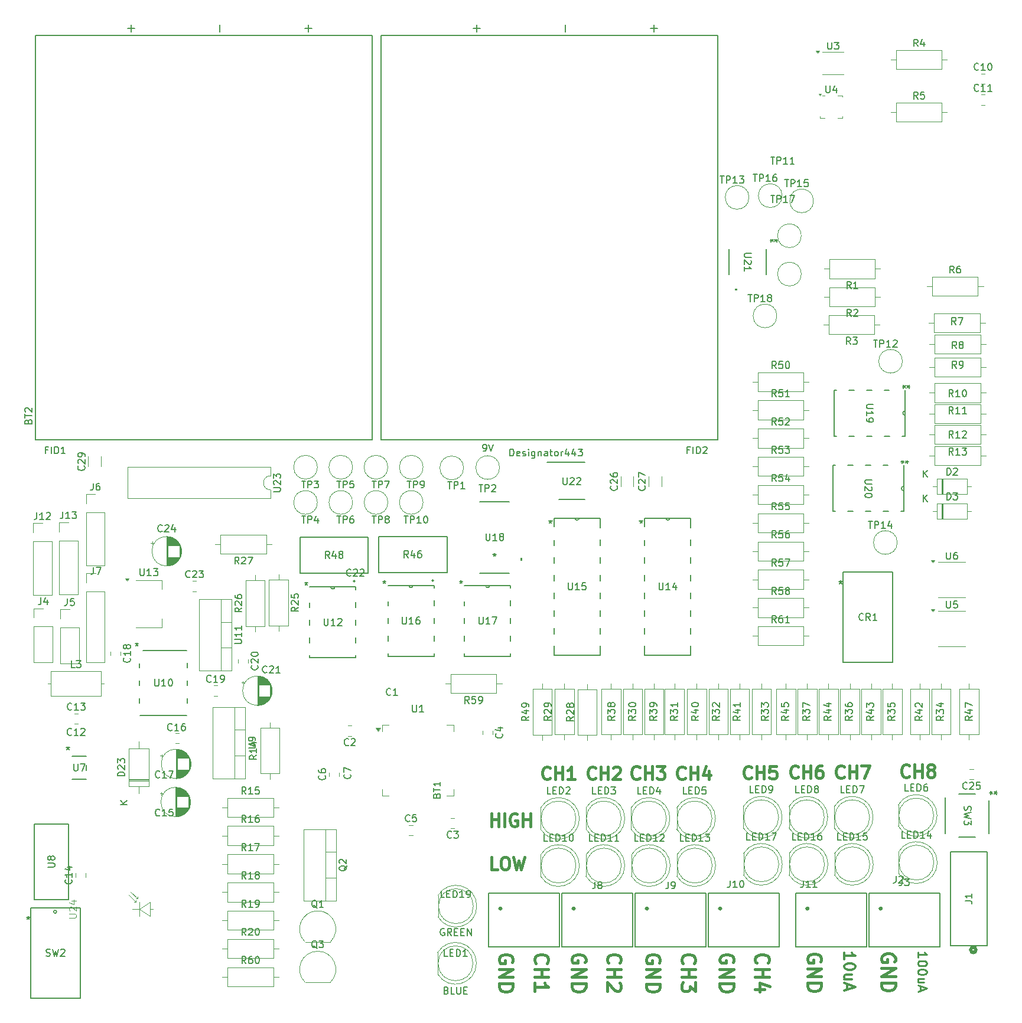
<source format=gbr>
%TF.GenerationSoftware,KiCad,Pcbnew,9.0.1-9.0.1-0~ubuntu24.04.1*%
%TF.CreationDate,2025-05-12T00:52:14+10:00*%
%TF.ProjectId,Sensor_Unit,53656e73-6f72-45f5-956e-69742e6b6963,rev?*%
%TF.SameCoordinates,Original*%
%TF.FileFunction,Legend,Top*%
%TF.FilePolarity,Positive*%
%FSLAX46Y46*%
G04 Gerber Fmt 4.6, Leading zero omitted, Abs format (unit mm)*
G04 Created by KiCad (PCBNEW 9.0.1-9.0.1-0~ubuntu24.04.1) date 2025-05-12 00:52:14*
%MOMM*%
%LPD*%
G01*
G04 APERTURE LIST*
%ADD10C,0.400000*%
%ADD11C,0.300000*%
%ADD12C,0.250000*%
%ADD13C,0.150000*%
%ADD14C,0.100000*%
%ADD15C,0.152400*%
%ADD16C,0.120000*%
%ADD17C,0.200000*%
%ADD18C,0.508000*%
%ADD19C,0.000000*%
%ADD20C,0.127000*%
G04 APERTURE END LIST*
D10*
X122970946Y-157096035D02*
X122875708Y-157000797D01*
X122875708Y-157000797D02*
X122780469Y-156715083D01*
X122780469Y-156715083D02*
X122780469Y-156524607D01*
X122780469Y-156524607D02*
X122875708Y-156238892D01*
X122875708Y-156238892D02*
X123066184Y-156048416D01*
X123066184Y-156048416D02*
X123256660Y-155953178D01*
X123256660Y-155953178D02*
X123637612Y-155857940D01*
X123637612Y-155857940D02*
X123923327Y-155857940D01*
X123923327Y-155857940D02*
X124304279Y-155953178D01*
X124304279Y-155953178D02*
X124494755Y-156048416D01*
X124494755Y-156048416D02*
X124685231Y-156238892D01*
X124685231Y-156238892D02*
X124780469Y-156524607D01*
X124780469Y-156524607D02*
X124780469Y-156715083D01*
X124780469Y-156715083D02*
X124685231Y-157000797D01*
X124685231Y-157000797D02*
X124589993Y-157096035D01*
X122780469Y-157953178D02*
X124780469Y-157953178D01*
X123828088Y-157953178D02*
X123828088Y-159096035D01*
X122780469Y-159096035D02*
X124780469Y-159096035D01*
X124780469Y-159857940D02*
X124780469Y-161096035D01*
X124780469Y-161096035D02*
X124018565Y-160429368D01*
X124018565Y-160429368D02*
X124018565Y-160715083D01*
X124018565Y-160715083D02*
X123923327Y-160905559D01*
X123923327Y-160905559D02*
X123828088Y-161000797D01*
X123828088Y-161000797D02*
X123637612Y-161096035D01*
X123637612Y-161096035D02*
X123161422Y-161096035D01*
X123161422Y-161096035D02*
X122970946Y-161000797D01*
X122970946Y-161000797D02*
X122875708Y-160905559D01*
X122875708Y-160905559D02*
X122780469Y-160715083D01*
X122780469Y-160715083D02*
X122780469Y-160143654D01*
X122780469Y-160143654D02*
X122875708Y-159953178D01*
X122875708Y-159953178D02*
X122970946Y-159857940D01*
D11*
X146098684Y-156505540D02*
X146098684Y-155591254D01*
X146098684Y-156048397D02*
X147698684Y-156048397D01*
X147698684Y-156048397D02*
X147470113Y-155896016D01*
X147470113Y-155896016D02*
X147317732Y-155743635D01*
X147317732Y-155743635D02*
X147241541Y-155591254D01*
X147698684Y-157496017D02*
X147698684Y-157648398D01*
X147698684Y-157648398D02*
X147622494Y-157800779D01*
X147622494Y-157800779D02*
X147546303Y-157876969D01*
X147546303Y-157876969D02*
X147393922Y-157953160D01*
X147393922Y-157953160D02*
X147089160Y-158029350D01*
X147089160Y-158029350D02*
X146708208Y-158029350D01*
X146708208Y-158029350D02*
X146403446Y-157953160D01*
X146403446Y-157953160D02*
X146251065Y-157876969D01*
X146251065Y-157876969D02*
X146174875Y-157800779D01*
X146174875Y-157800779D02*
X146098684Y-157648398D01*
X146098684Y-157648398D02*
X146098684Y-157496017D01*
X146098684Y-157496017D02*
X146174875Y-157343636D01*
X146174875Y-157343636D02*
X146251065Y-157267445D01*
X146251065Y-157267445D02*
X146403446Y-157191255D01*
X146403446Y-157191255D02*
X146708208Y-157115064D01*
X146708208Y-157115064D02*
X147089160Y-157115064D01*
X147089160Y-157115064D02*
X147393922Y-157191255D01*
X147393922Y-157191255D02*
X147546303Y-157267445D01*
X147546303Y-157267445D02*
X147622494Y-157343636D01*
X147622494Y-157343636D02*
X147698684Y-157496017D01*
X147165351Y-159400779D02*
X146098684Y-159400779D01*
X147165351Y-158715065D02*
X146327255Y-158715065D01*
X146327255Y-158715065D02*
X146174875Y-158791255D01*
X146174875Y-158791255D02*
X146098684Y-158943636D01*
X146098684Y-158943636D02*
X146098684Y-159172208D01*
X146098684Y-159172208D02*
X146174875Y-159324589D01*
X146174875Y-159324589D02*
X146251065Y-159400779D01*
X146555827Y-160086493D02*
X146555827Y-160848398D01*
X146098684Y-159934112D02*
X147698684Y-160467446D01*
X147698684Y-160467446D02*
X146098684Y-161000779D01*
D10*
X103923690Y-130549406D02*
X103837976Y-130635121D01*
X103837976Y-130635121D02*
X103580833Y-130720835D01*
X103580833Y-130720835D02*
X103409405Y-130720835D01*
X103409405Y-130720835D02*
X103152262Y-130635121D01*
X103152262Y-130635121D02*
X102980833Y-130463692D01*
X102980833Y-130463692D02*
X102895119Y-130292263D01*
X102895119Y-130292263D02*
X102809405Y-129949406D01*
X102809405Y-129949406D02*
X102809405Y-129692263D01*
X102809405Y-129692263D02*
X102895119Y-129349406D01*
X102895119Y-129349406D02*
X102980833Y-129177978D01*
X102980833Y-129177978D02*
X103152262Y-129006549D01*
X103152262Y-129006549D02*
X103409405Y-128920835D01*
X103409405Y-128920835D02*
X103580833Y-128920835D01*
X103580833Y-128920835D02*
X103837976Y-129006549D01*
X103837976Y-129006549D02*
X103923690Y-129092263D01*
X104695119Y-130720835D02*
X104695119Y-128920835D01*
X104695119Y-129777978D02*
X105723690Y-129777978D01*
X105723690Y-130720835D02*
X105723690Y-128920835D01*
X107523690Y-130720835D02*
X106495119Y-130720835D01*
X107009404Y-130720835D02*
X107009404Y-128920835D01*
X107009404Y-128920835D02*
X106837976Y-129177978D01*
X106837976Y-129177978D02*
X106666547Y-129349406D01*
X106666547Y-129349406D02*
X106495119Y-129435121D01*
X95539059Y-137433464D02*
X95539059Y-135633464D01*
X95539059Y-136490607D02*
X96567630Y-136490607D01*
X96567630Y-137433464D02*
X96567630Y-135633464D01*
X97424773Y-137433464D02*
X97424773Y-135633464D01*
X99224773Y-135719178D02*
X99053345Y-135633464D01*
X99053345Y-135633464D02*
X98796202Y-135633464D01*
X98796202Y-135633464D02*
X98539059Y-135719178D01*
X98539059Y-135719178D02*
X98367630Y-135890607D01*
X98367630Y-135890607D02*
X98281916Y-136062035D01*
X98281916Y-136062035D02*
X98196202Y-136404892D01*
X98196202Y-136404892D02*
X98196202Y-136662035D01*
X98196202Y-136662035D02*
X98281916Y-137004892D01*
X98281916Y-137004892D02*
X98367630Y-137176321D01*
X98367630Y-137176321D02*
X98539059Y-137347750D01*
X98539059Y-137347750D02*
X98796202Y-137433464D01*
X98796202Y-137433464D02*
X98967630Y-137433464D01*
X98967630Y-137433464D02*
X99224773Y-137347750D01*
X99224773Y-137347750D02*
X99310487Y-137262035D01*
X99310487Y-137262035D02*
X99310487Y-136662035D01*
X99310487Y-136662035D02*
X98967630Y-136662035D01*
X100081916Y-137433464D02*
X100081916Y-135633464D01*
X100081916Y-136490607D02*
X101110487Y-136490607D01*
X101110487Y-137433464D02*
X101110487Y-135633464D01*
X119615054Y-157000797D02*
X119710292Y-156810321D01*
X119710292Y-156810321D02*
X119710292Y-156524607D01*
X119710292Y-156524607D02*
X119615054Y-156238892D01*
X119615054Y-156238892D02*
X119424578Y-156048416D01*
X119424578Y-156048416D02*
X119234102Y-155953178D01*
X119234102Y-155953178D02*
X118853150Y-155857940D01*
X118853150Y-155857940D02*
X118567435Y-155857940D01*
X118567435Y-155857940D02*
X118186483Y-155953178D01*
X118186483Y-155953178D02*
X117996007Y-156048416D01*
X117996007Y-156048416D02*
X117805531Y-156238892D01*
X117805531Y-156238892D02*
X117710292Y-156524607D01*
X117710292Y-156524607D02*
X117710292Y-156715083D01*
X117710292Y-156715083D02*
X117805531Y-157000797D01*
X117805531Y-157000797D02*
X117900769Y-157096035D01*
X117900769Y-157096035D02*
X118567435Y-157096035D01*
X118567435Y-157096035D02*
X118567435Y-156715083D01*
X117710292Y-157953178D02*
X119710292Y-157953178D01*
X119710292Y-157953178D02*
X117710292Y-159096035D01*
X117710292Y-159096035D02*
X119710292Y-159096035D01*
X117710292Y-160048416D02*
X119710292Y-160048416D01*
X119710292Y-160048416D02*
X119710292Y-160524606D01*
X119710292Y-160524606D02*
X119615054Y-160810321D01*
X119615054Y-160810321D02*
X119424578Y-161000797D01*
X119424578Y-161000797D02*
X119234102Y-161096035D01*
X119234102Y-161096035D02*
X118853150Y-161191273D01*
X118853150Y-161191273D02*
X118567435Y-161191273D01*
X118567435Y-161191273D02*
X118186483Y-161096035D01*
X118186483Y-161096035D02*
X117996007Y-161000797D01*
X117996007Y-161000797D02*
X117805531Y-160810321D01*
X117805531Y-160810321D02*
X117710292Y-160524606D01*
X117710292Y-160524606D02*
X117710292Y-160048416D01*
X108969350Y-156971308D02*
X109064588Y-156780832D01*
X109064588Y-156780832D02*
X109064588Y-156495118D01*
X109064588Y-156495118D02*
X108969350Y-156209403D01*
X108969350Y-156209403D02*
X108778874Y-156018927D01*
X108778874Y-156018927D02*
X108588398Y-155923689D01*
X108588398Y-155923689D02*
X108207446Y-155828451D01*
X108207446Y-155828451D02*
X107921731Y-155828451D01*
X107921731Y-155828451D02*
X107540779Y-155923689D01*
X107540779Y-155923689D02*
X107350303Y-156018927D01*
X107350303Y-156018927D02*
X107159827Y-156209403D01*
X107159827Y-156209403D02*
X107064588Y-156495118D01*
X107064588Y-156495118D02*
X107064588Y-156685594D01*
X107064588Y-156685594D02*
X107159827Y-156971308D01*
X107159827Y-156971308D02*
X107255065Y-157066546D01*
X107255065Y-157066546D02*
X107921731Y-157066546D01*
X107921731Y-157066546D02*
X107921731Y-156685594D01*
X107064588Y-157923689D02*
X109064588Y-157923689D01*
X109064588Y-157923689D02*
X107064588Y-159066546D01*
X107064588Y-159066546D02*
X109064588Y-159066546D01*
X107064588Y-160018927D02*
X109064588Y-160018927D01*
X109064588Y-160018927D02*
X109064588Y-160495117D01*
X109064588Y-160495117D02*
X108969350Y-160780832D01*
X108969350Y-160780832D02*
X108778874Y-160971308D01*
X108778874Y-160971308D02*
X108588398Y-161066546D01*
X108588398Y-161066546D02*
X108207446Y-161161784D01*
X108207446Y-161161784D02*
X107921731Y-161161784D01*
X107921731Y-161161784D02*
X107540779Y-161066546D01*
X107540779Y-161066546D02*
X107350303Y-160971308D01*
X107350303Y-160971308D02*
X107159827Y-160780832D01*
X107159827Y-160780832D02*
X107064588Y-160495117D01*
X107064588Y-160495117D02*
X107064588Y-160018927D01*
X101898272Y-157081831D02*
X101803034Y-156986593D01*
X101803034Y-156986593D02*
X101707795Y-156700879D01*
X101707795Y-156700879D02*
X101707795Y-156510403D01*
X101707795Y-156510403D02*
X101803034Y-156224688D01*
X101803034Y-156224688D02*
X101993510Y-156034212D01*
X101993510Y-156034212D02*
X102183986Y-155938974D01*
X102183986Y-155938974D02*
X102564938Y-155843736D01*
X102564938Y-155843736D02*
X102850653Y-155843736D01*
X102850653Y-155843736D02*
X103231605Y-155938974D01*
X103231605Y-155938974D02*
X103422081Y-156034212D01*
X103422081Y-156034212D02*
X103612557Y-156224688D01*
X103612557Y-156224688D02*
X103707795Y-156510403D01*
X103707795Y-156510403D02*
X103707795Y-156700879D01*
X103707795Y-156700879D02*
X103612557Y-156986593D01*
X103612557Y-156986593D02*
X103517319Y-157081831D01*
X101707795Y-157938974D02*
X103707795Y-157938974D01*
X102755414Y-157938974D02*
X102755414Y-159081831D01*
X101707795Y-159081831D02*
X103707795Y-159081831D01*
X101707795Y-161081831D02*
X101707795Y-159938974D01*
X101707795Y-160510402D02*
X103707795Y-160510402D01*
X103707795Y-160510402D02*
X103422081Y-160319926D01*
X103422081Y-160319926D02*
X103231605Y-160129450D01*
X103231605Y-160129450D02*
X103136367Y-159938974D01*
X130172290Y-156971308D02*
X130267528Y-156780832D01*
X130267528Y-156780832D02*
X130267528Y-156495118D01*
X130267528Y-156495118D02*
X130172290Y-156209403D01*
X130172290Y-156209403D02*
X129981814Y-156018927D01*
X129981814Y-156018927D02*
X129791338Y-155923689D01*
X129791338Y-155923689D02*
X129410386Y-155828451D01*
X129410386Y-155828451D02*
X129124671Y-155828451D01*
X129124671Y-155828451D02*
X128743719Y-155923689D01*
X128743719Y-155923689D02*
X128553243Y-156018927D01*
X128553243Y-156018927D02*
X128362767Y-156209403D01*
X128362767Y-156209403D02*
X128267528Y-156495118D01*
X128267528Y-156495118D02*
X128267528Y-156685594D01*
X128267528Y-156685594D02*
X128362767Y-156971308D01*
X128362767Y-156971308D02*
X128458005Y-157066546D01*
X128458005Y-157066546D02*
X129124671Y-157066546D01*
X129124671Y-157066546D02*
X129124671Y-156685594D01*
X128267528Y-157923689D02*
X130267528Y-157923689D01*
X130267528Y-157923689D02*
X128267528Y-159066546D01*
X128267528Y-159066546D02*
X130267528Y-159066546D01*
X128267528Y-160018927D02*
X130267528Y-160018927D01*
X130267528Y-160018927D02*
X130267528Y-160495117D01*
X130267528Y-160495117D02*
X130172290Y-160780832D01*
X130172290Y-160780832D02*
X129981814Y-160971308D01*
X129981814Y-160971308D02*
X129791338Y-161066546D01*
X129791338Y-161066546D02*
X129410386Y-161161784D01*
X129410386Y-161161784D02*
X129124671Y-161161784D01*
X129124671Y-161161784D02*
X128743719Y-161066546D01*
X128743719Y-161066546D02*
X128553243Y-160971308D01*
X128553243Y-160971308D02*
X128362767Y-160780832D01*
X128362767Y-160780832D02*
X128267528Y-160495117D01*
X128267528Y-160495117D02*
X128267528Y-160018927D01*
X142732694Y-156895248D02*
X142827932Y-156704772D01*
X142827932Y-156704772D02*
X142827932Y-156419058D01*
X142827932Y-156419058D02*
X142732694Y-156133343D01*
X142732694Y-156133343D02*
X142542218Y-155942867D01*
X142542218Y-155942867D02*
X142351742Y-155847629D01*
X142351742Y-155847629D02*
X141970790Y-155752391D01*
X141970790Y-155752391D02*
X141685075Y-155752391D01*
X141685075Y-155752391D02*
X141304123Y-155847629D01*
X141304123Y-155847629D02*
X141113647Y-155942867D01*
X141113647Y-155942867D02*
X140923171Y-156133343D01*
X140923171Y-156133343D02*
X140827932Y-156419058D01*
X140827932Y-156419058D02*
X140827932Y-156609534D01*
X140827932Y-156609534D02*
X140923171Y-156895248D01*
X140923171Y-156895248D02*
X141018409Y-156990486D01*
X141018409Y-156990486D02*
X141685075Y-156990486D01*
X141685075Y-156990486D02*
X141685075Y-156609534D01*
X140827932Y-157847629D02*
X142827932Y-157847629D01*
X142827932Y-157847629D02*
X140827932Y-158990486D01*
X140827932Y-158990486D02*
X142827932Y-158990486D01*
X140827932Y-159942867D02*
X142827932Y-159942867D01*
X142827932Y-159942867D02*
X142827932Y-160419057D01*
X142827932Y-160419057D02*
X142732694Y-160704772D01*
X142732694Y-160704772D02*
X142542218Y-160895248D01*
X142542218Y-160895248D02*
X142351742Y-160990486D01*
X142351742Y-160990486D02*
X141970790Y-161085724D01*
X141970790Y-161085724D02*
X141685075Y-161085724D01*
X141685075Y-161085724D02*
X141304123Y-160990486D01*
X141304123Y-160990486D02*
X141113647Y-160895248D01*
X141113647Y-160895248D02*
X140923171Y-160704772D01*
X140923171Y-160704772D02*
X140827932Y-160419057D01*
X140827932Y-160419057D02*
X140827932Y-159942867D01*
X155442056Y-130243659D02*
X155356342Y-130329374D01*
X155356342Y-130329374D02*
X155099199Y-130415088D01*
X155099199Y-130415088D02*
X154927771Y-130415088D01*
X154927771Y-130415088D02*
X154670628Y-130329374D01*
X154670628Y-130329374D02*
X154499199Y-130157945D01*
X154499199Y-130157945D02*
X154413485Y-129986516D01*
X154413485Y-129986516D02*
X154327771Y-129643659D01*
X154327771Y-129643659D02*
X154327771Y-129386516D01*
X154327771Y-129386516D02*
X154413485Y-129043659D01*
X154413485Y-129043659D02*
X154499199Y-128872231D01*
X154499199Y-128872231D02*
X154670628Y-128700802D01*
X154670628Y-128700802D02*
X154927771Y-128615088D01*
X154927771Y-128615088D02*
X155099199Y-128615088D01*
X155099199Y-128615088D02*
X155356342Y-128700802D01*
X155356342Y-128700802D02*
X155442056Y-128786516D01*
X156213485Y-130415088D02*
X156213485Y-128615088D01*
X156213485Y-129472231D02*
X157242056Y-129472231D01*
X157242056Y-130415088D02*
X157242056Y-128615088D01*
X158356342Y-129386516D02*
X158184913Y-129300802D01*
X158184913Y-129300802D02*
X158099199Y-129215088D01*
X158099199Y-129215088D02*
X158013485Y-129043659D01*
X158013485Y-129043659D02*
X158013485Y-128957945D01*
X158013485Y-128957945D02*
X158099199Y-128786516D01*
X158099199Y-128786516D02*
X158184913Y-128700802D01*
X158184913Y-128700802D02*
X158356342Y-128615088D01*
X158356342Y-128615088D02*
X158699199Y-128615088D01*
X158699199Y-128615088D02*
X158870628Y-128700802D01*
X158870628Y-128700802D02*
X158956342Y-128786516D01*
X158956342Y-128786516D02*
X159042056Y-128957945D01*
X159042056Y-128957945D02*
X159042056Y-129043659D01*
X159042056Y-129043659D02*
X158956342Y-129215088D01*
X158956342Y-129215088D02*
X158870628Y-129300802D01*
X158870628Y-129300802D02*
X158699199Y-129386516D01*
X158699199Y-129386516D02*
X158356342Y-129386516D01*
X158356342Y-129386516D02*
X158184913Y-129472231D01*
X158184913Y-129472231D02*
X158099199Y-129557945D01*
X158099199Y-129557945D02*
X158013485Y-129729374D01*
X158013485Y-129729374D02*
X158013485Y-130072231D01*
X158013485Y-130072231D02*
X158099199Y-130243659D01*
X158099199Y-130243659D02*
X158184913Y-130329374D01*
X158184913Y-130329374D02*
X158356342Y-130415088D01*
X158356342Y-130415088D02*
X158699199Y-130415088D01*
X158699199Y-130415088D02*
X158870628Y-130329374D01*
X158870628Y-130329374D02*
X158956342Y-130243659D01*
X158956342Y-130243659D02*
X159042056Y-130072231D01*
X159042056Y-130072231D02*
X159042056Y-129729374D01*
X159042056Y-129729374D02*
X158956342Y-129557945D01*
X158956342Y-129557945D02*
X158870628Y-129472231D01*
X158870628Y-129472231D02*
X158699199Y-129386516D01*
X112325242Y-157066546D02*
X112230004Y-156971308D01*
X112230004Y-156971308D02*
X112134765Y-156685594D01*
X112134765Y-156685594D02*
X112134765Y-156495118D01*
X112134765Y-156495118D02*
X112230004Y-156209403D01*
X112230004Y-156209403D02*
X112420480Y-156018927D01*
X112420480Y-156018927D02*
X112610956Y-155923689D01*
X112610956Y-155923689D02*
X112991908Y-155828451D01*
X112991908Y-155828451D02*
X113277623Y-155828451D01*
X113277623Y-155828451D02*
X113658575Y-155923689D01*
X113658575Y-155923689D02*
X113849051Y-156018927D01*
X113849051Y-156018927D02*
X114039527Y-156209403D01*
X114039527Y-156209403D02*
X114134765Y-156495118D01*
X114134765Y-156495118D02*
X114134765Y-156685594D01*
X114134765Y-156685594D02*
X114039527Y-156971308D01*
X114039527Y-156971308D02*
X113944289Y-157066546D01*
X112134765Y-157923689D02*
X114134765Y-157923689D01*
X113182384Y-157923689D02*
X113182384Y-159066546D01*
X112134765Y-159066546D02*
X114134765Y-159066546D01*
X113944289Y-159923689D02*
X114039527Y-160018927D01*
X114039527Y-160018927D02*
X114134765Y-160209403D01*
X114134765Y-160209403D02*
X114134765Y-160685594D01*
X114134765Y-160685594D02*
X114039527Y-160876070D01*
X114039527Y-160876070D02*
X113944289Y-160971308D01*
X113944289Y-160971308D02*
X113753813Y-161066546D01*
X113753813Y-161066546D02*
X113563337Y-161066546D01*
X113563337Y-161066546D02*
X113277623Y-160971308D01*
X113277623Y-160971308D02*
X112134765Y-159828451D01*
X112134765Y-159828451D02*
X112134765Y-161066546D01*
X110446292Y-130549406D02*
X110360578Y-130635121D01*
X110360578Y-130635121D02*
X110103435Y-130720835D01*
X110103435Y-130720835D02*
X109932007Y-130720835D01*
X109932007Y-130720835D02*
X109674864Y-130635121D01*
X109674864Y-130635121D02*
X109503435Y-130463692D01*
X109503435Y-130463692D02*
X109417721Y-130292263D01*
X109417721Y-130292263D02*
X109332007Y-129949406D01*
X109332007Y-129949406D02*
X109332007Y-129692263D01*
X109332007Y-129692263D02*
X109417721Y-129349406D01*
X109417721Y-129349406D02*
X109503435Y-129177978D01*
X109503435Y-129177978D02*
X109674864Y-129006549D01*
X109674864Y-129006549D02*
X109932007Y-128920835D01*
X109932007Y-128920835D02*
X110103435Y-128920835D01*
X110103435Y-128920835D02*
X110360578Y-129006549D01*
X110360578Y-129006549D02*
X110446292Y-129092263D01*
X111217721Y-130720835D02*
X111217721Y-128920835D01*
X111217721Y-129777978D02*
X112246292Y-129777978D01*
X112246292Y-130720835D02*
X112246292Y-128920835D01*
X113017721Y-129092263D02*
X113103435Y-129006549D01*
X113103435Y-129006549D02*
X113274864Y-128920835D01*
X113274864Y-128920835D02*
X113703435Y-128920835D01*
X113703435Y-128920835D02*
X113874864Y-129006549D01*
X113874864Y-129006549D02*
X113960578Y-129092263D01*
X113960578Y-129092263D02*
X114046292Y-129263692D01*
X114046292Y-129263692D02*
X114046292Y-129435121D01*
X114046292Y-129435121D02*
X113960578Y-129692263D01*
X113960578Y-129692263D02*
X112932006Y-130720835D01*
X112932006Y-130720835D02*
X114046292Y-130720835D01*
X132816780Y-130447490D02*
X132731066Y-130533205D01*
X132731066Y-130533205D02*
X132473923Y-130618919D01*
X132473923Y-130618919D02*
X132302495Y-130618919D01*
X132302495Y-130618919D02*
X132045352Y-130533205D01*
X132045352Y-130533205D02*
X131873923Y-130361776D01*
X131873923Y-130361776D02*
X131788209Y-130190347D01*
X131788209Y-130190347D02*
X131702495Y-129847490D01*
X131702495Y-129847490D02*
X131702495Y-129590347D01*
X131702495Y-129590347D02*
X131788209Y-129247490D01*
X131788209Y-129247490D02*
X131873923Y-129076062D01*
X131873923Y-129076062D02*
X132045352Y-128904633D01*
X132045352Y-128904633D02*
X132302495Y-128818919D01*
X132302495Y-128818919D02*
X132473923Y-128818919D01*
X132473923Y-128818919D02*
X132731066Y-128904633D01*
X132731066Y-128904633D02*
X132816780Y-128990347D01*
X133588209Y-130618919D02*
X133588209Y-128818919D01*
X133588209Y-129676062D02*
X134616780Y-129676062D01*
X134616780Y-130618919D02*
X134616780Y-128818919D01*
X136331066Y-128818919D02*
X135473923Y-128818919D01*
X135473923Y-128818919D02*
X135388209Y-129676062D01*
X135388209Y-129676062D02*
X135473923Y-129590347D01*
X135473923Y-129590347D02*
X135645352Y-129504633D01*
X135645352Y-129504633D02*
X136073923Y-129504633D01*
X136073923Y-129504633D02*
X136245352Y-129590347D01*
X136245352Y-129590347D02*
X136331066Y-129676062D01*
X136331066Y-129676062D02*
X136416780Y-129847490D01*
X136416780Y-129847490D02*
X136416780Y-130276062D01*
X136416780Y-130276062D02*
X136331066Y-130447490D01*
X136331066Y-130447490D02*
X136245352Y-130533205D01*
X136245352Y-130533205D02*
X136073923Y-130618919D01*
X136073923Y-130618919D02*
X135645352Y-130618919D01*
X135645352Y-130618919D02*
X135473923Y-130533205D01*
X135473923Y-130533205D02*
X135388209Y-130447490D01*
X146065816Y-130396532D02*
X145980102Y-130482247D01*
X145980102Y-130482247D02*
X145722959Y-130567961D01*
X145722959Y-130567961D02*
X145551531Y-130567961D01*
X145551531Y-130567961D02*
X145294388Y-130482247D01*
X145294388Y-130482247D02*
X145122959Y-130310818D01*
X145122959Y-130310818D02*
X145037245Y-130139389D01*
X145037245Y-130139389D02*
X144951531Y-129796532D01*
X144951531Y-129796532D02*
X144951531Y-129539389D01*
X144951531Y-129539389D02*
X145037245Y-129196532D01*
X145037245Y-129196532D02*
X145122959Y-129025104D01*
X145122959Y-129025104D02*
X145294388Y-128853675D01*
X145294388Y-128853675D02*
X145551531Y-128767961D01*
X145551531Y-128767961D02*
X145722959Y-128767961D01*
X145722959Y-128767961D02*
X145980102Y-128853675D01*
X145980102Y-128853675D02*
X146065816Y-128939389D01*
X146837245Y-130567961D02*
X146837245Y-128767961D01*
X146837245Y-129625104D02*
X147865816Y-129625104D01*
X147865816Y-130567961D02*
X147865816Y-128767961D01*
X148551530Y-128767961D02*
X149751530Y-128767961D01*
X149751530Y-128767961D02*
X148980102Y-130567961D01*
X133528182Y-157066546D02*
X133432944Y-156971308D01*
X133432944Y-156971308D02*
X133337705Y-156685594D01*
X133337705Y-156685594D02*
X133337705Y-156495118D01*
X133337705Y-156495118D02*
X133432944Y-156209403D01*
X133432944Y-156209403D02*
X133623420Y-156018927D01*
X133623420Y-156018927D02*
X133813896Y-155923689D01*
X133813896Y-155923689D02*
X134194848Y-155828451D01*
X134194848Y-155828451D02*
X134480563Y-155828451D01*
X134480563Y-155828451D02*
X134861515Y-155923689D01*
X134861515Y-155923689D02*
X135051991Y-156018927D01*
X135051991Y-156018927D02*
X135242467Y-156209403D01*
X135242467Y-156209403D02*
X135337705Y-156495118D01*
X135337705Y-156495118D02*
X135337705Y-156685594D01*
X135337705Y-156685594D02*
X135242467Y-156971308D01*
X135242467Y-156971308D02*
X135147229Y-157066546D01*
X133337705Y-157923689D02*
X135337705Y-157923689D01*
X134385324Y-157923689D02*
X134385324Y-159066546D01*
X133337705Y-159066546D02*
X135337705Y-159066546D01*
X134671039Y-160876070D02*
X133337705Y-160876070D01*
X135432944Y-160399879D02*
X134004372Y-159923689D01*
X134004372Y-159923689D02*
X134004372Y-161161784D01*
X96396202Y-143685378D02*
X95539059Y-143685378D01*
X95539059Y-143685378D02*
X95539059Y-141885378D01*
X97339059Y-141885378D02*
X97681916Y-141885378D01*
X97681916Y-141885378D02*
X97853345Y-141971092D01*
X97853345Y-141971092D02*
X98024773Y-142142521D01*
X98024773Y-142142521D02*
X98110488Y-142485378D01*
X98110488Y-142485378D02*
X98110488Y-143085378D01*
X98110488Y-143085378D02*
X98024773Y-143428235D01*
X98024773Y-143428235D02*
X97853345Y-143599664D01*
X97853345Y-143599664D02*
X97681916Y-143685378D01*
X97681916Y-143685378D02*
X97339059Y-143685378D01*
X97339059Y-143685378D02*
X97167631Y-143599664D01*
X97167631Y-143599664D02*
X96996202Y-143428235D01*
X96996202Y-143428235D02*
X96910488Y-143085378D01*
X96910488Y-143085378D02*
X96910488Y-142485378D01*
X96910488Y-142485378D02*
X96996202Y-142142521D01*
X96996202Y-142142521D02*
X97167631Y-141971092D01*
X97167631Y-141971092D02*
X97339059Y-141885378D01*
X98710487Y-141885378D02*
X99139059Y-143685378D01*
X99139059Y-143685378D02*
X99481916Y-142399664D01*
X99481916Y-142399664D02*
X99824773Y-143685378D01*
X99824773Y-143685378D02*
X100253345Y-141885378D01*
X116765063Y-130498448D02*
X116679349Y-130584163D01*
X116679349Y-130584163D02*
X116422206Y-130669877D01*
X116422206Y-130669877D02*
X116250778Y-130669877D01*
X116250778Y-130669877D02*
X115993635Y-130584163D01*
X115993635Y-130584163D02*
X115822206Y-130412734D01*
X115822206Y-130412734D02*
X115736492Y-130241305D01*
X115736492Y-130241305D02*
X115650778Y-129898448D01*
X115650778Y-129898448D02*
X115650778Y-129641305D01*
X115650778Y-129641305D02*
X115736492Y-129298448D01*
X115736492Y-129298448D02*
X115822206Y-129127020D01*
X115822206Y-129127020D02*
X115993635Y-128955591D01*
X115993635Y-128955591D02*
X116250778Y-128869877D01*
X116250778Y-128869877D02*
X116422206Y-128869877D01*
X116422206Y-128869877D02*
X116679349Y-128955591D01*
X116679349Y-128955591D02*
X116765063Y-129041305D01*
X117536492Y-130669877D02*
X117536492Y-128869877D01*
X117536492Y-129727020D02*
X118565063Y-129727020D01*
X118565063Y-130669877D02*
X118565063Y-128869877D01*
X119250777Y-128869877D02*
X120365063Y-128869877D01*
X120365063Y-128869877D02*
X119765063Y-129555591D01*
X119765063Y-129555591D02*
X120022206Y-129555591D01*
X120022206Y-129555591D02*
X120193635Y-129641305D01*
X120193635Y-129641305D02*
X120279349Y-129727020D01*
X120279349Y-129727020D02*
X120365063Y-129898448D01*
X120365063Y-129898448D02*
X120365063Y-130327020D01*
X120365063Y-130327020D02*
X120279349Y-130498448D01*
X120279349Y-130498448D02*
X120193635Y-130584163D01*
X120193635Y-130584163D02*
X120022206Y-130669877D01*
X120022206Y-130669877D02*
X119507920Y-130669877D01*
X119507920Y-130669877D02*
X119336492Y-130584163D01*
X119336492Y-130584163D02*
X119250777Y-130498448D01*
D12*
X156645764Y-156248226D02*
X156645764Y-155505369D01*
X156645764Y-155876797D02*
X157945764Y-155876797D01*
X157945764Y-155876797D02*
X157760049Y-155752988D01*
X157760049Y-155752988D02*
X157636240Y-155629178D01*
X157636240Y-155629178D02*
X157574335Y-155505369D01*
X157945764Y-157052987D02*
X157945764Y-157176797D01*
X157945764Y-157176797D02*
X157883859Y-157300606D01*
X157883859Y-157300606D02*
X157821954Y-157362511D01*
X157821954Y-157362511D02*
X157698145Y-157424416D01*
X157698145Y-157424416D02*
X157450526Y-157486321D01*
X157450526Y-157486321D02*
X157141002Y-157486321D01*
X157141002Y-157486321D02*
X156893383Y-157424416D01*
X156893383Y-157424416D02*
X156769573Y-157362511D01*
X156769573Y-157362511D02*
X156707669Y-157300606D01*
X156707669Y-157300606D02*
X156645764Y-157176797D01*
X156645764Y-157176797D02*
X156645764Y-157052987D01*
X156645764Y-157052987D02*
X156707669Y-156929178D01*
X156707669Y-156929178D02*
X156769573Y-156867273D01*
X156769573Y-156867273D02*
X156893383Y-156805368D01*
X156893383Y-156805368D02*
X157141002Y-156743464D01*
X157141002Y-156743464D02*
X157450526Y-156743464D01*
X157450526Y-156743464D02*
X157698145Y-156805368D01*
X157698145Y-156805368D02*
X157821954Y-156867273D01*
X157821954Y-156867273D02*
X157883859Y-156929178D01*
X157883859Y-156929178D02*
X157945764Y-157052987D01*
X157945764Y-158291082D02*
X157945764Y-158414892D01*
X157945764Y-158414892D02*
X157883859Y-158538701D01*
X157883859Y-158538701D02*
X157821954Y-158600606D01*
X157821954Y-158600606D02*
X157698145Y-158662511D01*
X157698145Y-158662511D02*
X157450526Y-158724416D01*
X157450526Y-158724416D02*
X157141002Y-158724416D01*
X157141002Y-158724416D02*
X156893383Y-158662511D01*
X156893383Y-158662511D02*
X156769573Y-158600606D01*
X156769573Y-158600606D02*
X156707669Y-158538701D01*
X156707669Y-158538701D02*
X156645764Y-158414892D01*
X156645764Y-158414892D02*
X156645764Y-158291082D01*
X156645764Y-158291082D02*
X156707669Y-158167273D01*
X156707669Y-158167273D02*
X156769573Y-158105368D01*
X156769573Y-158105368D02*
X156893383Y-158043463D01*
X156893383Y-158043463D02*
X157141002Y-157981559D01*
X157141002Y-157981559D02*
X157450526Y-157981559D01*
X157450526Y-157981559D02*
X157698145Y-158043463D01*
X157698145Y-158043463D02*
X157821954Y-158105368D01*
X157821954Y-158105368D02*
X157883859Y-158167273D01*
X157883859Y-158167273D02*
X157945764Y-158291082D01*
X157512430Y-159838701D02*
X156645764Y-159838701D01*
X157512430Y-159281558D02*
X156831478Y-159281558D01*
X156831478Y-159281558D02*
X156707669Y-159343463D01*
X156707669Y-159343463D02*
X156645764Y-159467273D01*
X156645764Y-159467273D02*
X156645764Y-159652987D01*
X156645764Y-159652987D02*
X156707669Y-159776796D01*
X156707669Y-159776796D02*
X156769573Y-159838701D01*
X157017192Y-160395844D02*
X157017192Y-161014891D01*
X156645764Y-160272034D02*
X157945764Y-160705367D01*
X157945764Y-160705367D02*
X156645764Y-161138701D01*
D10*
X123287665Y-130549406D02*
X123201951Y-130635121D01*
X123201951Y-130635121D02*
X122944808Y-130720835D01*
X122944808Y-130720835D02*
X122773380Y-130720835D01*
X122773380Y-130720835D02*
X122516237Y-130635121D01*
X122516237Y-130635121D02*
X122344808Y-130463692D01*
X122344808Y-130463692D02*
X122259094Y-130292263D01*
X122259094Y-130292263D02*
X122173380Y-129949406D01*
X122173380Y-129949406D02*
X122173380Y-129692263D01*
X122173380Y-129692263D02*
X122259094Y-129349406D01*
X122259094Y-129349406D02*
X122344808Y-129177978D01*
X122344808Y-129177978D02*
X122516237Y-129006549D01*
X122516237Y-129006549D02*
X122773380Y-128920835D01*
X122773380Y-128920835D02*
X122944808Y-128920835D01*
X122944808Y-128920835D02*
X123201951Y-129006549D01*
X123201951Y-129006549D02*
X123287665Y-129092263D01*
X124059094Y-130720835D02*
X124059094Y-128920835D01*
X124059094Y-129777978D02*
X125087665Y-129777978D01*
X125087665Y-130720835D02*
X125087665Y-128920835D01*
X126716237Y-129520835D02*
X126716237Y-130720835D01*
X126287665Y-128835121D02*
X125859094Y-130120835D01*
X125859094Y-130120835D02*
X126973379Y-130120835D01*
X139492255Y-130396532D02*
X139406541Y-130482247D01*
X139406541Y-130482247D02*
X139149398Y-130567961D01*
X139149398Y-130567961D02*
X138977970Y-130567961D01*
X138977970Y-130567961D02*
X138720827Y-130482247D01*
X138720827Y-130482247D02*
X138549398Y-130310818D01*
X138549398Y-130310818D02*
X138463684Y-130139389D01*
X138463684Y-130139389D02*
X138377970Y-129796532D01*
X138377970Y-129796532D02*
X138377970Y-129539389D01*
X138377970Y-129539389D02*
X138463684Y-129196532D01*
X138463684Y-129196532D02*
X138549398Y-129025104D01*
X138549398Y-129025104D02*
X138720827Y-128853675D01*
X138720827Y-128853675D02*
X138977970Y-128767961D01*
X138977970Y-128767961D02*
X139149398Y-128767961D01*
X139149398Y-128767961D02*
X139406541Y-128853675D01*
X139406541Y-128853675D02*
X139492255Y-128939389D01*
X140263684Y-130567961D02*
X140263684Y-128767961D01*
X140263684Y-129625104D02*
X141292255Y-129625104D01*
X141292255Y-130567961D02*
X141292255Y-128767961D01*
X142920827Y-128767961D02*
X142577969Y-128767961D01*
X142577969Y-128767961D02*
X142406541Y-128853675D01*
X142406541Y-128853675D02*
X142320827Y-128939389D01*
X142320827Y-128939389D02*
X142149398Y-129196532D01*
X142149398Y-129196532D02*
X142063684Y-129539389D01*
X142063684Y-129539389D02*
X142063684Y-130225104D01*
X142063684Y-130225104D02*
X142149398Y-130396532D01*
X142149398Y-130396532D02*
X142235112Y-130482247D01*
X142235112Y-130482247D02*
X142406541Y-130567961D01*
X142406541Y-130567961D02*
X142749398Y-130567961D01*
X142749398Y-130567961D02*
X142920827Y-130482247D01*
X142920827Y-130482247D02*
X143006541Y-130396532D01*
X143006541Y-130396532D02*
X143092255Y-130225104D01*
X143092255Y-130225104D02*
X143092255Y-129796532D01*
X143092255Y-129796532D02*
X143006541Y-129625104D01*
X143006541Y-129625104D02*
X142920827Y-129539389D01*
X142920827Y-129539389D02*
X142749398Y-129453675D01*
X142749398Y-129453675D02*
X142406541Y-129453675D01*
X142406541Y-129453675D02*
X142235112Y-129539389D01*
X142235112Y-129539389D02*
X142149398Y-129625104D01*
X142149398Y-129625104D02*
X142063684Y-129796532D01*
X153331923Y-156844290D02*
X153427161Y-156653814D01*
X153427161Y-156653814D02*
X153427161Y-156368100D01*
X153427161Y-156368100D02*
X153331923Y-156082385D01*
X153331923Y-156082385D02*
X153141447Y-155891909D01*
X153141447Y-155891909D02*
X152950971Y-155796671D01*
X152950971Y-155796671D02*
X152570019Y-155701433D01*
X152570019Y-155701433D02*
X152284304Y-155701433D01*
X152284304Y-155701433D02*
X151903352Y-155796671D01*
X151903352Y-155796671D02*
X151712876Y-155891909D01*
X151712876Y-155891909D02*
X151522400Y-156082385D01*
X151522400Y-156082385D02*
X151427161Y-156368100D01*
X151427161Y-156368100D02*
X151427161Y-156558576D01*
X151427161Y-156558576D02*
X151522400Y-156844290D01*
X151522400Y-156844290D02*
X151617638Y-156939528D01*
X151617638Y-156939528D02*
X152284304Y-156939528D01*
X152284304Y-156939528D02*
X152284304Y-156558576D01*
X151427161Y-157796671D02*
X153427161Y-157796671D01*
X153427161Y-157796671D02*
X151427161Y-158939528D01*
X151427161Y-158939528D02*
X153427161Y-158939528D01*
X151427161Y-159891909D02*
X153427161Y-159891909D01*
X153427161Y-159891909D02*
X153427161Y-160368099D01*
X153427161Y-160368099D02*
X153331923Y-160653814D01*
X153331923Y-160653814D02*
X153141447Y-160844290D01*
X153141447Y-160844290D02*
X152950971Y-160939528D01*
X152950971Y-160939528D02*
X152570019Y-161034766D01*
X152570019Y-161034766D02*
X152284304Y-161034766D01*
X152284304Y-161034766D02*
X151903352Y-160939528D01*
X151903352Y-160939528D02*
X151712876Y-160844290D01*
X151712876Y-160844290D02*
X151522400Y-160653814D01*
X151522400Y-160653814D02*
X151427161Y-160368099D01*
X151427161Y-160368099D02*
X151427161Y-159891909D01*
X98542380Y-156986593D02*
X98637618Y-156796117D01*
X98637618Y-156796117D02*
X98637618Y-156510403D01*
X98637618Y-156510403D02*
X98542380Y-156224688D01*
X98542380Y-156224688D02*
X98351904Y-156034212D01*
X98351904Y-156034212D02*
X98161428Y-155938974D01*
X98161428Y-155938974D02*
X97780476Y-155843736D01*
X97780476Y-155843736D02*
X97494761Y-155843736D01*
X97494761Y-155843736D02*
X97113809Y-155938974D01*
X97113809Y-155938974D02*
X96923333Y-156034212D01*
X96923333Y-156034212D02*
X96732857Y-156224688D01*
X96732857Y-156224688D02*
X96637618Y-156510403D01*
X96637618Y-156510403D02*
X96637618Y-156700879D01*
X96637618Y-156700879D02*
X96732857Y-156986593D01*
X96732857Y-156986593D02*
X96828095Y-157081831D01*
X96828095Y-157081831D02*
X97494761Y-157081831D01*
X97494761Y-157081831D02*
X97494761Y-156700879D01*
X96637618Y-157938974D02*
X98637618Y-157938974D01*
X98637618Y-157938974D02*
X96637618Y-159081831D01*
X96637618Y-159081831D02*
X98637618Y-159081831D01*
X96637618Y-160034212D02*
X98637618Y-160034212D01*
X98637618Y-160034212D02*
X98637618Y-160510402D01*
X98637618Y-160510402D02*
X98542380Y-160796117D01*
X98542380Y-160796117D02*
X98351904Y-160986593D01*
X98351904Y-160986593D02*
X98161428Y-161081831D01*
X98161428Y-161081831D02*
X97780476Y-161177069D01*
X97780476Y-161177069D02*
X97494761Y-161177069D01*
X97494761Y-161177069D02*
X97113809Y-161081831D01*
X97113809Y-161081831D02*
X96923333Y-160986593D01*
X96923333Y-160986593D02*
X96732857Y-160796117D01*
X96732857Y-160796117D02*
X96637618Y-160510402D01*
X96637618Y-160510402D02*
X96637618Y-160034212D01*
D13*
X93761905Y-107454819D02*
X93761905Y-108264342D01*
X93761905Y-108264342D02*
X93809524Y-108359580D01*
X93809524Y-108359580D02*
X93857143Y-108407200D01*
X93857143Y-108407200D02*
X93952381Y-108454819D01*
X93952381Y-108454819D02*
X94142857Y-108454819D01*
X94142857Y-108454819D02*
X94238095Y-108407200D01*
X94238095Y-108407200D02*
X94285714Y-108359580D01*
X94285714Y-108359580D02*
X94333333Y-108264342D01*
X94333333Y-108264342D02*
X94333333Y-107454819D01*
X95333333Y-108454819D02*
X94761905Y-108454819D01*
X95047619Y-108454819D02*
X95047619Y-107454819D01*
X95047619Y-107454819D02*
X94952381Y-107597676D01*
X94952381Y-107597676D02*
X94857143Y-107692914D01*
X94857143Y-107692914D02*
X94761905Y-107740533D01*
X95666667Y-107454819D02*
X96333333Y-107454819D01*
X96333333Y-107454819D02*
X95904762Y-108454819D01*
X91190000Y-102197019D02*
X91190000Y-102435114D01*
X90951905Y-102339876D02*
X91190000Y-102435114D01*
X91190000Y-102435114D02*
X91428095Y-102339876D01*
X91047143Y-102625590D02*
X91190000Y-102435114D01*
X91190000Y-102435114D02*
X91332857Y-102625590D01*
X91190000Y-102197019D02*
X91190000Y-102435114D01*
X90951905Y-102339876D02*
X91190000Y-102435114D01*
X91190000Y-102435114D02*
X91428095Y-102339876D01*
X91047143Y-102625590D02*
X91190000Y-102435114D01*
X91190000Y-102435114D02*
X91332857Y-102625590D01*
X88803281Y-147673007D02*
X88327091Y-147673007D01*
X88327091Y-147673007D02*
X88327091Y-146673007D01*
X89136615Y-147149197D02*
X89469948Y-147149197D01*
X89612805Y-147673007D02*
X89136615Y-147673007D01*
X89136615Y-147673007D02*
X89136615Y-146673007D01*
X89136615Y-146673007D02*
X89612805Y-146673007D01*
X90041377Y-147673007D02*
X90041377Y-146673007D01*
X90041377Y-146673007D02*
X90279472Y-146673007D01*
X90279472Y-146673007D02*
X90422329Y-146720626D01*
X90422329Y-146720626D02*
X90517567Y-146815864D01*
X90517567Y-146815864D02*
X90565186Y-146911102D01*
X90565186Y-146911102D02*
X90612805Y-147101578D01*
X90612805Y-147101578D02*
X90612805Y-147244435D01*
X90612805Y-147244435D02*
X90565186Y-147434911D01*
X90565186Y-147434911D02*
X90517567Y-147530149D01*
X90517567Y-147530149D02*
X90422329Y-147625388D01*
X90422329Y-147625388D02*
X90279472Y-147673007D01*
X90279472Y-147673007D02*
X90041377Y-147673007D01*
X91565186Y-147673007D02*
X90993758Y-147673007D01*
X91279472Y-147673007D02*
X91279472Y-146673007D01*
X91279472Y-146673007D02*
X91184234Y-146815864D01*
X91184234Y-146815864D02*
X91088996Y-146911102D01*
X91088996Y-146911102D02*
X90993758Y-146958721D01*
X92041377Y-147673007D02*
X92231853Y-147673007D01*
X92231853Y-147673007D02*
X92327091Y-147625388D01*
X92327091Y-147625388D02*
X92374710Y-147577768D01*
X92374710Y-147577768D02*
X92469948Y-147434911D01*
X92469948Y-147434911D02*
X92517567Y-147244435D01*
X92517567Y-147244435D02*
X92517567Y-146863483D01*
X92517567Y-146863483D02*
X92469948Y-146768245D01*
X92469948Y-146768245D02*
X92422329Y-146720626D01*
X92422329Y-146720626D02*
X92327091Y-146673007D01*
X92327091Y-146673007D02*
X92136615Y-146673007D01*
X92136615Y-146673007D02*
X92041377Y-146720626D01*
X92041377Y-146720626D02*
X91993758Y-146768245D01*
X91993758Y-146768245D02*
X91946139Y-146863483D01*
X91946139Y-146863483D02*
X91946139Y-147101578D01*
X91946139Y-147101578D02*
X91993758Y-147196816D01*
X91993758Y-147196816D02*
X92041377Y-147244435D01*
X92041377Y-147244435D02*
X92136615Y-147292054D01*
X92136615Y-147292054D02*
X92327091Y-147292054D01*
X92327091Y-147292054D02*
X92422329Y-147244435D01*
X92422329Y-147244435D02*
X92469948Y-147196816D01*
X92469948Y-147196816D02*
X92517567Y-147101578D01*
X88785133Y-152158582D02*
X88689895Y-152110963D01*
X88689895Y-152110963D02*
X88547038Y-152110963D01*
X88547038Y-152110963D02*
X88404181Y-152158582D01*
X88404181Y-152158582D02*
X88308943Y-152253820D01*
X88308943Y-152253820D02*
X88261324Y-152349058D01*
X88261324Y-152349058D02*
X88213705Y-152539534D01*
X88213705Y-152539534D02*
X88213705Y-152682391D01*
X88213705Y-152682391D02*
X88261324Y-152872867D01*
X88261324Y-152872867D02*
X88308943Y-152968105D01*
X88308943Y-152968105D02*
X88404181Y-153063344D01*
X88404181Y-153063344D02*
X88547038Y-153110963D01*
X88547038Y-153110963D02*
X88642276Y-153110963D01*
X88642276Y-153110963D02*
X88785133Y-153063344D01*
X88785133Y-153063344D02*
X88832752Y-153015724D01*
X88832752Y-153015724D02*
X88832752Y-152682391D01*
X88832752Y-152682391D02*
X88642276Y-152682391D01*
X89832752Y-153110963D02*
X89499419Y-152634772D01*
X89261324Y-153110963D02*
X89261324Y-152110963D01*
X89261324Y-152110963D02*
X89642276Y-152110963D01*
X89642276Y-152110963D02*
X89737514Y-152158582D01*
X89737514Y-152158582D02*
X89785133Y-152206201D01*
X89785133Y-152206201D02*
X89832752Y-152301439D01*
X89832752Y-152301439D02*
X89832752Y-152444296D01*
X89832752Y-152444296D02*
X89785133Y-152539534D01*
X89785133Y-152539534D02*
X89737514Y-152587153D01*
X89737514Y-152587153D02*
X89642276Y-152634772D01*
X89642276Y-152634772D02*
X89261324Y-152634772D01*
X90261324Y-152587153D02*
X90594657Y-152587153D01*
X90737514Y-153110963D02*
X90261324Y-153110963D01*
X90261324Y-153110963D02*
X90261324Y-152110963D01*
X90261324Y-152110963D02*
X90737514Y-152110963D01*
X91166086Y-152587153D02*
X91499419Y-152587153D01*
X91642276Y-153110963D02*
X91166086Y-153110963D01*
X91166086Y-153110963D02*
X91166086Y-152110963D01*
X91166086Y-152110963D02*
X91642276Y-152110963D01*
X92070848Y-153110963D02*
X92070848Y-152110963D01*
X92070848Y-152110963D02*
X92642276Y-153110963D01*
X92642276Y-153110963D02*
X92642276Y-152110963D01*
X81107433Y-118574180D02*
X81059814Y-118621800D01*
X81059814Y-118621800D02*
X80916957Y-118669419D01*
X80916957Y-118669419D02*
X80821719Y-118669419D01*
X80821719Y-118669419D02*
X80678862Y-118621800D01*
X80678862Y-118621800D02*
X80583624Y-118526561D01*
X80583624Y-118526561D02*
X80536005Y-118431323D01*
X80536005Y-118431323D02*
X80488386Y-118240847D01*
X80488386Y-118240847D02*
X80488386Y-118097990D01*
X80488386Y-118097990D02*
X80536005Y-117907514D01*
X80536005Y-117907514D02*
X80583624Y-117812276D01*
X80583624Y-117812276D02*
X80678862Y-117717038D01*
X80678862Y-117717038D02*
X80821719Y-117669419D01*
X80821719Y-117669419D02*
X80916957Y-117669419D01*
X80916957Y-117669419D02*
X81059814Y-117717038D01*
X81059814Y-117717038D02*
X81107433Y-117764657D01*
X82059814Y-118669419D02*
X81488386Y-118669419D01*
X81774100Y-118669419D02*
X81774100Y-117669419D01*
X81774100Y-117669419D02*
X81678862Y-117812276D01*
X81678862Y-117812276D02*
X81583624Y-117907514D01*
X81583624Y-117907514D02*
X81488386Y-117955133D01*
X60357142Y-132834819D02*
X60023809Y-132358628D01*
X59785714Y-132834819D02*
X59785714Y-131834819D01*
X59785714Y-131834819D02*
X60166666Y-131834819D01*
X60166666Y-131834819D02*
X60261904Y-131882438D01*
X60261904Y-131882438D02*
X60309523Y-131930057D01*
X60309523Y-131930057D02*
X60357142Y-132025295D01*
X60357142Y-132025295D02*
X60357142Y-132168152D01*
X60357142Y-132168152D02*
X60309523Y-132263390D01*
X60309523Y-132263390D02*
X60261904Y-132311009D01*
X60261904Y-132311009D02*
X60166666Y-132358628D01*
X60166666Y-132358628D02*
X59785714Y-132358628D01*
X61309523Y-132834819D02*
X60738095Y-132834819D01*
X61023809Y-132834819D02*
X61023809Y-131834819D01*
X61023809Y-131834819D02*
X60928571Y-131977676D01*
X60928571Y-131977676D02*
X60833333Y-132072914D01*
X60833333Y-132072914D02*
X60738095Y-132120533D01*
X62214285Y-131834819D02*
X61738095Y-131834819D01*
X61738095Y-131834819D02*
X61690476Y-132311009D01*
X61690476Y-132311009D02*
X61738095Y-132263390D01*
X61738095Y-132263390D02*
X61833333Y-132215771D01*
X61833333Y-132215771D02*
X62071428Y-132215771D01*
X62071428Y-132215771D02*
X62166666Y-132263390D01*
X62166666Y-132263390D02*
X62214285Y-132311009D01*
X62214285Y-132311009D02*
X62261904Y-132406247D01*
X62261904Y-132406247D02*
X62261904Y-132644342D01*
X62261904Y-132644342D02*
X62214285Y-132739580D01*
X62214285Y-132739580D02*
X62166666Y-132787200D01*
X62166666Y-132787200D02*
X62071428Y-132834819D01*
X62071428Y-132834819D02*
X61833333Y-132834819D01*
X61833333Y-132834819D02*
X61738095Y-132787200D01*
X61738095Y-132787200D02*
X61690476Y-132739580D01*
X113220898Y-121625457D02*
X112744707Y-121958790D01*
X113220898Y-122196885D02*
X112220898Y-122196885D01*
X112220898Y-122196885D02*
X112220898Y-121815933D01*
X112220898Y-121815933D02*
X112268517Y-121720695D01*
X112268517Y-121720695D02*
X112316136Y-121673076D01*
X112316136Y-121673076D02*
X112411374Y-121625457D01*
X112411374Y-121625457D02*
X112554231Y-121625457D01*
X112554231Y-121625457D02*
X112649469Y-121673076D01*
X112649469Y-121673076D02*
X112697088Y-121720695D01*
X112697088Y-121720695D02*
X112744707Y-121815933D01*
X112744707Y-121815933D02*
X112744707Y-122196885D01*
X112220898Y-121292123D02*
X112220898Y-120673076D01*
X112220898Y-120673076D02*
X112601850Y-121006409D01*
X112601850Y-121006409D02*
X112601850Y-120863552D01*
X112601850Y-120863552D02*
X112649469Y-120768314D01*
X112649469Y-120768314D02*
X112697088Y-120720695D01*
X112697088Y-120720695D02*
X112792326Y-120673076D01*
X112792326Y-120673076D02*
X113030421Y-120673076D01*
X113030421Y-120673076D02*
X113125659Y-120720695D01*
X113125659Y-120720695D02*
X113173279Y-120768314D01*
X113173279Y-120768314D02*
X113220898Y-120863552D01*
X113220898Y-120863552D02*
X113220898Y-121149266D01*
X113220898Y-121149266D02*
X113173279Y-121244504D01*
X113173279Y-121244504D02*
X113125659Y-121292123D01*
X112649469Y-120101647D02*
X112601850Y-120196885D01*
X112601850Y-120196885D02*
X112554231Y-120244504D01*
X112554231Y-120244504D02*
X112458993Y-120292123D01*
X112458993Y-120292123D02*
X112411374Y-120292123D01*
X112411374Y-120292123D02*
X112316136Y-120244504D01*
X112316136Y-120244504D02*
X112268517Y-120196885D01*
X112268517Y-120196885D02*
X112220898Y-120101647D01*
X112220898Y-120101647D02*
X112220898Y-119911171D01*
X112220898Y-119911171D02*
X112268517Y-119815933D01*
X112268517Y-119815933D02*
X112316136Y-119768314D01*
X112316136Y-119768314D02*
X112411374Y-119720695D01*
X112411374Y-119720695D02*
X112458993Y-119720695D01*
X112458993Y-119720695D02*
X112554231Y-119768314D01*
X112554231Y-119768314D02*
X112601850Y-119815933D01*
X112601850Y-119815933D02*
X112649469Y-119911171D01*
X112649469Y-119911171D02*
X112649469Y-120101647D01*
X112649469Y-120101647D02*
X112697088Y-120196885D01*
X112697088Y-120196885D02*
X112744707Y-120244504D01*
X112744707Y-120244504D02*
X112839945Y-120292123D01*
X112839945Y-120292123D02*
X113030421Y-120292123D01*
X113030421Y-120292123D02*
X113125659Y-120244504D01*
X113125659Y-120244504D02*
X113173279Y-120196885D01*
X113173279Y-120196885D02*
X113220898Y-120101647D01*
X113220898Y-120101647D02*
X113220898Y-119911171D01*
X113220898Y-119911171D02*
X113173279Y-119815933D01*
X113173279Y-119815933D02*
X113125659Y-119768314D01*
X113125659Y-119768314D02*
X113030421Y-119720695D01*
X113030421Y-119720695D02*
X112839945Y-119720695D01*
X112839945Y-119720695D02*
X112744707Y-119768314D01*
X112744707Y-119768314D02*
X112697088Y-119815933D01*
X112697088Y-119815933D02*
X112649469Y-119911171D01*
X49769831Y-123622360D02*
X49722212Y-123669980D01*
X49722212Y-123669980D02*
X49579355Y-123717599D01*
X49579355Y-123717599D02*
X49484117Y-123717599D01*
X49484117Y-123717599D02*
X49341260Y-123669980D01*
X49341260Y-123669980D02*
X49246022Y-123574741D01*
X49246022Y-123574741D02*
X49198403Y-123479503D01*
X49198403Y-123479503D02*
X49150784Y-123289027D01*
X49150784Y-123289027D02*
X49150784Y-123146170D01*
X49150784Y-123146170D02*
X49198403Y-122955694D01*
X49198403Y-122955694D02*
X49246022Y-122860456D01*
X49246022Y-122860456D02*
X49341260Y-122765218D01*
X49341260Y-122765218D02*
X49484117Y-122717599D01*
X49484117Y-122717599D02*
X49579355Y-122717599D01*
X49579355Y-122717599D02*
X49722212Y-122765218D01*
X49722212Y-122765218D02*
X49769831Y-122812837D01*
X50722212Y-123717599D02*
X50150784Y-123717599D01*
X50436498Y-123717599D02*
X50436498Y-122717599D01*
X50436498Y-122717599D02*
X50341260Y-122860456D01*
X50341260Y-122860456D02*
X50246022Y-122955694D01*
X50246022Y-122955694D02*
X50150784Y-123003313D01*
X51579355Y-122717599D02*
X51388879Y-122717599D01*
X51388879Y-122717599D02*
X51293641Y-122765218D01*
X51293641Y-122765218D02*
X51246022Y-122812837D01*
X51246022Y-122812837D02*
X51150784Y-122955694D01*
X51150784Y-122955694D02*
X51103165Y-123146170D01*
X51103165Y-123146170D02*
X51103165Y-123527122D01*
X51103165Y-123527122D02*
X51150784Y-123622360D01*
X51150784Y-123622360D02*
X51198403Y-123669980D01*
X51198403Y-123669980D02*
X51293641Y-123717599D01*
X51293641Y-123717599D02*
X51484117Y-123717599D01*
X51484117Y-123717599D02*
X51579355Y-123669980D01*
X51579355Y-123669980D02*
X51626974Y-123622360D01*
X51626974Y-123622360D02*
X51674593Y-123527122D01*
X51674593Y-123527122D02*
X51674593Y-123289027D01*
X51674593Y-123289027D02*
X51626974Y-123193789D01*
X51626974Y-123193789D02*
X51579355Y-123146170D01*
X51579355Y-123146170D02*
X51484117Y-123098551D01*
X51484117Y-123098551D02*
X51293641Y-123098551D01*
X51293641Y-123098551D02*
X51198403Y-123146170D01*
X51198403Y-123146170D02*
X51150784Y-123193789D01*
X51150784Y-123193789D02*
X51103165Y-123289027D01*
X47288205Y-116338219D02*
X47288205Y-117147742D01*
X47288205Y-117147742D02*
X47335824Y-117242980D01*
X47335824Y-117242980D02*
X47383443Y-117290600D01*
X47383443Y-117290600D02*
X47478681Y-117338219D01*
X47478681Y-117338219D02*
X47669157Y-117338219D01*
X47669157Y-117338219D02*
X47764395Y-117290600D01*
X47764395Y-117290600D02*
X47812014Y-117242980D01*
X47812014Y-117242980D02*
X47859633Y-117147742D01*
X47859633Y-117147742D02*
X47859633Y-116338219D01*
X48859633Y-117338219D02*
X48288205Y-117338219D01*
X48573919Y-117338219D02*
X48573919Y-116338219D01*
X48573919Y-116338219D02*
X48478681Y-116481076D01*
X48478681Y-116481076D02*
X48383443Y-116576314D01*
X48383443Y-116576314D02*
X48288205Y-116623933D01*
X49478681Y-116338219D02*
X49573919Y-116338219D01*
X49573919Y-116338219D02*
X49669157Y-116385838D01*
X49669157Y-116385838D02*
X49716776Y-116433457D01*
X49716776Y-116433457D02*
X49764395Y-116528695D01*
X49764395Y-116528695D02*
X49812014Y-116719171D01*
X49812014Y-116719171D02*
X49812014Y-116957266D01*
X49812014Y-116957266D02*
X49764395Y-117147742D01*
X49764395Y-117147742D02*
X49716776Y-117242980D01*
X49716776Y-117242980D02*
X49669157Y-117290600D01*
X49669157Y-117290600D02*
X49573919Y-117338219D01*
X49573919Y-117338219D02*
X49478681Y-117338219D01*
X49478681Y-117338219D02*
X49383443Y-117290600D01*
X49383443Y-117290600D02*
X49335824Y-117242980D01*
X49335824Y-117242980D02*
X49288205Y-117147742D01*
X49288205Y-117147742D02*
X49240586Y-116957266D01*
X49240586Y-116957266D02*
X49240586Y-116719171D01*
X49240586Y-116719171D02*
X49288205Y-116528695D01*
X49288205Y-116528695D02*
X49335824Y-116433457D01*
X49335824Y-116433457D02*
X49383443Y-116385838D01*
X49383443Y-116385838D02*
X49478681Y-116338219D01*
X44716300Y-111105819D02*
X44716300Y-111343914D01*
X44478205Y-111248676D02*
X44716300Y-111343914D01*
X44716300Y-111343914D02*
X44954395Y-111248676D01*
X44573443Y-111534390D02*
X44716300Y-111343914D01*
X44716300Y-111343914D02*
X44859157Y-111534390D01*
X44716300Y-111105819D02*
X44716300Y-111343914D01*
X44478205Y-111248676D02*
X44716300Y-111343914D01*
X44716300Y-111343914D02*
X44954395Y-111248676D01*
X44573443Y-111534390D02*
X44716300Y-111343914D01*
X44716300Y-111343914D02*
X44859157Y-111534390D01*
X60724819Y-126221904D02*
X61534342Y-126221904D01*
X61534342Y-126221904D02*
X61629580Y-126174285D01*
X61629580Y-126174285D02*
X61677200Y-126126666D01*
X61677200Y-126126666D02*
X61724819Y-126031428D01*
X61724819Y-126031428D02*
X61724819Y-125840952D01*
X61724819Y-125840952D02*
X61677200Y-125745714D01*
X61677200Y-125745714D02*
X61629580Y-125698095D01*
X61629580Y-125698095D02*
X61534342Y-125650476D01*
X61534342Y-125650476D02*
X60724819Y-125650476D01*
X61724819Y-125126666D02*
X61724819Y-124936190D01*
X61724819Y-124936190D02*
X61677200Y-124840952D01*
X61677200Y-124840952D02*
X61629580Y-124793333D01*
X61629580Y-124793333D02*
X61486723Y-124698095D01*
X61486723Y-124698095D02*
X61296247Y-124650476D01*
X61296247Y-124650476D02*
X60915295Y-124650476D01*
X60915295Y-124650476D02*
X60820057Y-124698095D01*
X60820057Y-124698095D02*
X60772438Y-124745714D01*
X60772438Y-124745714D02*
X60724819Y-124840952D01*
X60724819Y-124840952D02*
X60724819Y-125031428D01*
X60724819Y-125031428D02*
X60772438Y-125126666D01*
X60772438Y-125126666D02*
X60820057Y-125174285D01*
X60820057Y-125174285D02*
X60915295Y-125221904D01*
X60915295Y-125221904D02*
X61153390Y-125221904D01*
X61153390Y-125221904D02*
X61248628Y-125174285D01*
X61248628Y-125174285D02*
X61296247Y-125126666D01*
X61296247Y-125126666D02*
X61343866Y-125031428D01*
X61343866Y-125031428D02*
X61343866Y-124840952D01*
X61343866Y-124840952D02*
X61296247Y-124745714D01*
X61296247Y-124745714D02*
X61248628Y-124698095D01*
X61248628Y-124698095D02*
X61153390Y-124650476D01*
X139182961Y-139401319D02*
X138706771Y-139401319D01*
X138706771Y-139401319D02*
X138706771Y-138401319D01*
X139516295Y-138877509D02*
X139849628Y-138877509D01*
X139992485Y-139401319D02*
X139516295Y-139401319D01*
X139516295Y-139401319D02*
X139516295Y-138401319D01*
X139516295Y-138401319D02*
X139992485Y-138401319D01*
X140421057Y-139401319D02*
X140421057Y-138401319D01*
X140421057Y-138401319D02*
X140659152Y-138401319D01*
X140659152Y-138401319D02*
X140802009Y-138448938D01*
X140802009Y-138448938D02*
X140897247Y-138544176D01*
X140897247Y-138544176D02*
X140944866Y-138639414D01*
X140944866Y-138639414D02*
X140992485Y-138829890D01*
X140992485Y-138829890D02*
X140992485Y-138972747D01*
X140992485Y-138972747D02*
X140944866Y-139163223D01*
X140944866Y-139163223D02*
X140897247Y-139258461D01*
X140897247Y-139258461D02*
X140802009Y-139353700D01*
X140802009Y-139353700D02*
X140659152Y-139401319D01*
X140659152Y-139401319D02*
X140421057Y-139401319D01*
X141944866Y-139401319D02*
X141373438Y-139401319D01*
X141659152Y-139401319D02*
X141659152Y-138401319D01*
X141659152Y-138401319D02*
X141563914Y-138544176D01*
X141563914Y-138544176D02*
X141468676Y-138639414D01*
X141468676Y-138639414D02*
X141373438Y-138687033D01*
X142802009Y-138401319D02*
X142611533Y-138401319D01*
X142611533Y-138401319D02*
X142516295Y-138448938D01*
X142516295Y-138448938D02*
X142468676Y-138496557D01*
X142468676Y-138496557D02*
X142373438Y-138639414D01*
X142373438Y-138639414D02*
X142325819Y-138829890D01*
X142325819Y-138829890D02*
X142325819Y-139210842D01*
X142325819Y-139210842D02*
X142373438Y-139306080D01*
X142373438Y-139306080D02*
X142421057Y-139353700D01*
X142421057Y-139353700D02*
X142516295Y-139401319D01*
X142516295Y-139401319D02*
X142706771Y-139401319D01*
X142706771Y-139401319D02*
X142802009Y-139353700D01*
X142802009Y-139353700D02*
X142849628Y-139306080D01*
X142849628Y-139306080D02*
X142897247Y-139210842D01*
X142897247Y-139210842D02*
X142897247Y-138972747D01*
X142897247Y-138972747D02*
X142849628Y-138877509D01*
X142849628Y-138877509D02*
X142802009Y-138829890D01*
X142802009Y-138829890D02*
X142706771Y-138782271D01*
X142706771Y-138782271D02*
X142516295Y-138782271D01*
X142516295Y-138782271D02*
X142421057Y-138829890D01*
X142421057Y-138829890D02*
X142373438Y-138877509D01*
X142373438Y-138877509D02*
X142325819Y-138972747D01*
X64324819Y-89428094D02*
X65134342Y-89428094D01*
X65134342Y-89428094D02*
X65229580Y-89380475D01*
X65229580Y-89380475D02*
X65277200Y-89332856D01*
X65277200Y-89332856D02*
X65324819Y-89237618D01*
X65324819Y-89237618D02*
X65324819Y-89047142D01*
X65324819Y-89047142D02*
X65277200Y-88951904D01*
X65277200Y-88951904D02*
X65229580Y-88904285D01*
X65229580Y-88904285D02*
X65134342Y-88856666D01*
X65134342Y-88856666D02*
X64324819Y-88856666D01*
X64420057Y-88428094D02*
X64372438Y-88380475D01*
X64372438Y-88380475D02*
X64324819Y-88285237D01*
X64324819Y-88285237D02*
X64324819Y-88047142D01*
X64324819Y-88047142D02*
X64372438Y-87951904D01*
X64372438Y-87951904D02*
X64420057Y-87904285D01*
X64420057Y-87904285D02*
X64515295Y-87856666D01*
X64515295Y-87856666D02*
X64610533Y-87856666D01*
X64610533Y-87856666D02*
X64753390Y-87904285D01*
X64753390Y-87904285D02*
X65324819Y-88475713D01*
X65324819Y-88475713D02*
X65324819Y-87856666D01*
X64324819Y-87523332D02*
X64324819Y-86904285D01*
X64324819Y-86904285D02*
X64705771Y-87237618D01*
X64705771Y-87237618D02*
X64705771Y-87094761D01*
X64705771Y-87094761D02*
X64753390Y-86999523D01*
X64753390Y-86999523D02*
X64801009Y-86951904D01*
X64801009Y-86951904D02*
X64896247Y-86904285D01*
X64896247Y-86904285D02*
X65134342Y-86904285D01*
X65134342Y-86904285D02*
X65229580Y-86951904D01*
X65229580Y-86951904D02*
X65277200Y-86999523D01*
X65277200Y-86999523D02*
X65324819Y-87094761D01*
X65324819Y-87094761D02*
X65324819Y-87380475D01*
X65324819Y-87380475D02*
X65277200Y-87475713D01*
X65277200Y-87475713D02*
X65229580Y-87523332D01*
X93738095Y-88454819D02*
X94309523Y-88454819D01*
X94023809Y-89454819D02*
X94023809Y-88454819D01*
X94642857Y-89454819D02*
X94642857Y-88454819D01*
X94642857Y-88454819D02*
X95023809Y-88454819D01*
X95023809Y-88454819D02*
X95119047Y-88502438D01*
X95119047Y-88502438D02*
X95166666Y-88550057D01*
X95166666Y-88550057D02*
X95214285Y-88645295D01*
X95214285Y-88645295D02*
X95214285Y-88788152D01*
X95214285Y-88788152D02*
X95166666Y-88883390D01*
X95166666Y-88883390D02*
X95119047Y-88931009D01*
X95119047Y-88931009D02*
X95023809Y-88978628D01*
X95023809Y-88978628D02*
X94642857Y-88978628D01*
X95595238Y-88550057D02*
X95642857Y-88502438D01*
X95642857Y-88502438D02*
X95738095Y-88454819D01*
X95738095Y-88454819D02*
X95976190Y-88454819D01*
X95976190Y-88454819D02*
X96071428Y-88502438D01*
X96071428Y-88502438D02*
X96119047Y-88550057D01*
X96119047Y-88550057D02*
X96166666Y-88645295D01*
X96166666Y-88645295D02*
X96166666Y-88740533D01*
X96166666Y-88740533D02*
X96119047Y-88883390D01*
X96119047Y-88883390D02*
X95547619Y-89454819D01*
X95547619Y-89454819D02*
X96166666Y-89454819D01*
X94380952Y-83654819D02*
X94571428Y-83654819D01*
X94571428Y-83654819D02*
X94666666Y-83607200D01*
X94666666Y-83607200D02*
X94714285Y-83559580D01*
X94714285Y-83559580D02*
X94809523Y-83416723D01*
X94809523Y-83416723D02*
X94857142Y-83226247D01*
X94857142Y-83226247D02*
X94857142Y-82845295D01*
X94857142Y-82845295D02*
X94809523Y-82750057D01*
X94809523Y-82750057D02*
X94761904Y-82702438D01*
X94761904Y-82702438D02*
X94666666Y-82654819D01*
X94666666Y-82654819D02*
X94476190Y-82654819D01*
X94476190Y-82654819D02*
X94380952Y-82702438D01*
X94380952Y-82702438D02*
X94333333Y-82750057D01*
X94333333Y-82750057D02*
X94285714Y-82845295D01*
X94285714Y-82845295D02*
X94285714Y-83083390D01*
X94285714Y-83083390D02*
X94333333Y-83178628D01*
X94333333Y-83178628D02*
X94380952Y-83226247D01*
X94380952Y-83226247D02*
X94476190Y-83273866D01*
X94476190Y-83273866D02*
X94666666Y-83273866D01*
X94666666Y-83273866D02*
X94761904Y-83226247D01*
X94761904Y-83226247D02*
X94809523Y-83178628D01*
X94809523Y-83178628D02*
X94857142Y-83083390D01*
X95142857Y-82654819D02*
X95476190Y-83654819D01*
X95476190Y-83654819D02*
X95809523Y-82654819D01*
X75309580Y-129999166D02*
X75357200Y-130046785D01*
X75357200Y-130046785D02*
X75404819Y-130189642D01*
X75404819Y-130189642D02*
X75404819Y-130284880D01*
X75404819Y-130284880D02*
X75357200Y-130427737D01*
X75357200Y-130427737D02*
X75261961Y-130522975D01*
X75261961Y-130522975D02*
X75166723Y-130570594D01*
X75166723Y-130570594D02*
X74976247Y-130618213D01*
X74976247Y-130618213D02*
X74833390Y-130618213D01*
X74833390Y-130618213D02*
X74642914Y-130570594D01*
X74642914Y-130570594D02*
X74547676Y-130522975D01*
X74547676Y-130522975D02*
X74452438Y-130427737D01*
X74452438Y-130427737D02*
X74404819Y-130284880D01*
X74404819Y-130284880D02*
X74404819Y-130189642D01*
X74404819Y-130189642D02*
X74452438Y-130046785D01*
X74452438Y-130046785D02*
X74500057Y-129999166D01*
X74404819Y-129665832D02*
X74404819Y-128999166D01*
X74404819Y-128999166D02*
X75404819Y-129427737D01*
X73388095Y-87904819D02*
X73959523Y-87904819D01*
X73673809Y-88904819D02*
X73673809Y-87904819D01*
X74292857Y-88904819D02*
X74292857Y-87904819D01*
X74292857Y-87904819D02*
X74673809Y-87904819D01*
X74673809Y-87904819D02*
X74769047Y-87952438D01*
X74769047Y-87952438D02*
X74816666Y-88000057D01*
X74816666Y-88000057D02*
X74864285Y-88095295D01*
X74864285Y-88095295D02*
X74864285Y-88238152D01*
X74864285Y-88238152D02*
X74816666Y-88333390D01*
X74816666Y-88333390D02*
X74769047Y-88381009D01*
X74769047Y-88381009D02*
X74673809Y-88428628D01*
X74673809Y-88428628D02*
X74292857Y-88428628D01*
X75769047Y-87904819D02*
X75292857Y-87904819D01*
X75292857Y-87904819D02*
X75245238Y-88381009D01*
X75245238Y-88381009D02*
X75292857Y-88333390D01*
X75292857Y-88333390D02*
X75388095Y-88285771D01*
X75388095Y-88285771D02*
X75626190Y-88285771D01*
X75626190Y-88285771D02*
X75721428Y-88333390D01*
X75721428Y-88333390D02*
X75769047Y-88381009D01*
X75769047Y-88381009D02*
X75816666Y-88476247D01*
X75816666Y-88476247D02*
X75816666Y-88714342D01*
X75816666Y-88714342D02*
X75769047Y-88809580D01*
X75769047Y-88809580D02*
X75721428Y-88857200D01*
X75721428Y-88857200D02*
X75626190Y-88904819D01*
X75626190Y-88904819D02*
X75388095Y-88904819D01*
X75388095Y-88904819D02*
X75292857Y-88857200D01*
X75292857Y-88857200D02*
X75245238Y-88809580D01*
X144199498Y-121637157D02*
X143723307Y-121970490D01*
X144199498Y-122208585D02*
X143199498Y-122208585D01*
X143199498Y-122208585D02*
X143199498Y-121827633D01*
X143199498Y-121827633D02*
X143247117Y-121732395D01*
X143247117Y-121732395D02*
X143294736Y-121684776D01*
X143294736Y-121684776D02*
X143389974Y-121637157D01*
X143389974Y-121637157D02*
X143532831Y-121637157D01*
X143532831Y-121637157D02*
X143628069Y-121684776D01*
X143628069Y-121684776D02*
X143675688Y-121732395D01*
X143675688Y-121732395D02*
X143723307Y-121827633D01*
X143723307Y-121827633D02*
X143723307Y-122208585D01*
X143532831Y-120780014D02*
X144199498Y-120780014D01*
X143151879Y-121018109D02*
X143866164Y-121256204D01*
X143866164Y-121256204D02*
X143866164Y-120637157D01*
X143532831Y-119827633D02*
X144199498Y-119827633D01*
X143151879Y-120065728D02*
X143866164Y-120303823D01*
X143866164Y-120303823D02*
X143866164Y-119684776D01*
X31946819Y-143301904D02*
X32756342Y-143301904D01*
X32756342Y-143301904D02*
X32851580Y-143254285D01*
X32851580Y-143254285D02*
X32899200Y-143206666D01*
X32899200Y-143206666D02*
X32946819Y-143111428D01*
X32946819Y-143111428D02*
X32946819Y-142920952D01*
X32946819Y-142920952D02*
X32899200Y-142825714D01*
X32899200Y-142825714D02*
X32851580Y-142778095D01*
X32851580Y-142778095D02*
X32756342Y-142730476D01*
X32756342Y-142730476D02*
X31946819Y-142730476D01*
X32375390Y-142111428D02*
X32327771Y-142206666D01*
X32327771Y-142206666D02*
X32280152Y-142254285D01*
X32280152Y-142254285D02*
X32184914Y-142301904D01*
X32184914Y-142301904D02*
X32137295Y-142301904D01*
X32137295Y-142301904D02*
X32042057Y-142254285D01*
X32042057Y-142254285D02*
X31994438Y-142206666D01*
X31994438Y-142206666D02*
X31946819Y-142111428D01*
X31946819Y-142111428D02*
X31946819Y-141920952D01*
X31946819Y-141920952D02*
X31994438Y-141825714D01*
X31994438Y-141825714D02*
X32042057Y-141778095D01*
X32042057Y-141778095D02*
X32137295Y-141730476D01*
X32137295Y-141730476D02*
X32184914Y-141730476D01*
X32184914Y-141730476D02*
X32280152Y-141778095D01*
X32280152Y-141778095D02*
X32327771Y-141825714D01*
X32327771Y-141825714D02*
X32375390Y-141920952D01*
X32375390Y-141920952D02*
X32375390Y-142111428D01*
X32375390Y-142111428D02*
X32423009Y-142206666D01*
X32423009Y-142206666D02*
X32470628Y-142254285D01*
X32470628Y-142254285D02*
X32565866Y-142301904D01*
X32565866Y-142301904D02*
X32756342Y-142301904D01*
X32756342Y-142301904D02*
X32851580Y-142254285D01*
X32851580Y-142254285D02*
X32899200Y-142206666D01*
X32899200Y-142206666D02*
X32946819Y-142111428D01*
X32946819Y-142111428D02*
X32946819Y-141920952D01*
X32946819Y-141920952D02*
X32899200Y-141825714D01*
X32899200Y-141825714D02*
X32851580Y-141778095D01*
X32851580Y-141778095D02*
X32756342Y-141730476D01*
X32756342Y-141730476D02*
X32565866Y-141730476D01*
X32565866Y-141730476D02*
X32470628Y-141778095D01*
X32470628Y-141778095D02*
X32423009Y-141825714D01*
X32423009Y-141825714D02*
X32375390Y-141920952D01*
X60357142Y-136884819D02*
X60023809Y-136408628D01*
X59785714Y-136884819D02*
X59785714Y-135884819D01*
X59785714Y-135884819D02*
X60166666Y-135884819D01*
X60166666Y-135884819D02*
X60261904Y-135932438D01*
X60261904Y-135932438D02*
X60309523Y-135980057D01*
X60309523Y-135980057D02*
X60357142Y-136075295D01*
X60357142Y-136075295D02*
X60357142Y-136218152D01*
X60357142Y-136218152D02*
X60309523Y-136313390D01*
X60309523Y-136313390D02*
X60261904Y-136361009D01*
X60261904Y-136361009D02*
X60166666Y-136408628D01*
X60166666Y-136408628D02*
X59785714Y-136408628D01*
X61309523Y-136884819D02*
X60738095Y-136884819D01*
X61023809Y-136884819D02*
X61023809Y-135884819D01*
X61023809Y-135884819D02*
X60928571Y-136027676D01*
X60928571Y-136027676D02*
X60833333Y-136122914D01*
X60833333Y-136122914D02*
X60738095Y-136170533D01*
X62166666Y-135884819D02*
X61976190Y-135884819D01*
X61976190Y-135884819D02*
X61880952Y-135932438D01*
X61880952Y-135932438D02*
X61833333Y-135980057D01*
X61833333Y-135980057D02*
X61738095Y-136122914D01*
X61738095Y-136122914D02*
X61690476Y-136313390D01*
X61690476Y-136313390D02*
X61690476Y-136694342D01*
X61690476Y-136694342D02*
X61738095Y-136789580D01*
X61738095Y-136789580D02*
X61785714Y-136837200D01*
X61785714Y-136837200D02*
X61880952Y-136884819D01*
X61880952Y-136884819D02*
X62071428Y-136884819D01*
X62071428Y-136884819D02*
X62166666Y-136837200D01*
X62166666Y-136837200D02*
X62214285Y-136789580D01*
X62214285Y-136789580D02*
X62261904Y-136694342D01*
X62261904Y-136694342D02*
X62261904Y-136456247D01*
X62261904Y-136456247D02*
X62214285Y-136361009D01*
X62214285Y-136361009D02*
X62166666Y-136313390D01*
X62166666Y-136313390D02*
X62071428Y-136265771D01*
X62071428Y-136265771D02*
X61880952Y-136265771D01*
X61880952Y-136265771D02*
X61785714Y-136313390D01*
X61785714Y-136313390D02*
X61738095Y-136361009D01*
X61738095Y-136361009D02*
X61690476Y-136456247D01*
X83488095Y-87904819D02*
X84059523Y-87904819D01*
X83773809Y-88904819D02*
X83773809Y-87904819D01*
X84392857Y-88904819D02*
X84392857Y-87904819D01*
X84392857Y-87904819D02*
X84773809Y-87904819D01*
X84773809Y-87904819D02*
X84869047Y-87952438D01*
X84869047Y-87952438D02*
X84916666Y-88000057D01*
X84916666Y-88000057D02*
X84964285Y-88095295D01*
X84964285Y-88095295D02*
X84964285Y-88238152D01*
X84964285Y-88238152D02*
X84916666Y-88333390D01*
X84916666Y-88333390D02*
X84869047Y-88381009D01*
X84869047Y-88381009D02*
X84773809Y-88428628D01*
X84773809Y-88428628D02*
X84392857Y-88428628D01*
X85440476Y-88904819D02*
X85630952Y-88904819D01*
X85630952Y-88904819D02*
X85726190Y-88857200D01*
X85726190Y-88857200D02*
X85773809Y-88809580D01*
X85773809Y-88809580D02*
X85869047Y-88666723D01*
X85869047Y-88666723D02*
X85916666Y-88476247D01*
X85916666Y-88476247D02*
X85916666Y-88095295D01*
X85916666Y-88095295D02*
X85869047Y-88000057D01*
X85869047Y-88000057D02*
X85821428Y-87952438D01*
X85821428Y-87952438D02*
X85726190Y-87904819D01*
X85726190Y-87904819D02*
X85535714Y-87904819D01*
X85535714Y-87904819D02*
X85440476Y-87952438D01*
X85440476Y-87952438D02*
X85392857Y-88000057D01*
X85392857Y-88000057D02*
X85345238Y-88095295D01*
X85345238Y-88095295D02*
X85345238Y-88333390D01*
X85345238Y-88333390D02*
X85392857Y-88428628D01*
X85392857Y-88428628D02*
X85440476Y-88476247D01*
X85440476Y-88476247D02*
X85535714Y-88523866D01*
X85535714Y-88523866D02*
X85726190Y-88523866D01*
X85726190Y-88523866D02*
X85821428Y-88476247D01*
X85821428Y-88476247D02*
X85869047Y-88428628D01*
X85869047Y-88428628D02*
X85916666Y-88333390D01*
X45201105Y-100500319D02*
X45201105Y-101309842D01*
X45201105Y-101309842D02*
X45248724Y-101405080D01*
X45248724Y-101405080D02*
X45296343Y-101452700D01*
X45296343Y-101452700D02*
X45391581Y-101500319D01*
X45391581Y-101500319D02*
X45582057Y-101500319D01*
X45582057Y-101500319D02*
X45677295Y-101452700D01*
X45677295Y-101452700D02*
X45724914Y-101405080D01*
X45724914Y-101405080D02*
X45772533Y-101309842D01*
X45772533Y-101309842D02*
X45772533Y-100500319D01*
X46772533Y-101500319D02*
X46201105Y-101500319D01*
X46486819Y-101500319D02*
X46486819Y-100500319D01*
X46486819Y-100500319D02*
X46391581Y-100643176D01*
X46391581Y-100643176D02*
X46296343Y-100738414D01*
X46296343Y-100738414D02*
X46201105Y-100786033D01*
X47105867Y-100500319D02*
X47724914Y-100500319D01*
X47724914Y-100500319D02*
X47391581Y-100881271D01*
X47391581Y-100881271D02*
X47534438Y-100881271D01*
X47534438Y-100881271D02*
X47629676Y-100928890D01*
X47629676Y-100928890D02*
X47677295Y-100976509D01*
X47677295Y-100976509D02*
X47724914Y-101071747D01*
X47724914Y-101071747D02*
X47724914Y-101309842D01*
X47724914Y-101309842D02*
X47677295Y-101405080D01*
X47677295Y-101405080D02*
X47629676Y-101452700D01*
X47629676Y-101452700D02*
X47534438Y-101500319D01*
X47534438Y-101500319D02*
X47248724Y-101500319D01*
X47248724Y-101500319D02*
X47153486Y-101452700D01*
X47153486Y-101452700D02*
X47105867Y-101405080D01*
X110064161Y-139577119D02*
X109587971Y-139577119D01*
X109587971Y-139577119D02*
X109587971Y-138577119D01*
X110397495Y-139053309D02*
X110730828Y-139053309D01*
X110873685Y-139577119D02*
X110397495Y-139577119D01*
X110397495Y-139577119D02*
X110397495Y-138577119D01*
X110397495Y-138577119D02*
X110873685Y-138577119D01*
X111302257Y-139577119D02*
X111302257Y-138577119D01*
X111302257Y-138577119D02*
X111540352Y-138577119D01*
X111540352Y-138577119D02*
X111683209Y-138624738D01*
X111683209Y-138624738D02*
X111778447Y-138719976D01*
X111778447Y-138719976D02*
X111826066Y-138815214D01*
X111826066Y-138815214D02*
X111873685Y-139005690D01*
X111873685Y-139005690D02*
X111873685Y-139148547D01*
X111873685Y-139148547D02*
X111826066Y-139339023D01*
X111826066Y-139339023D02*
X111778447Y-139434261D01*
X111778447Y-139434261D02*
X111683209Y-139529500D01*
X111683209Y-139529500D02*
X111540352Y-139577119D01*
X111540352Y-139577119D02*
X111302257Y-139577119D01*
X112826066Y-139577119D02*
X112254638Y-139577119D01*
X112540352Y-139577119D02*
X112540352Y-138577119D01*
X112540352Y-138577119D02*
X112445114Y-138719976D01*
X112445114Y-138719976D02*
X112349876Y-138815214D01*
X112349876Y-138815214D02*
X112254638Y-138862833D01*
X113778447Y-139577119D02*
X113207019Y-139577119D01*
X113492733Y-139577119D02*
X113492733Y-138577119D01*
X113492733Y-138577119D02*
X113397495Y-138719976D01*
X113397495Y-138719976D02*
X113302257Y-138815214D01*
X113302257Y-138815214D02*
X113207019Y-138862833D01*
X136357142Y-100134819D02*
X136023809Y-99658628D01*
X135785714Y-100134819D02*
X135785714Y-99134819D01*
X135785714Y-99134819D02*
X136166666Y-99134819D01*
X136166666Y-99134819D02*
X136261904Y-99182438D01*
X136261904Y-99182438D02*
X136309523Y-99230057D01*
X136309523Y-99230057D02*
X136357142Y-99325295D01*
X136357142Y-99325295D02*
X136357142Y-99468152D01*
X136357142Y-99468152D02*
X136309523Y-99563390D01*
X136309523Y-99563390D02*
X136261904Y-99611009D01*
X136261904Y-99611009D02*
X136166666Y-99658628D01*
X136166666Y-99658628D02*
X135785714Y-99658628D01*
X137261904Y-99134819D02*
X136785714Y-99134819D01*
X136785714Y-99134819D02*
X136738095Y-99611009D01*
X136738095Y-99611009D02*
X136785714Y-99563390D01*
X136785714Y-99563390D02*
X136880952Y-99515771D01*
X136880952Y-99515771D02*
X137119047Y-99515771D01*
X137119047Y-99515771D02*
X137214285Y-99563390D01*
X137214285Y-99563390D02*
X137261904Y-99611009D01*
X137261904Y-99611009D02*
X137309523Y-99706247D01*
X137309523Y-99706247D02*
X137309523Y-99944342D01*
X137309523Y-99944342D02*
X137261904Y-100039580D01*
X137261904Y-100039580D02*
X137214285Y-100087200D01*
X137214285Y-100087200D02*
X137119047Y-100134819D01*
X137119047Y-100134819D02*
X136880952Y-100134819D01*
X136880952Y-100134819D02*
X136785714Y-100087200D01*
X136785714Y-100087200D02*
X136738095Y-100039580D01*
X137642857Y-99134819D02*
X138309523Y-99134819D01*
X138309523Y-99134819D02*
X137880952Y-100134819D01*
X83833333Y-136679580D02*
X83785714Y-136727200D01*
X83785714Y-136727200D02*
X83642857Y-136774819D01*
X83642857Y-136774819D02*
X83547619Y-136774819D01*
X83547619Y-136774819D02*
X83404762Y-136727200D01*
X83404762Y-136727200D02*
X83309524Y-136631961D01*
X83309524Y-136631961D02*
X83261905Y-136536723D01*
X83261905Y-136536723D02*
X83214286Y-136346247D01*
X83214286Y-136346247D02*
X83214286Y-136203390D01*
X83214286Y-136203390D02*
X83261905Y-136012914D01*
X83261905Y-136012914D02*
X83309524Y-135917676D01*
X83309524Y-135917676D02*
X83404762Y-135822438D01*
X83404762Y-135822438D02*
X83547619Y-135774819D01*
X83547619Y-135774819D02*
X83642857Y-135774819D01*
X83642857Y-135774819D02*
X83785714Y-135822438D01*
X83785714Y-135822438D02*
X83833333Y-135870057D01*
X84738095Y-135774819D02*
X84261905Y-135774819D01*
X84261905Y-135774819D02*
X84214286Y-136251009D01*
X84214286Y-136251009D02*
X84261905Y-136203390D01*
X84261905Y-136203390D02*
X84357143Y-136155771D01*
X84357143Y-136155771D02*
X84595238Y-136155771D01*
X84595238Y-136155771D02*
X84690476Y-136203390D01*
X84690476Y-136203390D02*
X84738095Y-136251009D01*
X84738095Y-136251009D02*
X84785714Y-136346247D01*
X84785714Y-136346247D02*
X84785714Y-136584342D01*
X84785714Y-136584342D02*
X84738095Y-136679580D01*
X84738095Y-136679580D02*
X84690476Y-136727200D01*
X84690476Y-136727200D02*
X84595238Y-136774819D01*
X84595238Y-136774819D02*
X84357143Y-136774819D01*
X84357143Y-136774819D02*
X84261905Y-136727200D01*
X84261905Y-136727200D02*
X84214286Y-136679580D01*
X60357142Y-140934819D02*
X60023809Y-140458628D01*
X59785714Y-140934819D02*
X59785714Y-139934819D01*
X59785714Y-139934819D02*
X60166666Y-139934819D01*
X60166666Y-139934819D02*
X60261904Y-139982438D01*
X60261904Y-139982438D02*
X60309523Y-140030057D01*
X60309523Y-140030057D02*
X60357142Y-140125295D01*
X60357142Y-140125295D02*
X60357142Y-140268152D01*
X60357142Y-140268152D02*
X60309523Y-140363390D01*
X60309523Y-140363390D02*
X60261904Y-140411009D01*
X60261904Y-140411009D02*
X60166666Y-140458628D01*
X60166666Y-140458628D02*
X59785714Y-140458628D01*
X61309523Y-140934819D02*
X60738095Y-140934819D01*
X61023809Y-140934819D02*
X61023809Y-139934819D01*
X61023809Y-139934819D02*
X60928571Y-140077676D01*
X60928571Y-140077676D02*
X60833333Y-140172914D01*
X60833333Y-140172914D02*
X60738095Y-140220533D01*
X61642857Y-139934819D02*
X62309523Y-139934819D01*
X62309523Y-139934819D02*
X61880952Y-140934819D01*
X139634152Y-132651319D02*
X139157962Y-132651319D01*
X139157962Y-132651319D02*
X139157962Y-131651319D01*
X139967486Y-132127509D02*
X140300819Y-132127509D01*
X140443676Y-132651319D02*
X139967486Y-132651319D01*
X139967486Y-132651319D02*
X139967486Y-131651319D01*
X139967486Y-131651319D02*
X140443676Y-131651319D01*
X140872248Y-132651319D02*
X140872248Y-131651319D01*
X140872248Y-131651319D02*
X141110343Y-131651319D01*
X141110343Y-131651319D02*
X141253200Y-131698938D01*
X141253200Y-131698938D02*
X141348438Y-131794176D01*
X141348438Y-131794176D02*
X141396057Y-131889414D01*
X141396057Y-131889414D02*
X141443676Y-132079890D01*
X141443676Y-132079890D02*
X141443676Y-132222747D01*
X141443676Y-132222747D02*
X141396057Y-132413223D01*
X141396057Y-132413223D02*
X141348438Y-132508461D01*
X141348438Y-132508461D02*
X141253200Y-132603700D01*
X141253200Y-132603700D02*
X141110343Y-132651319D01*
X141110343Y-132651319D02*
X140872248Y-132651319D01*
X142015105Y-132079890D02*
X141919867Y-132032271D01*
X141919867Y-132032271D02*
X141872248Y-131984652D01*
X141872248Y-131984652D02*
X141824629Y-131889414D01*
X141824629Y-131889414D02*
X141824629Y-131841795D01*
X141824629Y-131841795D02*
X141872248Y-131746557D01*
X141872248Y-131746557D02*
X141919867Y-131698938D01*
X141919867Y-131698938D02*
X142015105Y-131651319D01*
X142015105Y-131651319D02*
X142205581Y-131651319D01*
X142205581Y-131651319D02*
X142300819Y-131698938D01*
X142300819Y-131698938D02*
X142348438Y-131746557D01*
X142348438Y-131746557D02*
X142396057Y-131841795D01*
X142396057Y-131841795D02*
X142396057Y-131889414D01*
X142396057Y-131889414D02*
X142348438Y-131984652D01*
X142348438Y-131984652D02*
X142300819Y-132032271D01*
X142300819Y-132032271D02*
X142205581Y-132079890D01*
X142205581Y-132079890D02*
X142015105Y-132079890D01*
X142015105Y-132079890D02*
X141919867Y-132127509D01*
X141919867Y-132127509D02*
X141872248Y-132175128D01*
X141872248Y-132175128D02*
X141824629Y-132270366D01*
X141824629Y-132270366D02*
X141824629Y-132460842D01*
X141824629Y-132460842D02*
X141872248Y-132556080D01*
X141872248Y-132556080D02*
X141919867Y-132603700D01*
X141919867Y-132603700D02*
X142015105Y-132651319D01*
X142015105Y-132651319D02*
X142205581Y-132651319D01*
X142205581Y-132651319D02*
X142300819Y-132603700D01*
X142300819Y-132603700D02*
X142348438Y-132556080D01*
X142348438Y-132556080D02*
X142396057Y-132460842D01*
X142396057Y-132460842D02*
X142396057Y-132270366D01*
X142396057Y-132270366D02*
X142348438Y-132175128D01*
X142348438Y-132175128D02*
X142300819Y-132127509D01*
X142300819Y-132127509D02*
X142205581Y-132079890D01*
X100903519Y-121694157D02*
X100427328Y-122027490D01*
X100903519Y-122265585D02*
X99903519Y-122265585D01*
X99903519Y-122265585D02*
X99903519Y-121884633D01*
X99903519Y-121884633D02*
X99951138Y-121789395D01*
X99951138Y-121789395D02*
X99998757Y-121741776D01*
X99998757Y-121741776D02*
X100093995Y-121694157D01*
X100093995Y-121694157D02*
X100236852Y-121694157D01*
X100236852Y-121694157D02*
X100332090Y-121741776D01*
X100332090Y-121741776D02*
X100379709Y-121789395D01*
X100379709Y-121789395D02*
X100427328Y-121884633D01*
X100427328Y-121884633D02*
X100427328Y-122265585D01*
X100236852Y-120837014D02*
X100903519Y-120837014D01*
X99855900Y-121075109D02*
X100570185Y-121313204D01*
X100570185Y-121313204D02*
X100570185Y-120694157D01*
X100903519Y-120265585D02*
X100903519Y-120075109D01*
X100903519Y-120075109D02*
X100855900Y-119979871D01*
X100855900Y-119979871D02*
X100808280Y-119932252D01*
X100808280Y-119932252D02*
X100665423Y-119837014D01*
X100665423Y-119837014D02*
X100474947Y-119789395D01*
X100474947Y-119789395D02*
X100093995Y-119789395D01*
X100093995Y-119789395D02*
X99998757Y-119837014D01*
X99998757Y-119837014D02*
X99951138Y-119884633D01*
X99951138Y-119884633D02*
X99903519Y-119979871D01*
X99903519Y-119979871D02*
X99903519Y-120170347D01*
X99903519Y-120170347D02*
X99951138Y-120265585D01*
X99951138Y-120265585D02*
X99998757Y-120313204D01*
X99998757Y-120313204D02*
X100093995Y-120360823D01*
X100093995Y-120360823D02*
X100332090Y-120360823D01*
X100332090Y-120360823D02*
X100427328Y-120313204D01*
X100427328Y-120313204D02*
X100474947Y-120265585D01*
X100474947Y-120265585D02*
X100522566Y-120170347D01*
X100522566Y-120170347D02*
X100522566Y-119979871D01*
X100522566Y-119979871D02*
X100474947Y-119884633D01*
X100474947Y-119884633D02*
X100427328Y-119837014D01*
X100427328Y-119837014D02*
X100332090Y-119789395D01*
X147252098Y-121638957D02*
X146775907Y-121972290D01*
X147252098Y-122210385D02*
X146252098Y-122210385D01*
X146252098Y-122210385D02*
X146252098Y-121829433D01*
X146252098Y-121829433D02*
X146299717Y-121734195D01*
X146299717Y-121734195D02*
X146347336Y-121686576D01*
X146347336Y-121686576D02*
X146442574Y-121638957D01*
X146442574Y-121638957D02*
X146585431Y-121638957D01*
X146585431Y-121638957D02*
X146680669Y-121686576D01*
X146680669Y-121686576D02*
X146728288Y-121734195D01*
X146728288Y-121734195D02*
X146775907Y-121829433D01*
X146775907Y-121829433D02*
X146775907Y-122210385D01*
X146252098Y-121305623D02*
X146252098Y-120686576D01*
X146252098Y-120686576D02*
X146633050Y-121019909D01*
X146633050Y-121019909D02*
X146633050Y-120877052D01*
X146633050Y-120877052D02*
X146680669Y-120781814D01*
X146680669Y-120781814D02*
X146728288Y-120734195D01*
X146728288Y-120734195D02*
X146823526Y-120686576D01*
X146823526Y-120686576D02*
X147061621Y-120686576D01*
X147061621Y-120686576D02*
X147156859Y-120734195D01*
X147156859Y-120734195D02*
X147204479Y-120781814D01*
X147204479Y-120781814D02*
X147252098Y-120877052D01*
X147252098Y-120877052D02*
X147252098Y-121162766D01*
X147252098Y-121162766D02*
X147204479Y-121258004D01*
X147204479Y-121258004D02*
X147156859Y-121305623D01*
X146252098Y-119829433D02*
X146252098Y-120019909D01*
X146252098Y-120019909D02*
X146299717Y-120115147D01*
X146299717Y-120115147D02*
X146347336Y-120162766D01*
X146347336Y-120162766D02*
X146490193Y-120258004D01*
X146490193Y-120258004D02*
X146680669Y-120305623D01*
X146680669Y-120305623D02*
X147061621Y-120305623D01*
X147061621Y-120305623D02*
X147156859Y-120258004D01*
X147156859Y-120258004D02*
X147204479Y-120210385D01*
X147204479Y-120210385D02*
X147252098Y-120115147D01*
X147252098Y-120115147D02*
X147252098Y-119924671D01*
X147252098Y-119924671D02*
X147204479Y-119829433D01*
X147204479Y-119829433D02*
X147156859Y-119781814D01*
X147156859Y-119781814D02*
X147061621Y-119734195D01*
X147061621Y-119734195D02*
X146823526Y-119734195D01*
X146823526Y-119734195D02*
X146728288Y-119781814D01*
X146728288Y-119781814D02*
X146680669Y-119829433D01*
X146680669Y-119829433D02*
X146633050Y-119924671D01*
X146633050Y-119924671D02*
X146633050Y-120115147D01*
X146633050Y-120115147D02*
X146680669Y-120210385D01*
X146680669Y-120210385D02*
X146728288Y-120258004D01*
X146728288Y-120258004D02*
X146823526Y-120305623D01*
X107332519Y-121722857D02*
X106856328Y-122056190D01*
X107332519Y-122294285D02*
X106332519Y-122294285D01*
X106332519Y-122294285D02*
X106332519Y-121913333D01*
X106332519Y-121913333D02*
X106380138Y-121818095D01*
X106380138Y-121818095D02*
X106427757Y-121770476D01*
X106427757Y-121770476D02*
X106522995Y-121722857D01*
X106522995Y-121722857D02*
X106665852Y-121722857D01*
X106665852Y-121722857D02*
X106761090Y-121770476D01*
X106761090Y-121770476D02*
X106808709Y-121818095D01*
X106808709Y-121818095D02*
X106856328Y-121913333D01*
X106856328Y-121913333D02*
X106856328Y-122294285D01*
X106427757Y-121341904D02*
X106380138Y-121294285D01*
X106380138Y-121294285D02*
X106332519Y-121199047D01*
X106332519Y-121199047D02*
X106332519Y-120960952D01*
X106332519Y-120960952D02*
X106380138Y-120865714D01*
X106380138Y-120865714D02*
X106427757Y-120818095D01*
X106427757Y-120818095D02*
X106522995Y-120770476D01*
X106522995Y-120770476D02*
X106618233Y-120770476D01*
X106618233Y-120770476D02*
X106761090Y-120818095D01*
X106761090Y-120818095D02*
X107332519Y-121389523D01*
X107332519Y-121389523D02*
X107332519Y-120770476D01*
X106761090Y-120199047D02*
X106713471Y-120294285D01*
X106713471Y-120294285D02*
X106665852Y-120341904D01*
X106665852Y-120341904D02*
X106570614Y-120389523D01*
X106570614Y-120389523D02*
X106522995Y-120389523D01*
X106522995Y-120389523D02*
X106427757Y-120341904D01*
X106427757Y-120341904D02*
X106380138Y-120294285D01*
X106380138Y-120294285D02*
X106332519Y-120199047D01*
X106332519Y-120199047D02*
X106332519Y-120008571D01*
X106332519Y-120008571D02*
X106380138Y-119913333D01*
X106380138Y-119913333D02*
X106427757Y-119865714D01*
X106427757Y-119865714D02*
X106522995Y-119818095D01*
X106522995Y-119818095D02*
X106570614Y-119818095D01*
X106570614Y-119818095D02*
X106665852Y-119865714D01*
X106665852Y-119865714D02*
X106713471Y-119913333D01*
X106713471Y-119913333D02*
X106761090Y-120008571D01*
X106761090Y-120008571D02*
X106761090Y-120199047D01*
X106761090Y-120199047D02*
X106808709Y-120294285D01*
X106808709Y-120294285D02*
X106856328Y-120341904D01*
X106856328Y-120341904D02*
X106951566Y-120389523D01*
X106951566Y-120389523D02*
X107142042Y-120389523D01*
X107142042Y-120389523D02*
X107237280Y-120341904D01*
X107237280Y-120341904D02*
X107284900Y-120294285D01*
X107284900Y-120294285D02*
X107332519Y-120199047D01*
X107332519Y-120199047D02*
X107332519Y-120008571D01*
X107332519Y-120008571D02*
X107284900Y-119913333D01*
X107284900Y-119913333D02*
X107237280Y-119865714D01*
X107237280Y-119865714D02*
X107142042Y-119818095D01*
X107142042Y-119818095D02*
X106951566Y-119818095D01*
X106951566Y-119818095D02*
X106856328Y-119865714D01*
X106856328Y-119865714D02*
X106808709Y-119913333D01*
X106808709Y-119913333D02*
X106761090Y-120008571D01*
X67862019Y-106027057D02*
X67385828Y-106360390D01*
X67862019Y-106598485D02*
X66862019Y-106598485D01*
X66862019Y-106598485D02*
X66862019Y-106217533D01*
X66862019Y-106217533D02*
X66909638Y-106122295D01*
X66909638Y-106122295D02*
X66957257Y-106074676D01*
X66957257Y-106074676D02*
X67052495Y-106027057D01*
X67052495Y-106027057D02*
X67195352Y-106027057D01*
X67195352Y-106027057D02*
X67290590Y-106074676D01*
X67290590Y-106074676D02*
X67338209Y-106122295D01*
X67338209Y-106122295D02*
X67385828Y-106217533D01*
X67385828Y-106217533D02*
X67385828Y-106598485D01*
X66957257Y-105646104D02*
X66909638Y-105598485D01*
X66909638Y-105598485D02*
X66862019Y-105503247D01*
X66862019Y-105503247D02*
X66862019Y-105265152D01*
X66862019Y-105265152D02*
X66909638Y-105169914D01*
X66909638Y-105169914D02*
X66957257Y-105122295D01*
X66957257Y-105122295D02*
X67052495Y-105074676D01*
X67052495Y-105074676D02*
X67147733Y-105074676D01*
X67147733Y-105074676D02*
X67290590Y-105122295D01*
X67290590Y-105122295D02*
X67862019Y-105693723D01*
X67862019Y-105693723D02*
X67862019Y-105074676D01*
X66862019Y-104169914D02*
X66862019Y-104646104D01*
X66862019Y-104646104D02*
X67338209Y-104693723D01*
X67338209Y-104693723D02*
X67290590Y-104646104D01*
X67290590Y-104646104D02*
X67242971Y-104550866D01*
X67242971Y-104550866D02*
X67242971Y-104312771D01*
X67242971Y-104312771D02*
X67290590Y-104217533D01*
X67290590Y-104217533D02*
X67338209Y-104169914D01*
X67338209Y-104169914D02*
X67433447Y-104122295D01*
X67433447Y-104122295D02*
X67671542Y-104122295D01*
X67671542Y-104122295D02*
X67766780Y-104169914D01*
X67766780Y-104169914D02*
X67814400Y-104217533D01*
X67814400Y-104217533D02*
X67862019Y-104312771D01*
X67862019Y-104312771D02*
X67862019Y-104550866D01*
X67862019Y-104550866D02*
X67814400Y-104646104D01*
X67814400Y-104646104D02*
X67766780Y-104693723D01*
X143488095Y-31229819D02*
X143488095Y-32039342D01*
X143488095Y-32039342D02*
X143535714Y-32134580D01*
X143535714Y-32134580D02*
X143583333Y-32182200D01*
X143583333Y-32182200D02*
X143678571Y-32229819D01*
X143678571Y-32229819D02*
X143869047Y-32229819D01*
X143869047Y-32229819D02*
X143964285Y-32182200D01*
X143964285Y-32182200D02*
X144011904Y-32134580D01*
X144011904Y-32134580D02*
X144059523Y-32039342D01*
X144059523Y-32039342D02*
X144059523Y-31229819D01*
X144964285Y-31563152D02*
X144964285Y-32229819D01*
X144726190Y-31182200D02*
X144488095Y-31896485D01*
X144488095Y-31896485D02*
X145107142Y-31896485D01*
X47999888Y-130402765D02*
X47952269Y-130450385D01*
X47952269Y-130450385D02*
X47809412Y-130498004D01*
X47809412Y-130498004D02*
X47714174Y-130498004D01*
X47714174Y-130498004D02*
X47571317Y-130450385D01*
X47571317Y-130450385D02*
X47476079Y-130355146D01*
X47476079Y-130355146D02*
X47428460Y-130259908D01*
X47428460Y-130259908D02*
X47380841Y-130069432D01*
X47380841Y-130069432D02*
X47380841Y-129926575D01*
X47380841Y-129926575D02*
X47428460Y-129736099D01*
X47428460Y-129736099D02*
X47476079Y-129640861D01*
X47476079Y-129640861D02*
X47571317Y-129545623D01*
X47571317Y-129545623D02*
X47714174Y-129498004D01*
X47714174Y-129498004D02*
X47809412Y-129498004D01*
X47809412Y-129498004D02*
X47952269Y-129545623D01*
X47952269Y-129545623D02*
X47999888Y-129593242D01*
X48952269Y-130498004D02*
X48380841Y-130498004D01*
X48666555Y-130498004D02*
X48666555Y-129498004D01*
X48666555Y-129498004D02*
X48571317Y-129640861D01*
X48571317Y-129640861D02*
X48476079Y-129736099D01*
X48476079Y-129736099D02*
X48380841Y-129783718D01*
X49285603Y-129498004D02*
X49952269Y-129498004D01*
X49952269Y-129498004D02*
X49523698Y-130498004D01*
X150275180Y-76951905D02*
X149465657Y-76951905D01*
X149465657Y-76951905D02*
X149370419Y-76999524D01*
X149370419Y-76999524D02*
X149322800Y-77047143D01*
X149322800Y-77047143D02*
X149275180Y-77142381D01*
X149275180Y-77142381D02*
X149275180Y-77332857D01*
X149275180Y-77332857D02*
X149322800Y-77428095D01*
X149322800Y-77428095D02*
X149370419Y-77475714D01*
X149370419Y-77475714D02*
X149465657Y-77523333D01*
X149465657Y-77523333D02*
X150275180Y-77523333D01*
X149275180Y-78523333D02*
X149275180Y-77951905D01*
X149275180Y-78237619D02*
X150275180Y-78237619D01*
X150275180Y-78237619D02*
X150132323Y-78142381D01*
X150132323Y-78142381D02*
X150037085Y-78047143D01*
X150037085Y-78047143D02*
X149989466Y-77951905D01*
X149275180Y-78999524D02*
X149275180Y-79190000D01*
X149275180Y-79190000D02*
X149322800Y-79285238D01*
X149322800Y-79285238D02*
X149370419Y-79332857D01*
X149370419Y-79332857D02*
X149513276Y-79428095D01*
X149513276Y-79428095D02*
X149703752Y-79475714D01*
X149703752Y-79475714D02*
X150084704Y-79475714D01*
X150084704Y-79475714D02*
X150179942Y-79428095D01*
X150179942Y-79428095D02*
X150227561Y-79380476D01*
X150227561Y-79380476D02*
X150275180Y-79285238D01*
X150275180Y-79285238D02*
X150275180Y-79094762D01*
X150275180Y-79094762D02*
X150227561Y-78999524D01*
X150227561Y-78999524D02*
X150179942Y-78951905D01*
X150179942Y-78951905D02*
X150084704Y-78904286D01*
X150084704Y-78904286D02*
X149846609Y-78904286D01*
X149846609Y-78904286D02*
X149751371Y-78951905D01*
X149751371Y-78951905D02*
X149703752Y-78999524D01*
X149703752Y-78999524D02*
X149656133Y-79094762D01*
X149656133Y-79094762D02*
X149656133Y-79285238D01*
X149656133Y-79285238D02*
X149703752Y-79380476D01*
X149703752Y-79380476D02*
X149751371Y-79428095D01*
X149751371Y-79428095D02*
X149846609Y-79475714D01*
X154442619Y-74379999D02*
X154680714Y-74379999D01*
X154585476Y-74618094D02*
X154680714Y-74379999D01*
X154680714Y-74379999D02*
X154585476Y-74141904D01*
X154871190Y-74522856D02*
X154680714Y-74379999D01*
X154680714Y-74379999D02*
X154871190Y-74237142D01*
X155532980Y-74380000D02*
X155294885Y-74380000D01*
X155390123Y-74141905D02*
X155294885Y-74380000D01*
X155294885Y-74380000D02*
X155390123Y-74618095D01*
X155104409Y-74237143D02*
X155294885Y-74380000D01*
X155294885Y-74380000D02*
X155104409Y-74522857D01*
X147003333Y-68324819D02*
X146670000Y-67848628D01*
X146431905Y-68324819D02*
X146431905Y-67324819D01*
X146431905Y-67324819D02*
X146812857Y-67324819D01*
X146812857Y-67324819D02*
X146908095Y-67372438D01*
X146908095Y-67372438D02*
X146955714Y-67420057D01*
X146955714Y-67420057D02*
X147003333Y-67515295D01*
X147003333Y-67515295D02*
X147003333Y-67658152D01*
X147003333Y-67658152D02*
X146955714Y-67753390D01*
X146955714Y-67753390D02*
X146908095Y-67801009D01*
X146908095Y-67801009D02*
X146812857Y-67848628D01*
X146812857Y-67848628D02*
X146431905Y-67848628D01*
X147336667Y-67324819D02*
X147955714Y-67324819D01*
X147955714Y-67324819D02*
X147622381Y-67705771D01*
X147622381Y-67705771D02*
X147765238Y-67705771D01*
X147765238Y-67705771D02*
X147860476Y-67753390D01*
X147860476Y-67753390D02*
X147908095Y-67801009D01*
X147908095Y-67801009D02*
X147955714Y-67896247D01*
X147955714Y-67896247D02*
X147955714Y-68134342D01*
X147955714Y-68134342D02*
X147908095Y-68229580D01*
X147908095Y-68229580D02*
X147860476Y-68277200D01*
X147860476Y-68277200D02*
X147765238Y-68324819D01*
X147765238Y-68324819D02*
X147479524Y-68324819D01*
X147479524Y-68324819D02*
X147384286Y-68277200D01*
X147384286Y-68277200D02*
X147336667Y-68229580D01*
X73388095Y-92954819D02*
X73959523Y-92954819D01*
X73673809Y-93954819D02*
X73673809Y-92954819D01*
X74292857Y-93954819D02*
X74292857Y-92954819D01*
X74292857Y-92954819D02*
X74673809Y-92954819D01*
X74673809Y-92954819D02*
X74769047Y-93002438D01*
X74769047Y-93002438D02*
X74816666Y-93050057D01*
X74816666Y-93050057D02*
X74864285Y-93145295D01*
X74864285Y-93145295D02*
X74864285Y-93288152D01*
X74864285Y-93288152D02*
X74816666Y-93383390D01*
X74816666Y-93383390D02*
X74769047Y-93431009D01*
X74769047Y-93431009D02*
X74673809Y-93478628D01*
X74673809Y-93478628D02*
X74292857Y-93478628D01*
X75721428Y-92954819D02*
X75530952Y-92954819D01*
X75530952Y-92954819D02*
X75435714Y-93002438D01*
X75435714Y-93002438D02*
X75388095Y-93050057D01*
X75388095Y-93050057D02*
X75292857Y-93192914D01*
X75292857Y-93192914D02*
X75245238Y-93383390D01*
X75245238Y-93383390D02*
X75245238Y-93764342D01*
X75245238Y-93764342D02*
X75292857Y-93859580D01*
X75292857Y-93859580D02*
X75340476Y-93907200D01*
X75340476Y-93907200D02*
X75435714Y-93954819D01*
X75435714Y-93954819D02*
X75626190Y-93954819D01*
X75626190Y-93954819D02*
X75721428Y-93907200D01*
X75721428Y-93907200D02*
X75769047Y-93859580D01*
X75769047Y-93859580D02*
X75816666Y-93764342D01*
X75816666Y-93764342D02*
X75816666Y-93526247D01*
X75816666Y-93526247D02*
X75769047Y-93431009D01*
X75769047Y-93431009D02*
X75721428Y-93383390D01*
X75721428Y-93383390D02*
X75626190Y-93335771D01*
X75626190Y-93335771D02*
X75435714Y-93335771D01*
X75435714Y-93335771D02*
X75340476Y-93383390D01*
X75340476Y-93383390D02*
X75292857Y-93431009D01*
X75292857Y-93431009D02*
X75245238Y-93526247D01*
X38446866Y-88246719D02*
X38446866Y-88961004D01*
X38446866Y-88961004D02*
X38399247Y-89103861D01*
X38399247Y-89103861D02*
X38304009Y-89199100D01*
X38304009Y-89199100D02*
X38161152Y-89246719D01*
X38161152Y-89246719D02*
X38065914Y-89246719D01*
X39351628Y-88246719D02*
X39161152Y-88246719D01*
X39161152Y-88246719D02*
X39065914Y-88294338D01*
X39065914Y-88294338D02*
X39018295Y-88341957D01*
X39018295Y-88341957D02*
X38923057Y-88484814D01*
X38923057Y-88484814D02*
X38875438Y-88675290D01*
X38875438Y-88675290D02*
X38875438Y-89056242D01*
X38875438Y-89056242D02*
X38923057Y-89151480D01*
X38923057Y-89151480D02*
X38970676Y-89199100D01*
X38970676Y-89199100D02*
X39065914Y-89246719D01*
X39065914Y-89246719D02*
X39256390Y-89246719D01*
X39256390Y-89246719D02*
X39351628Y-89199100D01*
X39351628Y-89199100D02*
X39399247Y-89151480D01*
X39399247Y-89151480D02*
X39446866Y-89056242D01*
X39446866Y-89056242D02*
X39446866Y-88818147D01*
X39446866Y-88818147D02*
X39399247Y-88722909D01*
X39399247Y-88722909D02*
X39351628Y-88675290D01*
X39351628Y-88675290D02*
X39256390Y-88627671D01*
X39256390Y-88627671D02*
X39065914Y-88627671D01*
X39065914Y-88627671D02*
X38970676Y-88675290D01*
X38970676Y-88675290D02*
X38923057Y-88722909D01*
X38923057Y-88722909D02*
X38875438Y-88818147D01*
X133061905Y-43954819D02*
X133633333Y-43954819D01*
X133347619Y-44954819D02*
X133347619Y-43954819D01*
X133966667Y-44954819D02*
X133966667Y-43954819D01*
X133966667Y-43954819D02*
X134347619Y-43954819D01*
X134347619Y-43954819D02*
X134442857Y-44002438D01*
X134442857Y-44002438D02*
X134490476Y-44050057D01*
X134490476Y-44050057D02*
X134538095Y-44145295D01*
X134538095Y-44145295D02*
X134538095Y-44288152D01*
X134538095Y-44288152D02*
X134490476Y-44383390D01*
X134490476Y-44383390D02*
X134442857Y-44431009D01*
X134442857Y-44431009D02*
X134347619Y-44478628D01*
X134347619Y-44478628D02*
X133966667Y-44478628D01*
X135490476Y-44954819D02*
X134919048Y-44954819D01*
X135204762Y-44954819D02*
X135204762Y-43954819D01*
X135204762Y-43954819D02*
X135109524Y-44097676D01*
X135109524Y-44097676D02*
X135014286Y-44192914D01*
X135014286Y-44192914D02*
X134919048Y-44240533D01*
X136347619Y-43954819D02*
X136157143Y-43954819D01*
X136157143Y-43954819D02*
X136061905Y-44002438D01*
X136061905Y-44002438D02*
X136014286Y-44050057D01*
X136014286Y-44050057D02*
X135919048Y-44192914D01*
X135919048Y-44192914D02*
X135871429Y-44383390D01*
X135871429Y-44383390D02*
X135871429Y-44764342D01*
X135871429Y-44764342D02*
X135919048Y-44859580D01*
X135919048Y-44859580D02*
X135966667Y-44907200D01*
X135966667Y-44907200D02*
X136061905Y-44954819D01*
X136061905Y-44954819D02*
X136252381Y-44954819D01*
X136252381Y-44954819D02*
X136347619Y-44907200D01*
X136347619Y-44907200D02*
X136395238Y-44859580D01*
X136395238Y-44859580D02*
X136442857Y-44764342D01*
X136442857Y-44764342D02*
X136442857Y-44526247D01*
X136442857Y-44526247D02*
X136395238Y-44431009D01*
X136395238Y-44431009D02*
X136347619Y-44383390D01*
X136347619Y-44383390D02*
X136252381Y-44335771D01*
X136252381Y-44335771D02*
X136061905Y-44335771D01*
X136061905Y-44335771D02*
X135966667Y-44383390D01*
X135966667Y-44383390D02*
X135919048Y-44431009D01*
X135919048Y-44431009D02*
X135871429Y-44526247D01*
X125220845Y-121625490D02*
X124744654Y-121958823D01*
X125220845Y-122196918D02*
X124220845Y-122196918D01*
X124220845Y-122196918D02*
X124220845Y-121815966D01*
X124220845Y-121815966D02*
X124268464Y-121720728D01*
X124268464Y-121720728D02*
X124316083Y-121673109D01*
X124316083Y-121673109D02*
X124411321Y-121625490D01*
X124411321Y-121625490D02*
X124554178Y-121625490D01*
X124554178Y-121625490D02*
X124649416Y-121673109D01*
X124649416Y-121673109D02*
X124697035Y-121720728D01*
X124697035Y-121720728D02*
X124744654Y-121815966D01*
X124744654Y-121815966D02*
X124744654Y-122196918D01*
X124554178Y-120768347D02*
X125220845Y-120768347D01*
X124173226Y-121006442D02*
X124887511Y-121244537D01*
X124887511Y-121244537D02*
X124887511Y-120625490D01*
X124220845Y-120054061D02*
X124220845Y-119958823D01*
X124220845Y-119958823D02*
X124268464Y-119863585D01*
X124268464Y-119863585D02*
X124316083Y-119815966D01*
X124316083Y-119815966D02*
X124411321Y-119768347D01*
X124411321Y-119768347D02*
X124601797Y-119720728D01*
X124601797Y-119720728D02*
X124839892Y-119720728D01*
X124839892Y-119720728D02*
X125030368Y-119768347D01*
X125030368Y-119768347D02*
X125125606Y-119815966D01*
X125125606Y-119815966D02*
X125173226Y-119863585D01*
X125173226Y-119863585D02*
X125220845Y-119958823D01*
X125220845Y-119958823D02*
X125220845Y-120054061D01*
X125220845Y-120054061D02*
X125173226Y-120149299D01*
X125173226Y-120149299D02*
X125125606Y-120196918D01*
X125125606Y-120196918D02*
X125030368Y-120244537D01*
X125030368Y-120244537D02*
X124839892Y-120292156D01*
X124839892Y-120292156D02*
X124601797Y-120292156D01*
X124601797Y-120292156D02*
X124411321Y-120244537D01*
X124411321Y-120244537D02*
X124316083Y-120196918D01*
X124316083Y-120196918D02*
X124268464Y-120149299D01*
X124268464Y-120149299D02*
X124220845Y-120054061D01*
X160812005Y-90611319D02*
X160812005Y-89611319D01*
X160812005Y-89611319D02*
X161050100Y-89611319D01*
X161050100Y-89611319D02*
X161192957Y-89658938D01*
X161192957Y-89658938D02*
X161288195Y-89754176D01*
X161288195Y-89754176D02*
X161335814Y-89849414D01*
X161335814Y-89849414D02*
X161383433Y-90039890D01*
X161383433Y-90039890D02*
X161383433Y-90182747D01*
X161383433Y-90182747D02*
X161335814Y-90373223D01*
X161335814Y-90373223D02*
X161288195Y-90468461D01*
X161288195Y-90468461D02*
X161192957Y-90563700D01*
X161192957Y-90563700D02*
X161050100Y-90611319D01*
X161050100Y-90611319D02*
X160812005Y-90611319D01*
X161716767Y-89611319D02*
X162335814Y-89611319D01*
X162335814Y-89611319D02*
X162002481Y-89992271D01*
X162002481Y-89992271D02*
X162145338Y-89992271D01*
X162145338Y-89992271D02*
X162240576Y-90039890D01*
X162240576Y-90039890D02*
X162288195Y-90087509D01*
X162288195Y-90087509D02*
X162335814Y-90182747D01*
X162335814Y-90182747D02*
X162335814Y-90420842D01*
X162335814Y-90420842D02*
X162288195Y-90516080D01*
X162288195Y-90516080D02*
X162240576Y-90563700D01*
X162240576Y-90563700D02*
X162145338Y-90611319D01*
X162145338Y-90611319D02*
X161859624Y-90611319D01*
X161859624Y-90611319D02*
X161764386Y-90563700D01*
X161764386Y-90563700D02*
X161716767Y-90516080D01*
X157478195Y-90931319D02*
X157478195Y-89931319D01*
X158049623Y-90931319D02*
X157621052Y-90359890D01*
X158049623Y-89931319D02*
X157478195Y-90502747D01*
X43700080Y-113312757D02*
X43747700Y-113360376D01*
X43747700Y-113360376D02*
X43795319Y-113503233D01*
X43795319Y-113503233D02*
X43795319Y-113598471D01*
X43795319Y-113598471D02*
X43747700Y-113741328D01*
X43747700Y-113741328D02*
X43652461Y-113836566D01*
X43652461Y-113836566D02*
X43557223Y-113884185D01*
X43557223Y-113884185D02*
X43366747Y-113931804D01*
X43366747Y-113931804D02*
X43223890Y-113931804D01*
X43223890Y-113931804D02*
X43033414Y-113884185D01*
X43033414Y-113884185D02*
X42938176Y-113836566D01*
X42938176Y-113836566D02*
X42842938Y-113741328D01*
X42842938Y-113741328D02*
X42795319Y-113598471D01*
X42795319Y-113598471D02*
X42795319Y-113503233D01*
X42795319Y-113503233D02*
X42842938Y-113360376D01*
X42842938Y-113360376D02*
X42890557Y-113312757D01*
X43795319Y-112360376D02*
X43795319Y-112931804D01*
X43795319Y-112646090D02*
X42795319Y-112646090D01*
X42795319Y-112646090D02*
X42938176Y-112741328D01*
X42938176Y-112741328D02*
X43033414Y-112836566D01*
X43033414Y-112836566D02*
X43081033Y-112931804D01*
X43223890Y-111788947D02*
X43176271Y-111884185D01*
X43176271Y-111884185D02*
X43128652Y-111931804D01*
X43128652Y-111931804D02*
X43033414Y-111979423D01*
X43033414Y-111979423D02*
X42985795Y-111979423D01*
X42985795Y-111979423D02*
X42890557Y-111931804D01*
X42890557Y-111931804D02*
X42842938Y-111884185D01*
X42842938Y-111884185D02*
X42795319Y-111788947D01*
X42795319Y-111788947D02*
X42795319Y-111598471D01*
X42795319Y-111598471D02*
X42842938Y-111503233D01*
X42842938Y-111503233D02*
X42890557Y-111455614D01*
X42890557Y-111455614D02*
X42985795Y-111407995D01*
X42985795Y-111407995D02*
X43033414Y-111407995D01*
X43033414Y-111407995D02*
X43128652Y-111455614D01*
X43128652Y-111455614D02*
X43176271Y-111503233D01*
X43176271Y-111503233D02*
X43223890Y-111598471D01*
X43223890Y-111598471D02*
X43223890Y-111788947D01*
X43223890Y-111788947D02*
X43271509Y-111884185D01*
X43271509Y-111884185D02*
X43319128Y-111931804D01*
X43319128Y-111931804D02*
X43414366Y-111979423D01*
X43414366Y-111979423D02*
X43604842Y-111979423D01*
X43604842Y-111979423D02*
X43700080Y-111931804D01*
X43700080Y-111931804D02*
X43747700Y-111884185D01*
X43747700Y-111884185D02*
X43795319Y-111788947D01*
X43795319Y-111788947D02*
X43795319Y-111598471D01*
X43795319Y-111598471D02*
X43747700Y-111503233D01*
X43747700Y-111503233D02*
X43700080Y-111455614D01*
X43700080Y-111455614D02*
X43604842Y-111407995D01*
X43604842Y-111407995D02*
X43414366Y-111407995D01*
X43414366Y-111407995D02*
X43319128Y-111455614D01*
X43319128Y-111455614D02*
X43271509Y-111503233D01*
X43271509Y-111503233D02*
X43223890Y-111598471D01*
X140238723Y-145226381D02*
X140238723Y-145940666D01*
X140238723Y-145940666D02*
X140191104Y-146083523D01*
X140191104Y-146083523D02*
X140095866Y-146178762D01*
X140095866Y-146178762D02*
X139953009Y-146226381D01*
X139953009Y-146226381D02*
X139857771Y-146226381D01*
X141238723Y-146226381D02*
X140667295Y-146226381D01*
X140953009Y-146226381D02*
X140953009Y-145226381D01*
X140953009Y-145226381D02*
X140857771Y-145369238D01*
X140857771Y-145369238D02*
X140762533Y-145464476D01*
X140762533Y-145464476D02*
X140667295Y-145512095D01*
X142191104Y-146226381D02*
X141619676Y-146226381D01*
X141905390Y-146226381D02*
X141905390Y-145226381D01*
X141905390Y-145226381D02*
X141810152Y-145369238D01*
X141810152Y-145369238D02*
X141714914Y-145464476D01*
X141714914Y-145464476D02*
X141619676Y-145512095D01*
X131220872Y-121625518D02*
X130744681Y-121958851D01*
X131220872Y-122196946D02*
X130220872Y-122196946D01*
X130220872Y-122196946D02*
X130220872Y-121815994D01*
X130220872Y-121815994D02*
X130268491Y-121720756D01*
X130268491Y-121720756D02*
X130316110Y-121673137D01*
X130316110Y-121673137D02*
X130411348Y-121625518D01*
X130411348Y-121625518D02*
X130554205Y-121625518D01*
X130554205Y-121625518D02*
X130649443Y-121673137D01*
X130649443Y-121673137D02*
X130697062Y-121720756D01*
X130697062Y-121720756D02*
X130744681Y-121815994D01*
X130744681Y-121815994D02*
X130744681Y-122196946D01*
X130554205Y-120768375D02*
X131220872Y-120768375D01*
X130173253Y-121006470D02*
X130887538Y-121244565D01*
X130887538Y-121244565D02*
X130887538Y-120625518D01*
X131220872Y-119720756D02*
X131220872Y-120292184D01*
X131220872Y-120006470D02*
X130220872Y-120006470D01*
X130220872Y-120006470D02*
X130363729Y-120101708D01*
X130363729Y-120101708D02*
X130458967Y-120196946D01*
X130458967Y-120196946D02*
X130506586Y-120292184D01*
X141146898Y-121637557D02*
X140670707Y-121970890D01*
X141146898Y-122208985D02*
X140146898Y-122208985D01*
X140146898Y-122208985D02*
X140146898Y-121828033D01*
X140146898Y-121828033D02*
X140194517Y-121732795D01*
X140194517Y-121732795D02*
X140242136Y-121685176D01*
X140242136Y-121685176D02*
X140337374Y-121637557D01*
X140337374Y-121637557D02*
X140480231Y-121637557D01*
X140480231Y-121637557D02*
X140575469Y-121685176D01*
X140575469Y-121685176D02*
X140623088Y-121732795D01*
X140623088Y-121732795D02*
X140670707Y-121828033D01*
X140670707Y-121828033D02*
X140670707Y-122208985D01*
X140146898Y-121304223D02*
X140146898Y-120685176D01*
X140146898Y-120685176D02*
X140527850Y-121018509D01*
X140527850Y-121018509D02*
X140527850Y-120875652D01*
X140527850Y-120875652D02*
X140575469Y-120780414D01*
X140575469Y-120780414D02*
X140623088Y-120732795D01*
X140623088Y-120732795D02*
X140718326Y-120685176D01*
X140718326Y-120685176D02*
X140956421Y-120685176D01*
X140956421Y-120685176D02*
X141051659Y-120732795D01*
X141051659Y-120732795D02*
X141099279Y-120780414D01*
X141099279Y-120780414D02*
X141146898Y-120875652D01*
X141146898Y-120875652D02*
X141146898Y-121161366D01*
X141146898Y-121161366D02*
X141099279Y-121256604D01*
X141099279Y-121256604D02*
X141051659Y-121304223D01*
X140146898Y-120351842D02*
X140146898Y-119685176D01*
X140146898Y-119685176D02*
X141146898Y-120113747D01*
X82761905Y-107454819D02*
X82761905Y-108264342D01*
X82761905Y-108264342D02*
X82809524Y-108359580D01*
X82809524Y-108359580D02*
X82857143Y-108407200D01*
X82857143Y-108407200D02*
X82952381Y-108454819D01*
X82952381Y-108454819D02*
X83142857Y-108454819D01*
X83142857Y-108454819D02*
X83238095Y-108407200D01*
X83238095Y-108407200D02*
X83285714Y-108359580D01*
X83285714Y-108359580D02*
X83333333Y-108264342D01*
X83333333Y-108264342D02*
X83333333Y-107454819D01*
X84333333Y-108454819D02*
X83761905Y-108454819D01*
X84047619Y-108454819D02*
X84047619Y-107454819D01*
X84047619Y-107454819D02*
X83952381Y-107597676D01*
X83952381Y-107597676D02*
X83857143Y-107692914D01*
X83857143Y-107692914D02*
X83761905Y-107740533D01*
X85190476Y-107454819D02*
X85000000Y-107454819D01*
X85000000Y-107454819D02*
X84904762Y-107502438D01*
X84904762Y-107502438D02*
X84857143Y-107550057D01*
X84857143Y-107550057D02*
X84761905Y-107692914D01*
X84761905Y-107692914D02*
X84714286Y-107883390D01*
X84714286Y-107883390D02*
X84714286Y-108264342D01*
X84714286Y-108264342D02*
X84761905Y-108359580D01*
X84761905Y-108359580D02*
X84809524Y-108407200D01*
X84809524Y-108407200D02*
X84904762Y-108454819D01*
X84904762Y-108454819D02*
X85095238Y-108454819D01*
X85095238Y-108454819D02*
X85190476Y-108407200D01*
X85190476Y-108407200D02*
X85238095Y-108359580D01*
X85238095Y-108359580D02*
X85285714Y-108264342D01*
X85285714Y-108264342D02*
X85285714Y-108026247D01*
X85285714Y-108026247D02*
X85238095Y-107931009D01*
X85238095Y-107931009D02*
X85190476Y-107883390D01*
X85190476Y-107883390D02*
X85095238Y-107835771D01*
X85095238Y-107835771D02*
X84904762Y-107835771D01*
X84904762Y-107835771D02*
X84809524Y-107883390D01*
X84809524Y-107883390D02*
X84761905Y-107931009D01*
X84761905Y-107931009D02*
X84714286Y-108026247D01*
X80190000Y-102197019D02*
X80190000Y-102435114D01*
X79951905Y-102339876D02*
X80190000Y-102435114D01*
X80190000Y-102435114D02*
X80428095Y-102339876D01*
X80047143Y-102625590D02*
X80190000Y-102435114D01*
X80190000Y-102435114D02*
X80332857Y-102625590D01*
X80190000Y-102197019D02*
X80190000Y-102435114D01*
X79951905Y-102339876D02*
X80190000Y-102435114D01*
X80190000Y-102435114D02*
X80428095Y-102339876D01*
X80047143Y-102625590D02*
X80190000Y-102435114D01*
X80190000Y-102435114D02*
X80332857Y-102625590D01*
X71679580Y-130166666D02*
X71727200Y-130214285D01*
X71727200Y-130214285D02*
X71774819Y-130357142D01*
X71774819Y-130357142D02*
X71774819Y-130452380D01*
X71774819Y-130452380D02*
X71727200Y-130595237D01*
X71727200Y-130595237D02*
X71631961Y-130690475D01*
X71631961Y-130690475D02*
X71536723Y-130738094D01*
X71536723Y-130738094D02*
X71346247Y-130785713D01*
X71346247Y-130785713D02*
X71203390Y-130785713D01*
X71203390Y-130785713D02*
X71012914Y-130738094D01*
X71012914Y-130738094D02*
X70917676Y-130690475D01*
X70917676Y-130690475D02*
X70822438Y-130595237D01*
X70822438Y-130595237D02*
X70774819Y-130452380D01*
X70774819Y-130452380D02*
X70774819Y-130357142D01*
X70774819Y-130357142D02*
X70822438Y-130214285D01*
X70822438Y-130214285D02*
X70870057Y-130166666D01*
X70774819Y-129309523D02*
X70774819Y-129499999D01*
X70774819Y-129499999D02*
X70822438Y-129595237D01*
X70822438Y-129595237D02*
X70870057Y-129642856D01*
X70870057Y-129642856D02*
X71012914Y-129738094D01*
X71012914Y-129738094D02*
X71203390Y-129785713D01*
X71203390Y-129785713D02*
X71584342Y-129785713D01*
X71584342Y-129785713D02*
X71679580Y-129738094D01*
X71679580Y-129738094D02*
X71727200Y-129690475D01*
X71727200Y-129690475D02*
X71774819Y-129595237D01*
X71774819Y-129595237D02*
X71774819Y-129404761D01*
X71774819Y-129404761D02*
X71727200Y-129309523D01*
X71727200Y-129309523D02*
X71679580Y-129261904D01*
X71679580Y-129261904D02*
X71584342Y-129214285D01*
X71584342Y-129214285D02*
X71346247Y-129214285D01*
X71346247Y-129214285D02*
X71251009Y-129261904D01*
X71251009Y-129261904D02*
X71203390Y-129309523D01*
X71203390Y-129309523D02*
X71155771Y-129404761D01*
X71155771Y-129404761D02*
X71155771Y-129595237D01*
X71155771Y-129595237D02*
X71203390Y-129690475D01*
X71203390Y-129690475D02*
X71251009Y-129738094D01*
X71251009Y-129738094D02*
X71346247Y-129785713D01*
X146134152Y-132651319D02*
X145657962Y-132651319D01*
X145657962Y-132651319D02*
X145657962Y-131651319D01*
X146467486Y-132127509D02*
X146800819Y-132127509D01*
X146943676Y-132651319D02*
X146467486Y-132651319D01*
X146467486Y-132651319D02*
X146467486Y-131651319D01*
X146467486Y-131651319D02*
X146943676Y-131651319D01*
X147372248Y-132651319D02*
X147372248Y-131651319D01*
X147372248Y-131651319D02*
X147610343Y-131651319D01*
X147610343Y-131651319D02*
X147753200Y-131698938D01*
X147753200Y-131698938D02*
X147848438Y-131794176D01*
X147848438Y-131794176D02*
X147896057Y-131889414D01*
X147896057Y-131889414D02*
X147943676Y-132079890D01*
X147943676Y-132079890D02*
X147943676Y-132222747D01*
X147943676Y-132222747D02*
X147896057Y-132413223D01*
X147896057Y-132413223D02*
X147848438Y-132508461D01*
X147848438Y-132508461D02*
X147753200Y-132603700D01*
X147753200Y-132603700D02*
X147610343Y-132651319D01*
X147610343Y-132651319D02*
X147372248Y-132651319D01*
X148277010Y-131651319D02*
X148943676Y-131651319D01*
X148943676Y-131651319D02*
X148515105Y-132651319D01*
X157299098Y-121642857D02*
X156822907Y-121976190D01*
X157299098Y-122214285D02*
X156299098Y-122214285D01*
X156299098Y-122214285D02*
X156299098Y-121833333D01*
X156299098Y-121833333D02*
X156346717Y-121738095D01*
X156346717Y-121738095D02*
X156394336Y-121690476D01*
X156394336Y-121690476D02*
X156489574Y-121642857D01*
X156489574Y-121642857D02*
X156632431Y-121642857D01*
X156632431Y-121642857D02*
X156727669Y-121690476D01*
X156727669Y-121690476D02*
X156775288Y-121738095D01*
X156775288Y-121738095D02*
X156822907Y-121833333D01*
X156822907Y-121833333D02*
X156822907Y-122214285D01*
X156632431Y-120785714D02*
X157299098Y-120785714D01*
X156251479Y-121023809D02*
X156965764Y-121261904D01*
X156965764Y-121261904D02*
X156965764Y-120642857D01*
X156394336Y-120309523D02*
X156346717Y-120261904D01*
X156346717Y-120261904D02*
X156299098Y-120166666D01*
X156299098Y-120166666D02*
X156299098Y-119928571D01*
X156299098Y-119928571D02*
X156346717Y-119833333D01*
X156346717Y-119833333D02*
X156394336Y-119785714D01*
X156394336Y-119785714D02*
X156489574Y-119738095D01*
X156489574Y-119738095D02*
X156584812Y-119738095D01*
X156584812Y-119738095D02*
X156727669Y-119785714D01*
X156727669Y-119785714D02*
X157299098Y-120357142D01*
X157299098Y-120357142D02*
X157299098Y-119738095D01*
X58724819Y-111238094D02*
X59534342Y-111238094D01*
X59534342Y-111238094D02*
X59629580Y-111190475D01*
X59629580Y-111190475D02*
X59677200Y-111142856D01*
X59677200Y-111142856D02*
X59724819Y-111047618D01*
X59724819Y-111047618D02*
X59724819Y-110857142D01*
X59724819Y-110857142D02*
X59677200Y-110761904D01*
X59677200Y-110761904D02*
X59629580Y-110714285D01*
X59629580Y-110714285D02*
X59534342Y-110666666D01*
X59534342Y-110666666D02*
X58724819Y-110666666D01*
X59724819Y-109666666D02*
X59724819Y-110238094D01*
X59724819Y-109952380D02*
X58724819Y-109952380D01*
X58724819Y-109952380D02*
X58867676Y-110047618D01*
X58867676Y-110047618D02*
X58962914Y-110142856D01*
X58962914Y-110142856D02*
X59010533Y-110238094D01*
X59724819Y-108714285D02*
X59724819Y-109285713D01*
X59724819Y-108999999D02*
X58724819Y-108999999D01*
X58724819Y-108999999D02*
X58867676Y-109095237D01*
X58867676Y-109095237D02*
X58962914Y-109190475D01*
X58962914Y-109190475D02*
X59010533Y-109285713D01*
X78438095Y-87904819D02*
X79009523Y-87904819D01*
X78723809Y-88904819D02*
X78723809Y-87904819D01*
X79342857Y-88904819D02*
X79342857Y-87904819D01*
X79342857Y-87904819D02*
X79723809Y-87904819D01*
X79723809Y-87904819D02*
X79819047Y-87952438D01*
X79819047Y-87952438D02*
X79866666Y-88000057D01*
X79866666Y-88000057D02*
X79914285Y-88095295D01*
X79914285Y-88095295D02*
X79914285Y-88238152D01*
X79914285Y-88238152D02*
X79866666Y-88333390D01*
X79866666Y-88333390D02*
X79819047Y-88381009D01*
X79819047Y-88381009D02*
X79723809Y-88428628D01*
X79723809Y-88428628D02*
X79342857Y-88428628D01*
X80247619Y-87904819D02*
X80914285Y-87904819D01*
X80914285Y-87904819D02*
X80485714Y-88904819D01*
X119220839Y-121625457D02*
X118744648Y-121958790D01*
X119220839Y-122196885D02*
X118220839Y-122196885D01*
X118220839Y-122196885D02*
X118220839Y-121815933D01*
X118220839Y-121815933D02*
X118268458Y-121720695D01*
X118268458Y-121720695D02*
X118316077Y-121673076D01*
X118316077Y-121673076D02*
X118411315Y-121625457D01*
X118411315Y-121625457D02*
X118554172Y-121625457D01*
X118554172Y-121625457D02*
X118649410Y-121673076D01*
X118649410Y-121673076D02*
X118697029Y-121720695D01*
X118697029Y-121720695D02*
X118744648Y-121815933D01*
X118744648Y-121815933D02*
X118744648Y-122196885D01*
X118220839Y-121292123D02*
X118220839Y-120673076D01*
X118220839Y-120673076D02*
X118601791Y-121006409D01*
X118601791Y-121006409D02*
X118601791Y-120863552D01*
X118601791Y-120863552D02*
X118649410Y-120768314D01*
X118649410Y-120768314D02*
X118697029Y-120720695D01*
X118697029Y-120720695D02*
X118792267Y-120673076D01*
X118792267Y-120673076D02*
X119030362Y-120673076D01*
X119030362Y-120673076D02*
X119125600Y-120720695D01*
X119125600Y-120720695D02*
X119173220Y-120768314D01*
X119173220Y-120768314D02*
X119220839Y-120863552D01*
X119220839Y-120863552D02*
X119220839Y-121149266D01*
X119220839Y-121149266D02*
X119173220Y-121244504D01*
X119173220Y-121244504D02*
X119125600Y-121292123D01*
X119220839Y-120196885D02*
X119220839Y-120006409D01*
X119220839Y-120006409D02*
X119173220Y-119911171D01*
X119173220Y-119911171D02*
X119125600Y-119863552D01*
X119125600Y-119863552D02*
X118982743Y-119768314D01*
X118982743Y-119768314D02*
X118792267Y-119720695D01*
X118792267Y-119720695D02*
X118411315Y-119720695D01*
X118411315Y-119720695D02*
X118316077Y-119768314D01*
X118316077Y-119768314D02*
X118268458Y-119815933D01*
X118268458Y-119815933D02*
X118220839Y-119911171D01*
X118220839Y-119911171D02*
X118220839Y-120101647D01*
X118220839Y-120101647D02*
X118268458Y-120196885D01*
X118268458Y-120196885D02*
X118316077Y-120244504D01*
X118316077Y-120244504D02*
X118411315Y-120292123D01*
X118411315Y-120292123D02*
X118649410Y-120292123D01*
X118649410Y-120292123D02*
X118744648Y-120244504D01*
X118744648Y-120244504D02*
X118792267Y-120196885D01*
X118792267Y-120196885D02*
X118839886Y-120101647D01*
X118839886Y-120101647D02*
X118839886Y-119911171D01*
X118839886Y-119911171D02*
X118792267Y-119815933D01*
X118792267Y-119815933D02*
X118744648Y-119768314D01*
X118744648Y-119768314D02*
X118649410Y-119720695D01*
X136357142Y-83934819D02*
X136023809Y-83458628D01*
X135785714Y-83934819D02*
X135785714Y-82934819D01*
X135785714Y-82934819D02*
X136166666Y-82934819D01*
X136166666Y-82934819D02*
X136261904Y-82982438D01*
X136261904Y-82982438D02*
X136309523Y-83030057D01*
X136309523Y-83030057D02*
X136357142Y-83125295D01*
X136357142Y-83125295D02*
X136357142Y-83268152D01*
X136357142Y-83268152D02*
X136309523Y-83363390D01*
X136309523Y-83363390D02*
X136261904Y-83411009D01*
X136261904Y-83411009D02*
X136166666Y-83458628D01*
X136166666Y-83458628D02*
X135785714Y-83458628D01*
X137261904Y-82934819D02*
X136785714Y-82934819D01*
X136785714Y-82934819D02*
X136738095Y-83411009D01*
X136738095Y-83411009D02*
X136785714Y-83363390D01*
X136785714Y-83363390D02*
X136880952Y-83315771D01*
X136880952Y-83315771D02*
X137119047Y-83315771D01*
X137119047Y-83315771D02*
X137214285Y-83363390D01*
X137214285Y-83363390D02*
X137261904Y-83411009D01*
X137261904Y-83411009D02*
X137309523Y-83506247D01*
X137309523Y-83506247D02*
X137309523Y-83744342D01*
X137309523Y-83744342D02*
X137261904Y-83839580D01*
X137261904Y-83839580D02*
X137214285Y-83887200D01*
X137214285Y-83887200D02*
X137119047Y-83934819D01*
X137119047Y-83934819D02*
X136880952Y-83934819D01*
X136880952Y-83934819D02*
X136785714Y-83887200D01*
X136785714Y-83887200D02*
X136738095Y-83839580D01*
X137642857Y-82934819D02*
X138261904Y-82934819D01*
X138261904Y-82934819D02*
X137928571Y-83315771D01*
X137928571Y-83315771D02*
X138071428Y-83315771D01*
X138071428Y-83315771D02*
X138166666Y-83363390D01*
X138166666Y-83363390D02*
X138214285Y-83411009D01*
X138214285Y-83411009D02*
X138261904Y-83506247D01*
X138261904Y-83506247D02*
X138261904Y-83744342D01*
X138261904Y-83744342D02*
X138214285Y-83839580D01*
X138214285Y-83839580D02*
X138166666Y-83887200D01*
X138166666Y-83887200D02*
X138071428Y-83934819D01*
X138071428Y-83934819D02*
X137785714Y-83934819D01*
X137785714Y-83934819D02*
X137690476Y-83887200D01*
X137690476Y-83887200D02*
X137642857Y-83839580D01*
X117005352Y-132827119D02*
X116529162Y-132827119D01*
X116529162Y-132827119D02*
X116529162Y-131827119D01*
X117338686Y-132303309D02*
X117672019Y-132303309D01*
X117814876Y-132827119D02*
X117338686Y-132827119D01*
X117338686Y-132827119D02*
X117338686Y-131827119D01*
X117338686Y-131827119D02*
X117814876Y-131827119D01*
X118243448Y-132827119D02*
X118243448Y-131827119D01*
X118243448Y-131827119D02*
X118481543Y-131827119D01*
X118481543Y-131827119D02*
X118624400Y-131874738D01*
X118624400Y-131874738D02*
X118719638Y-131969976D01*
X118719638Y-131969976D02*
X118767257Y-132065214D01*
X118767257Y-132065214D02*
X118814876Y-132255690D01*
X118814876Y-132255690D02*
X118814876Y-132398547D01*
X118814876Y-132398547D02*
X118767257Y-132589023D01*
X118767257Y-132589023D02*
X118719638Y-132684261D01*
X118719638Y-132684261D02*
X118624400Y-132779500D01*
X118624400Y-132779500D02*
X118481543Y-132827119D01*
X118481543Y-132827119D02*
X118243448Y-132827119D01*
X119672019Y-132160452D02*
X119672019Y-132827119D01*
X119433924Y-131779500D02*
X119195829Y-132493785D01*
X119195829Y-132493785D02*
X119814876Y-132493785D01*
X137561905Y-44704819D02*
X138133333Y-44704819D01*
X137847619Y-45704819D02*
X137847619Y-44704819D01*
X138466667Y-45704819D02*
X138466667Y-44704819D01*
X138466667Y-44704819D02*
X138847619Y-44704819D01*
X138847619Y-44704819D02*
X138942857Y-44752438D01*
X138942857Y-44752438D02*
X138990476Y-44800057D01*
X138990476Y-44800057D02*
X139038095Y-44895295D01*
X139038095Y-44895295D02*
X139038095Y-45038152D01*
X139038095Y-45038152D02*
X138990476Y-45133390D01*
X138990476Y-45133390D02*
X138942857Y-45181009D01*
X138942857Y-45181009D02*
X138847619Y-45228628D01*
X138847619Y-45228628D02*
X138466667Y-45228628D01*
X139990476Y-45704819D02*
X139419048Y-45704819D01*
X139704762Y-45704819D02*
X139704762Y-44704819D01*
X139704762Y-44704819D02*
X139609524Y-44847676D01*
X139609524Y-44847676D02*
X139514286Y-44942914D01*
X139514286Y-44942914D02*
X139419048Y-44990533D01*
X140895238Y-44704819D02*
X140419048Y-44704819D01*
X140419048Y-44704819D02*
X140371429Y-45181009D01*
X140371429Y-45181009D02*
X140419048Y-45133390D01*
X140419048Y-45133390D02*
X140514286Y-45085771D01*
X140514286Y-45085771D02*
X140752381Y-45085771D01*
X140752381Y-45085771D02*
X140847619Y-45133390D01*
X140847619Y-45133390D02*
X140895238Y-45181009D01*
X140895238Y-45181009D02*
X140942857Y-45276247D01*
X140942857Y-45276247D02*
X140942857Y-45514342D01*
X140942857Y-45514342D02*
X140895238Y-45609580D01*
X140895238Y-45609580D02*
X140847619Y-45657200D01*
X140847619Y-45657200D02*
X140752381Y-45704819D01*
X140752381Y-45704819D02*
X140514286Y-45704819D01*
X140514286Y-45704819D02*
X140419048Y-45657200D01*
X140419048Y-45657200D02*
X140371429Y-45609580D01*
X83011905Y-92954819D02*
X83583333Y-92954819D01*
X83297619Y-93954819D02*
X83297619Y-92954819D01*
X83916667Y-93954819D02*
X83916667Y-92954819D01*
X83916667Y-92954819D02*
X84297619Y-92954819D01*
X84297619Y-92954819D02*
X84392857Y-93002438D01*
X84392857Y-93002438D02*
X84440476Y-93050057D01*
X84440476Y-93050057D02*
X84488095Y-93145295D01*
X84488095Y-93145295D02*
X84488095Y-93288152D01*
X84488095Y-93288152D02*
X84440476Y-93383390D01*
X84440476Y-93383390D02*
X84392857Y-93431009D01*
X84392857Y-93431009D02*
X84297619Y-93478628D01*
X84297619Y-93478628D02*
X83916667Y-93478628D01*
X85440476Y-93954819D02*
X84869048Y-93954819D01*
X85154762Y-93954819D02*
X85154762Y-92954819D01*
X85154762Y-92954819D02*
X85059524Y-93097676D01*
X85059524Y-93097676D02*
X84964286Y-93192914D01*
X84964286Y-93192914D02*
X84869048Y-93240533D01*
X86059524Y-92954819D02*
X86154762Y-92954819D01*
X86154762Y-92954819D02*
X86250000Y-93002438D01*
X86250000Y-93002438D02*
X86297619Y-93050057D01*
X86297619Y-93050057D02*
X86345238Y-93145295D01*
X86345238Y-93145295D02*
X86392857Y-93335771D01*
X86392857Y-93335771D02*
X86392857Y-93573866D01*
X86392857Y-93573866D02*
X86345238Y-93764342D01*
X86345238Y-93764342D02*
X86297619Y-93859580D01*
X86297619Y-93859580D02*
X86250000Y-93907200D01*
X86250000Y-93907200D02*
X86154762Y-93954819D01*
X86154762Y-93954819D02*
X86059524Y-93954819D01*
X86059524Y-93954819D02*
X85964286Y-93907200D01*
X85964286Y-93907200D02*
X85916667Y-93859580D01*
X85916667Y-93859580D02*
X85869048Y-93764342D01*
X85869048Y-93764342D02*
X85821429Y-93573866D01*
X85821429Y-93573866D02*
X85821429Y-93335771D01*
X85821429Y-93335771D02*
X85869048Y-93145295D01*
X85869048Y-93145295D02*
X85916667Y-93050057D01*
X85916667Y-93050057D02*
X85964286Y-93002438D01*
X85964286Y-93002438D02*
X86059524Y-92954819D01*
X74820057Y-143095238D02*
X74772438Y-143190476D01*
X74772438Y-143190476D02*
X74677200Y-143285714D01*
X74677200Y-143285714D02*
X74534342Y-143428571D01*
X74534342Y-143428571D02*
X74486723Y-143523809D01*
X74486723Y-143523809D02*
X74486723Y-143619047D01*
X74724819Y-143571428D02*
X74677200Y-143666666D01*
X74677200Y-143666666D02*
X74581961Y-143761904D01*
X74581961Y-143761904D02*
X74391485Y-143809523D01*
X74391485Y-143809523D02*
X74058152Y-143809523D01*
X74058152Y-143809523D02*
X73867676Y-143761904D01*
X73867676Y-143761904D02*
X73772438Y-143666666D01*
X73772438Y-143666666D02*
X73724819Y-143571428D01*
X73724819Y-143571428D02*
X73724819Y-143380952D01*
X73724819Y-143380952D02*
X73772438Y-143285714D01*
X73772438Y-143285714D02*
X73867676Y-143190476D01*
X73867676Y-143190476D02*
X74058152Y-143142857D01*
X74058152Y-143142857D02*
X74391485Y-143142857D01*
X74391485Y-143142857D02*
X74581961Y-143190476D01*
X74581961Y-143190476D02*
X74677200Y-143285714D01*
X74677200Y-143285714D02*
X74724819Y-143380952D01*
X74724819Y-143380952D02*
X74724819Y-143571428D01*
X73820057Y-142761904D02*
X73772438Y-142714285D01*
X73772438Y-142714285D02*
X73724819Y-142619047D01*
X73724819Y-142619047D02*
X73724819Y-142380952D01*
X73724819Y-142380952D02*
X73772438Y-142285714D01*
X73772438Y-142285714D02*
X73820057Y-142238095D01*
X73820057Y-142238095D02*
X73915295Y-142190476D01*
X73915295Y-142190476D02*
X74010533Y-142190476D01*
X74010533Y-142190476D02*
X74153390Y-142238095D01*
X74153390Y-142238095D02*
X74724819Y-142809523D01*
X74724819Y-142809523D02*
X74724819Y-142190476D01*
X92357142Y-119824819D02*
X92023809Y-119348628D01*
X91785714Y-119824819D02*
X91785714Y-118824819D01*
X91785714Y-118824819D02*
X92166666Y-118824819D01*
X92166666Y-118824819D02*
X92261904Y-118872438D01*
X92261904Y-118872438D02*
X92309523Y-118920057D01*
X92309523Y-118920057D02*
X92357142Y-119015295D01*
X92357142Y-119015295D02*
X92357142Y-119158152D01*
X92357142Y-119158152D02*
X92309523Y-119253390D01*
X92309523Y-119253390D02*
X92261904Y-119301009D01*
X92261904Y-119301009D02*
X92166666Y-119348628D01*
X92166666Y-119348628D02*
X91785714Y-119348628D01*
X93261904Y-118824819D02*
X92785714Y-118824819D01*
X92785714Y-118824819D02*
X92738095Y-119301009D01*
X92738095Y-119301009D02*
X92785714Y-119253390D01*
X92785714Y-119253390D02*
X92880952Y-119205771D01*
X92880952Y-119205771D02*
X93119047Y-119205771D01*
X93119047Y-119205771D02*
X93214285Y-119253390D01*
X93214285Y-119253390D02*
X93261904Y-119301009D01*
X93261904Y-119301009D02*
X93309523Y-119396247D01*
X93309523Y-119396247D02*
X93309523Y-119634342D01*
X93309523Y-119634342D02*
X93261904Y-119729580D01*
X93261904Y-119729580D02*
X93214285Y-119777200D01*
X93214285Y-119777200D02*
X93119047Y-119824819D01*
X93119047Y-119824819D02*
X92880952Y-119824819D01*
X92880952Y-119824819D02*
X92785714Y-119777200D01*
X92785714Y-119777200D02*
X92738095Y-119729580D01*
X93785714Y-119824819D02*
X93976190Y-119824819D01*
X93976190Y-119824819D02*
X94071428Y-119777200D01*
X94071428Y-119777200D02*
X94119047Y-119729580D01*
X94119047Y-119729580D02*
X94214285Y-119586723D01*
X94214285Y-119586723D02*
X94261904Y-119396247D01*
X94261904Y-119396247D02*
X94261904Y-119015295D01*
X94261904Y-119015295D02*
X94214285Y-118920057D01*
X94214285Y-118920057D02*
X94166666Y-118872438D01*
X94166666Y-118872438D02*
X94071428Y-118824819D01*
X94071428Y-118824819D02*
X93880952Y-118824819D01*
X93880952Y-118824819D02*
X93785714Y-118872438D01*
X93785714Y-118872438D02*
X93738095Y-118920057D01*
X93738095Y-118920057D02*
X93690476Y-119015295D01*
X93690476Y-119015295D02*
X93690476Y-119253390D01*
X93690476Y-119253390D02*
X93738095Y-119348628D01*
X93738095Y-119348628D02*
X93785714Y-119396247D01*
X93785714Y-119396247D02*
X93880952Y-119443866D01*
X93880952Y-119443866D02*
X94071428Y-119443866D01*
X94071428Y-119443866D02*
X94166666Y-119396247D01*
X94166666Y-119396247D02*
X94214285Y-119348628D01*
X94214285Y-119348628D02*
X94261904Y-119253390D01*
X105811905Y-87454819D02*
X105811905Y-88264342D01*
X105811905Y-88264342D02*
X105859524Y-88359580D01*
X105859524Y-88359580D02*
X105907143Y-88407200D01*
X105907143Y-88407200D02*
X106002381Y-88454819D01*
X106002381Y-88454819D02*
X106192857Y-88454819D01*
X106192857Y-88454819D02*
X106288095Y-88407200D01*
X106288095Y-88407200D02*
X106335714Y-88359580D01*
X106335714Y-88359580D02*
X106383333Y-88264342D01*
X106383333Y-88264342D02*
X106383333Y-87454819D01*
X106811905Y-87550057D02*
X106859524Y-87502438D01*
X106859524Y-87502438D02*
X106954762Y-87454819D01*
X106954762Y-87454819D02*
X107192857Y-87454819D01*
X107192857Y-87454819D02*
X107288095Y-87502438D01*
X107288095Y-87502438D02*
X107335714Y-87550057D01*
X107335714Y-87550057D02*
X107383333Y-87645295D01*
X107383333Y-87645295D02*
X107383333Y-87740533D01*
X107383333Y-87740533D02*
X107335714Y-87883390D01*
X107335714Y-87883390D02*
X106764286Y-88454819D01*
X106764286Y-88454819D02*
X107383333Y-88454819D01*
X107764286Y-87550057D02*
X107811905Y-87502438D01*
X107811905Y-87502438D02*
X107907143Y-87454819D01*
X107907143Y-87454819D02*
X108145238Y-87454819D01*
X108145238Y-87454819D02*
X108240476Y-87502438D01*
X108240476Y-87502438D02*
X108288095Y-87550057D01*
X108288095Y-87550057D02*
X108335714Y-87645295D01*
X108335714Y-87645295D02*
X108335714Y-87740533D01*
X108335714Y-87740533D02*
X108288095Y-87883390D01*
X108288095Y-87883390D02*
X107716667Y-88454819D01*
X107716667Y-88454819D02*
X108335714Y-88454819D01*
X98200333Y-84340019D02*
X98200333Y-83340019D01*
X98200333Y-83340019D02*
X98438428Y-83340019D01*
X98438428Y-83340019D02*
X98581285Y-83387638D01*
X98581285Y-83387638D02*
X98676523Y-83482876D01*
X98676523Y-83482876D02*
X98724142Y-83578114D01*
X98724142Y-83578114D02*
X98771761Y-83768590D01*
X98771761Y-83768590D02*
X98771761Y-83911447D01*
X98771761Y-83911447D02*
X98724142Y-84101923D01*
X98724142Y-84101923D02*
X98676523Y-84197161D01*
X98676523Y-84197161D02*
X98581285Y-84292400D01*
X98581285Y-84292400D02*
X98438428Y-84340019D01*
X98438428Y-84340019D02*
X98200333Y-84340019D01*
X99581285Y-84292400D02*
X99486047Y-84340019D01*
X99486047Y-84340019D02*
X99295571Y-84340019D01*
X99295571Y-84340019D02*
X99200333Y-84292400D01*
X99200333Y-84292400D02*
X99152714Y-84197161D01*
X99152714Y-84197161D02*
X99152714Y-83816209D01*
X99152714Y-83816209D02*
X99200333Y-83720971D01*
X99200333Y-83720971D02*
X99295571Y-83673352D01*
X99295571Y-83673352D02*
X99486047Y-83673352D01*
X99486047Y-83673352D02*
X99581285Y-83720971D01*
X99581285Y-83720971D02*
X99628904Y-83816209D01*
X99628904Y-83816209D02*
X99628904Y-83911447D01*
X99628904Y-83911447D02*
X99152714Y-84006685D01*
X100009857Y-84292400D02*
X100105095Y-84340019D01*
X100105095Y-84340019D02*
X100295571Y-84340019D01*
X100295571Y-84340019D02*
X100390809Y-84292400D01*
X100390809Y-84292400D02*
X100438428Y-84197161D01*
X100438428Y-84197161D02*
X100438428Y-84149542D01*
X100438428Y-84149542D02*
X100390809Y-84054304D01*
X100390809Y-84054304D02*
X100295571Y-84006685D01*
X100295571Y-84006685D02*
X100152714Y-84006685D01*
X100152714Y-84006685D02*
X100057476Y-83959066D01*
X100057476Y-83959066D02*
X100009857Y-83863828D01*
X100009857Y-83863828D02*
X100009857Y-83816209D01*
X100009857Y-83816209D02*
X100057476Y-83720971D01*
X100057476Y-83720971D02*
X100152714Y-83673352D01*
X100152714Y-83673352D02*
X100295571Y-83673352D01*
X100295571Y-83673352D02*
X100390809Y-83720971D01*
X100867000Y-84340019D02*
X100867000Y-83673352D01*
X100867000Y-83340019D02*
X100819381Y-83387638D01*
X100819381Y-83387638D02*
X100867000Y-83435257D01*
X100867000Y-83435257D02*
X100914619Y-83387638D01*
X100914619Y-83387638D02*
X100867000Y-83340019D01*
X100867000Y-83340019D02*
X100867000Y-83435257D01*
X101771761Y-83673352D02*
X101771761Y-84482876D01*
X101771761Y-84482876D02*
X101724142Y-84578114D01*
X101724142Y-84578114D02*
X101676523Y-84625733D01*
X101676523Y-84625733D02*
X101581285Y-84673352D01*
X101581285Y-84673352D02*
X101438428Y-84673352D01*
X101438428Y-84673352D02*
X101343190Y-84625733D01*
X101771761Y-84292400D02*
X101676523Y-84340019D01*
X101676523Y-84340019D02*
X101486047Y-84340019D01*
X101486047Y-84340019D02*
X101390809Y-84292400D01*
X101390809Y-84292400D02*
X101343190Y-84244780D01*
X101343190Y-84244780D02*
X101295571Y-84149542D01*
X101295571Y-84149542D02*
X101295571Y-83863828D01*
X101295571Y-83863828D02*
X101343190Y-83768590D01*
X101343190Y-83768590D02*
X101390809Y-83720971D01*
X101390809Y-83720971D02*
X101486047Y-83673352D01*
X101486047Y-83673352D02*
X101676523Y-83673352D01*
X101676523Y-83673352D02*
X101771761Y-83720971D01*
X102247952Y-83673352D02*
X102247952Y-84340019D01*
X102247952Y-83768590D02*
X102295571Y-83720971D01*
X102295571Y-83720971D02*
X102390809Y-83673352D01*
X102390809Y-83673352D02*
X102533666Y-83673352D01*
X102533666Y-83673352D02*
X102628904Y-83720971D01*
X102628904Y-83720971D02*
X102676523Y-83816209D01*
X102676523Y-83816209D02*
X102676523Y-84340019D01*
X103581285Y-84340019D02*
X103581285Y-83816209D01*
X103581285Y-83816209D02*
X103533666Y-83720971D01*
X103533666Y-83720971D02*
X103438428Y-83673352D01*
X103438428Y-83673352D02*
X103247952Y-83673352D01*
X103247952Y-83673352D02*
X103152714Y-83720971D01*
X103581285Y-84292400D02*
X103486047Y-84340019D01*
X103486047Y-84340019D02*
X103247952Y-84340019D01*
X103247952Y-84340019D02*
X103152714Y-84292400D01*
X103152714Y-84292400D02*
X103105095Y-84197161D01*
X103105095Y-84197161D02*
X103105095Y-84101923D01*
X103105095Y-84101923D02*
X103152714Y-84006685D01*
X103152714Y-84006685D02*
X103247952Y-83959066D01*
X103247952Y-83959066D02*
X103486047Y-83959066D01*
X103486047Y-83959066D02*
X103581285Y-83911447D01*
X103914619Y-83673352D02*
X104295571Y-83673352D01*
X104057476Y-83340019D02*
X104057476Y-84197161D01*
X104057476Y-84197161D02*
X104105095Y-84292400D01*
X104105095Y-84292400D02*
X104200333Y-84340019D01*
X104200333Y-84340019D02*
X104295571Y-84340019D01*
X104771762Y-84340019D02*
X104676524Y-84292400D01*
X104676524Y-84292400D02*
X104628905Y-84244780D01*
X104628905Y-84244780D02*
X104581286Y-84149542D01*
X104581286Y-84149542D02*
X104581286Y-83863828D01*
X104581286Y-83863828D02*
X104628905Y-83768590D01*
X104628905Y-83768590D02*
X104676524Y-83720971D01*
X104676524Y-83720971D02*
X104771762Y-83673352D01*
X104771762Y-83673352D02*
X104914619Y-83673352D01*
X104914619Y-83673352D02*
X105009857Y-83720971D01*
X105009857Y-83720971D02*
X105057476Y-83768590D01*
X105057476Y-83768590D02*
X105105095Y-83863828D01*
X105105095Y-83863828D02*
X105105095Y-84149542D01*
X105105095Y-84149542D02*
X105057476Y-84244780D01*
X105057476Y-84244780D02*
X105009857Y-84292400D01*
X105009857Y-84292400D02*
X104914619Y-84340019D01*
X104914619Y-84340019D02*
X104771762Y-84340019D01*
X105533667Y-84340019D02*
X105533667Y-83673352D01*
X105533667Y-83863828D02*
X105581286Y-83768590D01*
X105581286Y-83768590D02*
X105628905Y-83720971D01*
X105628905Y-83720971D02*
X105724143Y-83673352D01*
X105724143Y-83673352D02*
X105819381Y-83673352D01*
X106581286Y-83673352D02*
X106581286Y-84340019D01*
X106343191Y-83292400D02*
X106105096Y-84006685D01*
X106105096Y-84006685D02*
X106724143Y-84006685D01*
X107533667Y-83673352D02*
X107533667Y-84340019D01*
X107295572Y-83292400D02*
X107057477Y-84006685D01*
X107057477Y-84006685D02*
X107676524Y-84006685D01*
X107962239Y-83340019D02*
X108581286Y-83340019D01*
X108581286Y-83340019D02*
X108247953Y-83720971D01*
X108247953Y-83720971D02*
X108390810Y-83720971D01*
X108390810Y-83720971D02*
X108486048Y-83768590D01*
X108486048Y-83768590D02*
X108533667Y-83816209D01*
X108533667Y-83816209D02*
X108581286Y-83911447D01*
X108581286Y-83911447D02*
X108581286Y-84149542D01*
X108581286Y-84149542D02*
X108533667Y-84244780D01*
X108533667Y-84244780D02*
X108486048Y-84292400D01*
X108486048Y-84292400D02*
X108390810Y-84340019D01*
X108390810Y-84340019D02*
X108105096Y-84340019D01*
X108105096Y-84340019D02*
X108009858Y-84292400D01*
X108009858Y-84292400D02*
X107962239Y-84244780D01*
X70548661Y-154957257D02*
X70453423Y-154909638D01*
X70453423Y-154909638D02*
X70358185Y-154814400D01*
X70358185Y-154814400D02*
X70215328Y-154671542D01*
X70215328Y-154671542D02*
X70120090Y-154623923D01*
X70120090Y-154623923D02*
X70024852Y-154623923D01*
X70072471Y-154862019D02*
X69977233Y-154814400D01*
X69977233Y-154814400D02*
X69881995Y-154719161D01*
X69881995Y-154719161D02*
X69834376Y-154528685D01*
X69834376Y-154528685D02*
X69834376Y-154195352D01*
X69834376Y-154195352D02*
X69881995Y-154004876D01*
X69881995Y-154004876D02*
X69977233Y-153909638D01*
X69977233Y-153909638D02*
X70072471Y-153862019D01*
X70072471Y-153862019D02*
X70262947Y-153862019D01*
X70262947Y-153862019D02*
X70358185Y-153909638D01*
X70358185Y-153909638D02*
X70453423Y-154004876D01*
X70453423Y-154004876D02*
X70501042Y-154195352D01*
X70501042Y-154195352D02*
X70501042Y-154528685D01*
X70501042Y-154528685D02*
X70453423Y-154719161D01*
X70453423Y-154719161D02*
X70358185Y-154814400D01*
X70358185Y-154814400D02*
X70262947Y-154862019D01*
X70262947Y-154862019D02*
X70072471Y-154862019D01*
X70834376Y-153862019D02*
X71453423Y-153862019D01*
X71453423Y-153862019D02*
X71120090Y-154242971D01*
X71120090Y-154242971D02*
X71262947Y-154242971D01*
X71262947Y-154242971D02*
X71358185Y-154290590D01*
X71358185Y-154290590D02*
X71405804Y-154338209D01*
X71405804Y-154338209D02*
X71453423Y-154433447D01*
X71453423Y-154433447D02*
X71453423Y-154671542D01*
X71453423Y-154671542D02*
X71405804Y-154766780D01*
X71405804Y-154766780D02*
X71358185Y-154814400D01*
X71358185Y-154814400D02*
X71262947Y-154862019D01*
X71262947Y-154862019D02*
X70977233Y-154862019D01*
X70977233Y-154862019D02*
X70881995Y-154814400D01*
X70881995Y-154814400D02*
X70834376Y-154766780D01*
X61879519Y-127265057D02*
X61403328Y-127598390D01*
X61879519Y-127836485D02*
X60879519Y-127836485D01*
X60879519Y-127836485D02*
X60879519Y-127455533D01*
X60879519Y-127455533D02*
X60927138Y-127360295D01*
X60927138Y-127360295D02*
X60974757Y-127312676D01*
X60974757Y-127312676D02*
X61069995Y-127265057D01*
X61069995Y-127265057D02*
X61212852Y-127265057D01*
X61212852Y-127265057D02*
X61308090Y-127312676D01*
X61308090Y-127312676D02*
X61355709Y-127360295D01*
X61355709Y-127360295D02*
X61403328Y-127455533D01*
X61403328Y-127455533D02*
X61403328Y-127836485D01*
X61879519Y-126312676D02*
X61879519Y-126884104D01*
X61879519Y-126598390D02*
X60879519Y-126598390D01*
X60879519Y-126598390D02*
X61022376Y-126693628D01*
X61022376Y-126693628D02*
X61117614Y-126788866D01*
X61117614Y-126788866D02*
X61165233Y-126884104D01*
X61212852Y-125455533D02*
X61879519Y-125455533D01*
X60831900Y-125693628D02*
X61546185Y-125931723D01*
X61546185Y-125931723D02*
X61546185Y-125312676D01*
X160763095Y-98149819D02*
X160763095Y-98959342D01*
X160763095Y-98959342D02*
X160810714Y-99054580D01*
X160810714Y-99054580D02*
X160858333Y-99102200D01*
X160858333Y-99102200D02*
X160953571Y-99149819D01*
X160953571Y-99149819D02*
X161144047Y-99149819D01*
X161144047Y-99149819D02*
X161239285Y-99102200D01*
X161239285Y-99102200D02*
X161286904Y-99054580D01*
X161286904Y-99054580D02*
X161334523Y-98959342D01*
X161334523Y-98959342D02*
X161334523Y-98149819D01*
X162239285Y-98149819D02*
X162048809Y-98149819D01*
X162048809Y-98149819D02*
X161953571Y-98197438D01*
X161953571Y-98197438D02*
X161905952Y-98245057D01*
X161905952Y-98245057D02*
X161810714Y-98387914D01*
X161810714Y-98387914D02*
X161763095Y-98578390D01*
X161763095Y-98578390D02*
X161763095Y-98959342D01*
X161763095Y-98959342D02*
X161810714Y-99054580D01*
X161810714Y-99054580D02*
X161858333Y-99102200D01*
X161858333Y-99102200D02*
X161953571Y-99149819D01*
X161953571Y-99149819D02*
X162144047Y-99149819D01*
X162144047Y-99149819D02*
X162239285Y-99102200D01*
X162239285Y-99102200D02*
X162286904Y-99054580D01*
X162286904Y-99054580D02*
X162334523Y-98959342D01*
X162334523Y-98959342D02*
X162334523Y-98721247D01*
X162334523Y-98721247D02*
X162286904Y-98626009D01*
X162286904Y-98626009D02*
X162239285Y-98578390D01*
X162239285Y-98578390D02*
X162144047Y-98530771D01*
X162144047Y-98530771D02*
X161953571Y-98530771D01*
X161953571Y-98530771D02*
X161858333Y-98578390D01*
X161858333Y-98578390D02*
X161810714Y-98626009D01*
X161810714Y-98626009D02*
X161763095Y-98721247D01*
X116579161Y-139577119D02*
X116102971Y-139577119D01*
X116102971Y-139577119D02*
X116102971Y-138577119D01*
X116912495Y-139053309D02*
X117245828Y-139053309D01*
X117388685Y-139577119D02*
X116912495Y-139577119D01*
X116912495Y-139577119D02*
X116912495Y-138577119D01*
X116912495Y-138577119D02*
X117388685Y-138577119D01*
X117817257Y-139577119D02*
X117817257Y-138577119D01*
X117817257Y-138577119D02*
X118055352Y-138577119D01*
X118055352Y-138577119D02*
X118198209Y-138624738D01*
X118198209Y-138624738D02*
X118293447Y-138719976D01*
X118293447Y-138719976D02*
X118341066Y-138815214D01*
X118341066Y-138815214D02*
X118388685Y-139005690D01*
X118388685Y-139005690D02*
X118388685Y-139148547D01*
X118388685Y-139148547D02*
X118341066Y-139339023D01*
X118341066Y-139339023D02*
X118293447Y-139434261D01*
X118293447Y-139434261D02*
X118198209Y-139529500D01*
X118198209Y-139529500D02*
X118055352Y-139577119D01*
X118055352Y-139577119D02*
X117817257Y-139577119D01*
X119341066Y-139577119D02*
X118769638Y-139577119D01*
X119055352Y-139577119D02*
X119055352Y-138577119D01*
X119055352Y-138577119D02*
X118960114Y-138719976D01*
X118960114Y-138719976D02*
X118864876Y-138815214D01*
X118864876Y-138815214D02*
X118769638Y-138862833D01*
X119722019Y-138672357D02*
X119769638Y-138624738D01*
X119769638Y-138624738D02*
X119864876Y-138577119D01*
X119864876Y-138577119D02*
X120102971Y-138577119D01*
X120102971Y-138577119D02*
X120198209Y-138624738D01*
X120198209Y-138624738D02*
X120245828Y-138672357D01*
X120245828Y-138672357D02*
X120293447Y-138767595D01*
X120293447Y-138767595D02*
X120293447Y-138862833D01*
X120293447Y-138862833D02*
X120245828Y-139005690D01*
X120245828Y-139005690D02*
X119674400Y-139577119D01*
X119674400Y-139577119D02*
X120293447Y-139577119D01*
X150085180Y-87761905D02*
X149275657Y-87761905D01*
X149275657Y-87761905D02*
X149180419Y-87809524D01*
X149180419Y-87809524D02*
X149132800Y-87857143D01*
X149132800Y-87857143D02*
X149085180Y-87952381D01*
X149085180Y-87952381D02*
X149085180Y-88142857D01*
X149085180Y-88142857D02*
X149132800Y-88238095D01*
X149132800Y-88238095D02*
X149180419Y-88285714D01*
X149180419Y-88285714D02*
X149275657Y-88333333D01*
X149275657Y-88333333D02*
X150085180Y-88333333D01*
X149989942Y-88761905D02*
X150037561Y-88809524D01*
X150037561Y-88809524D02*
X150085180Y-88904762D01*
X150085180Y-88904762D02*
X150085180Y-89142857D01*
X150085180Y-89142857D02*
X150037561Y-89238095D01*
X150037561Y-89238095D02*
X149989942Y-89285714D01*
X149989942Y-89285714D02*
X149894704Y-89333333D01*
X149894704Y-89333333D02*
X149799466Y-89333333D01*
X149799466Y-89333333D02*
X149656609Y-89285714D01*
X149656609Y-89285714D02*
X149085180Y-88714286D01*
X149085180Y-88714286D02*
X149085180Y-89333333D01*
X150085180Y-89952381D02*
X150085180Y-90047619D01*
X150085180Y-90047619D02*
X150037561Y-90142857D01*
X150037561Y-90142857D02*
X149989942Y-90190476D01*
X149989942Y-90190476D02*
X149894704Y-90238095D01*
X149894704Y-90238095D02*
X149704228Y-90285714D01*
X149704228Y-90285714D02*
X149466133Y-90285714D01*
X149466133Y-90285714D02*
X149275657Y-90238095D01*
X149275657Y-90238095D02*
X149180419Y-90190476D01*
X149180419Y-90190476D02*
X149132800Y-90142857D01*
X149132800Y-90142857D02*
X149085180Y-90047619D01*
X149085180Y-90047619D02*
X149085180Y-89952381D01*
X149085180Y-89952381D02*
X149132800Y-89857143D01*
X149132800Y-89857143D02*
X149180419Y-89809524D01*
X149180419Y-89809524D02*
X149275657Y-89761905D01*
X149275657Y-89761905D02*
X149466133Y-89714286D01*
X149466133Y-89714286D02*
X149704228Y-89714286D01*
X149704228Y-89714286D02*
X149894704Y-89761905D01*
X149894704Y-89761905D02*
X149989942Y-89809524D01*
X149989942Y-89809524D02*
X150037561Y-89857143D01*
X150037561Y-89857143D02*
X150085180Y-89952381D01*
X154252619Y-85189999D02*
X154490714Y-85189999D01*
X154395476Y-85428094D02*
X154490714Y-85189999D01*
X154490714Y-85189999D02*
X154395476Y-84951904D01*
X154681190Y-85332856D02*
X154490714Y-85189999D01*
X154490714Y-85189999D02*
X154681190Y-85047142D01*
X155342980Y-85190000D02*
X155104885Y-85190000D01*
X155200123Y-84951905D02*
X155104885Y-85190000D01*
X155104885Y-85190000D02*
X155200123Y-85428095D01*
X154914409Y-85047143D02*
X155104885Y-85190000D01*
X155104885Y-85190000D02*
X154914409Y-85332857D01*
X161717242Y-75831319D02*
X161383909Y-75355128D01*
X161145814Y-75831319D02*
X161145814Y-74831319D01*
X161145814Y-74831319D02*
X161526766Y-74831319D01*
X161526766Y-74831319D02*
X161622004Y-74878938D01*
X161622004Y-74878938D02*
X161669623Y-74926557D01*
X161669623Y-74926557D02*
X161717242Y-75021795D01*
X161717242Y-75021795D02*
X161717242Y-75164652D01*
X161717242Y-75164652D02*
X161669623Y-75259890D01*
X161669623Y-75259890D02*
X161622004Y-75307509D01*
X161622004Y-75307509D02*
X161526766Y-75355128D01*
X161526766Y-75355128D02*
X161145814Y-75355128D01*
X162669623Y-75831319D02*
X162098195Y-75831319D01*
X162383909Y-75831319D02*
X162383909Y-74831319D01*
X162383909Y-74831319D02*
X162288671Y-74974176D01*
X162288671Y-74974176D02*
X162193433Y-75069414D01*
X162193433Y-75069414D02*
X162098195Y-75117033D01*
X163288671Y-74831319D02*
X163383909Y-74831319D01*
X163383909Y-74831319D02*
X163479147Y-74878938D01*
X163479147Y-74878938D02*
X163526766Y-74926557D01*
X163526766Y-74926557D02*
X163574385Y-75021795D01*
X163574385Y-75021795D02*
X163622004Y-75212271D01*
X163622004Y-75212271D02*
X163622004Y-75450366D01*
X163622004Y-75450366D02*
X163574385Y-75640842D01*
X163574385Y-75640842D02*
X163526766Y-75736080D01*
X163526766Y-75736080D02*
X163479147Y-75783700D01*
X163479147Y-75783700D02*
X163383909Y-75831319D01*
X163383909Y-75831319D02*
X163288671Y-75831319D01*
X163288671Y-75831319D02*
X163193433Y-75783700D01*
X163193433Y-75783700D02*
X163145814Y-75736080D01*
X163145814Y-75736080D02*
X163098195Y-75640842D01*
X163098195Y-75640842D02*
X163050576Y-75450366D01*
X163050576Y-75450366D02*
X163050576Y-75212271D01*
X163050576Y-75212271D02*
X163098195Y-75021795D01*
X163098195Y-75021795D02*
X163145814Y-74926557D01*
X163145814Y-74926557D02*
X163193433Y-74878938D01*
X163193433Y-74878938D02*
X163288671Y-74831319D01*
X59357142Y-99824819D02*
X59023809Y-99348628D01*
X58785714Y-99824819D02*
X58785714Y-98824819D01*
X58785714Y-98824819D02*
X59166666Y-98824819D01*
X59166666Y-98824819D02*
X59261904Y-98872438D01*
X59261904Y-98872438D02*
X59309523Y-98920057D01*
X59309523Y-98920057D02*
X59357142Y-99015295D01*
X59357142Y-99015295D02*
X59357142Y-99158152D01*
X59357142Y-99158152D02*
X59309523Y-99253390D01*
X59309523Y-99253390D02*
X59261904Y-99301009D01*
X59261904Y-99301009D02*
X59166666Y-99348628D01*
X59166666Y-99348628D02*
X58785714Y-99348628D01*
X59738095Y-98920057D02*
X59785714Y-98872438D01*
X59785714Y-98872438D02*
X59880952Y-98824819D01*
X59880952Y-98824819D02*
X60119047Y-98824819D01*
X60119047Y-98824819D02*
X60214285Y-98872438D01*
X60214285Y-98872438D02*
X60261904Y-98920057D01*
X60261904Y-98920057D02*
X60309523Y-99015295D01*
X60309523Y-99015295D02*
X60309523Y-99110533D01*
X60309523Y-99110533D02*
X60261904Y-99253390D01*
X60261904Y-99253390D02*
X59690476Y-99824819D01*
X59690476Y-99824819D02*
X60309523Y-99824819D01*
X60642857Y-98824819D02*
X61309523Y-98824819D01*
X61309523Y-98824819D02*
X60880952Y-99824819D01*
X136357142Y-108234819D02*
X136023809Y-107758628D01*
X135785714Y-108234819D02*
X135785714Y-107234819D01*
X135785714Y-107234819D02*
X136166666Y-107234819D01*
X136166666Y-107234819D02*
X136261904Y-107282438D01*
X136261904Y-107282438D02*
X136309523Y-107330057D01*
X136309523Y-107330057D02*
X136357142Y-107425295D01*
X136357142Y-107425295D02*
X136357142Y-107568152D01*
X136357142Y-107568152D02*
X136309523Y-107663390D01*
X136309523Y-107663390D02*
X136261904Y-107711009D01*
X136261904Y-107711009D02*
X136166666Y-107758628D01*
X136166666Y-107758628D02*
X135785714Y-107758628D01*
X137214285Y-107234819D02*
X137023809Y-107234819D01*
X137023809Y-107234819D02*
X136928571Y-107282438D01*
X136928571Y-107282438D02*
X136880952Y-107330057D01*
X136880952Y-107330057D02*
X136785714Y-107472914D01*
X136785714Y-107472914D02*
X136738095Y-107663390D01*
X136738095Y-107663390D02*
X136738095Y-108044342D01*
X136738095Y-108044342D02*
X136785714Y-108139580D01*
X136785714Y-108139580D02*
X136833333Y-108187200D01*
X136833333Y-108187200D02*
X136928571Y-108234819D01*
X136928571Y-108234819D02*
X137119047Y-108234819D01*
X137119047Y-108234819D02*
X137214285Y-108187200D01*
X137214285Y-108187200D02*
X137261904Y-108139580D01*
X137261904Y-108139580D02*
X137309523Y-108044342D01*
X137309523Y-108044342D02*
X137309523Y-107806247D01*
X137309523Y-107806247D02*
X137261904Y-107711009D01*
X137261904Y-107711009D02*
X137214285Y-107663390D01*
X137214285Y-107663390D02*
X137119047Y-107615771D01*
X137119047Y-107615771D02*
X136928571Y-107615771D01*
X136928571Y-107615771D02*
X136833333Y-107663390D01*
X136833333Y-107663390D02*
X136785714Y-107711009D01*
X136785714Y-107711009D02*
X136738095Y-107806247D01*
X138261904Y-108234819D02*
X137690476Y-108234819D01*
X137976190Y-108234819D02*
X137976190Y-107234819D01*
X137976190Y-107234819D02*
X137880952Y-107377676D01*
X137880952Y-107377676D02*
X137785714Y-107472914D01*
X137785714Y-107472914D02*
X137690476Y-107520533D01*
X30974266Y-104659819D02*
X30974266Y-105374104D01*
X30974266Y-105374104D02*
X30926647Y-105516961D01*
X30926647Y-105516961D02*
X30831409Y-105612200D01*
X30831409Y-105612200D02*
X30688552Y-105659819D01*
X30688552Y-105659819D02*
X30593314Y-105659819D01*
X31879028Y-104993152D02*
X31879028Y-105659819D01*
X31640933Y-104612200D02*
X31402838Y-105326485D01*
X31402838Y-105326485D02*
X32021885Y-105326485D01*
X35833333Y-114684819D02*
X35357143Y-114684819D01*
X35357143Y-114684819D02*
X35357143Y-113684819D01*
X36071429Y-113684819D02*
X36690476Y-113684819D01*
X36690476Y-113684819D02*
X36357143Y-114065771D01*
X36357143Y-114065771D02*
X36500000Y-114065771D01*
X36500000Y-114065771D02*
X36595238Y-114113390D01*
X36595238Y-114113390D02*
X36642857Y-114161009D01*
X36642857Y-114161009D02*
X36690476Y-114256247D01*
X36690476Y-114256247D02*
X36690476Y-114494342D01*
X36690476Y-114494342D02*
X36642857Y-114589580D01*
X36642857Y-114589580D02*
X36595238Y-114637200D01*
X36595238Y-114637200D02*
X36500000Y-114684819D01*
X36500000Y-114684819D02*
X36214286Y-114684819D01*
X36214286Y-114684819D02*
X36119048Y-114637200D01*
X36119048Y-114637200D02*
X36071429Y-114589580D01*
X161717242Y-81731319D02*
X161383909Y-81255128D01*
X161145814Y-81731319D02*
X161145814Y-80731319D01*
X161145814Y-80731319D02*
X161526766Y-80731319D01*
X161526766Y-80731319D02*
X161622004Y-80778938D01*
X161622004Y-80778938D02*
X161669623Y-80826557D01*
X161669623Y-80826557D02*
X161717242Y-80921795D01*
X161717242Y-80921795D02*
X161717242Y-81064652D01*
X161717242Y-81064652D02*
X161669623Y-81159890D01*
X161669623Y-81159890D02*
X161622004Y-81207509D01*
X161622004Y-81207509D02*
X161526766Y-81255128D01*
X161526766Y-81255128D02*
X161145814Y-81255128D01*
X162669623Y-81731319D02*
X162098195Y-81731319D01*
X162383909Y-81731319D02*
X162383909Y-80731319D01*
X162383909Y-80731319D02*
X162288671Y-80874176D01*
X162288671Y-80874176D02*
X162193433Y-80969414D01*
X162193433Y-80969414D02*
X162098195Y-81017033D01*
X163050576Y-80826557D02*
X163098195Y-80778938D01*
X163098195Y-80778938D02*
X163193433Y-80731319D01*
X163193433Y-80731319D02*
X163431528Y-80731319D01*
X163431528Y-80731319D02*
X163526766Y-80778938D01*
X163526766Y-80778938D02*
X163574385Y-80826557D01*
X163574385Y-80826557D02*
X163622004Y-80921795D01*
X163622004Y-80921795D02*
X163622004Y-81017033D01*
X163622004Y-81017033D02*
X163574385Y-81159890D01*
X163574385Y-81159890D02*
X163002957Y-81731319D01*
X163002957Y-81731319D02*
X163622004Y-81731319D01*
X163424419Y-148148033D02*
X164138704Y-148148033D01*
X164138704Y-148148033D02*
X164281561Y-148195652D01*
X164281561Y-148195652D02*
X164376800Y-148290890D01*
X164376800Y-148290890D02*
X164424419Y-148433747D01*
X164424419Y-148433747D02*
X164424419Y-148528985D01*
X164424419Y-147148033D02*
X164424419Y-147719461D01*
X164424419Y-147433747D02*
X163424419Y-147433747D01*
X163424419Y-147433747D02*
X163567276Y-147528985D01*
X163567276Y-147528985D02*
X163662514Y-147624223D01*
X163662514Y-147624223D02*
X163710133Y-147719461D01*
X110386059Y-145402109D02*
X110386059Y-146116394D01*
X110386059Y-146116394D02*
X110338440Y-146259251D01*
X110338440Y-146259251D02*
X110243202Y-146354490D01*
X110243202Y-146354490D02*
X110100345Y-146402109D01*
X110100345Y-146402109D02*
X110005107Y-146402109D01*
X111005107Y-145830680D02*
X110909869Y-145783061D01*
X110909869Y-145783061D02*
X110862250Y-145735442D01*
X110862250Y-145735442D02*
X110814631Y-145640204D01*
X110814631Y-145640204D02*
X110814631Y-145592585D01*
X110814631Y-145592585D02*
X110862250Y-145497347D01*
X110862250Y-145497347D02*
X110909869Y-145449728D01*
X110909869Y-145449728D02*
X111005107Y-145402109D01*
X111005107Y-145402109D02*
X111195583Y-145402109D01*
X111195583Y-145402109D02*
X111290821Y-145449728D01*
X111290821Y-145449728D02*
X111338440Y-145497347D01*
X111338440Y-145497347D02*
X111386059Y-145592585D01*
X111386059Y-145592585D02*
X111386059Y-145640204D01*
X111386059Y-145640204D02*
X111338440Y-145735442D01*
X111338440Y-145735442D02*
X111290821Y-145783061D01*
X111290821Y-145783061D02*
X111195583Y-145830680D01*
X111195583Y-145830680D02*
X111005107Y-145830680D01*
X111005107Y-145830680D02*
X110909869Y-145878299D01*
X110909869Y-145878299D02*
X110862250Y-145925918D01*
X110862250Y-145925918D02*
X110814631Y-146021156D01*
X110814631Y-146021156D02*
X110814631Y-146211632D01*
X110814631Y-146211632D02*
X110862250Y-146306870D01*
X110862250Y-146306870D02*
X110909869Y-146354490D01*
X110909869Y-146354490D02*
X111005107Y-146402109D01*
X111005107Y-146402109D02*
X111195583Y-146402109D01*
X111195583Y-146402109D02*
X111290821Y-146354490D01*
X111290821Y-146354490D02*
X111338440Y-146306870D01*
X111338440Y-146306870D02*
X111386059Y-146211632D01*
X111386059Y-146211632D02*
X111386059Y-146021156D01*
X111386059Y-146021156D02*
X111338440Y-145925918D01*
X111338440Y-145925918D02*
X111290821Y-145878299D01*
X111290821Y-145878299D02*
X111195583Y-145830680D01*
X83630642Y-98927719D02*
X83297309Y-98451528D01*
X83059214Y-98927719D02*
X83059214Y-97927719D01*
X83059214Y-97927719D02*
X83440166Y-97927719D01*
X83440166Y-97927719D02*
X83535404Y-97975338D01*
X83535404Y-97975338D02*
X83583023Y-98022957D01*
X83583023Y-98022957D02*
X83630642Y-98118195D01*
X83630642Y-98118195D02*
X83630642Y-98261052D01*
X83630642Y-98261052D02*
X83583023Y-98356290D01*
X83583023Y-98356290D02*
X83535404Y-98403909D01*
X83535404Y-98403909D02*
X83440166Y-98451528D01*
X83440166Y-98451528D02*
X83059214Y-98451528D01*
X84487785Y-98261052D02*
X84487785Y-98927719D01*
X84249690Y-97880100D02*
X84011595Y-98594385D01*
X84011595Y-98594385D02*
X84630642Y-98594385D01*
X85440166Y-97927719D02*
X85249690Y-97927719D01*
X85249690Y-97927719D02*
X85154452Y-97975338D01*
X85154452Y-97975338D02*
X85106833Y-98022957D01*
X85106833Y-98022957D02*
X85011595Y-98165814D01*
X85011595Y-98165814D02*
X84963976Y-98356290D01*
X84963976Y-98356290D02*
X84963976Y-98737242D01*
X84963976Y-98737242D02*
X85011595Y-98832480D01*
X85011595Y-98832480D02*
X85059214Y-98880100D01*
X85059214Y-98880100D02*
X85154452Y-98927719D01*
X85154452Y-98927719D02*
X85344928Y-98927719D01*
X85344928Y-98927719D02*
X85440166Y-98880100D01*
X85440166Y-98880100D02*
X85487785Y-98832480D01*
X85487785Y-98832480D02*
X85535404Y-98737242D01*
X85535404Y-98737242D02*
X85535404Y-98499147D01*
X85535404Y-98499147D02*
X85487785Y-98403909D01*
X85487785Y-98403909D02*
X85440166Y-98356290D01*
X85440166Y-98356290D02*
X85344928Y-98308671D01*
X85344928Y-98308671D02*
X85154452Y-98308671D01*
X85154452Y-98308671D02*
X85059214Y-98356290D01*
X85059214Y-98356290D02*
X85011595Y-98403909D01*
X85011595Y-98403909D02*
X84963976Y-98499147D01*
X164454819Y-121642857D02*
X163978628Y-121976190D01*
X164454819Y-122214285D02*
X163454819Y-122214285D01*
X163454819Y-122214285D02*
X163454819Y-121833333D01*
X163454819Y-121833333D02*
X163502438Y-121738095D01*
X163502438Y-121738095D02*
X163550057Y-121690476D01*
X163550057Y-121690476D02*
X163645295Y-121642857D01*
X163645295Y-121642857D02*
X163788152Y-121642857D01*
X163788152Y-121642857D02*
X163883390Y-121690476D01*
X163883390Y-121690476D02*
X163931009Y-121738095D01*
X163931009Y-121738095D02*
X163978628Y-121833333D01*
X163978628Y-121833333D02*
X163978628Y-122214285D01*
X163788152Y-120785714D02*
X164454819Y-120785714D01*
X163407200Y-121023809D02*
X164121485Y-121261904D01*
X164121485Y-121261904D02*
X164121485Y-120642857D01*
X163454819Y-120357142D02*
X163454819Y-119690476D01*
X163454819Y-119690476D02*
X164454819Y-120119047D01*
X136357142Y-71784819D02*
X136023809Y-71308628D01*
X135785714Y-71784819D02*
X135785714Y-70784819D01*
X135785714Y-70784819D02*
X136166666Y-70784819D01*
X136166666Y-70784819D02*
X136261904Y-70832438D01*
X136261904Y-70832438D02*
X136309523Y-70880057D01*
X136309523Y-70880057D02*
X136357142Y-70975295D01*
X136357142Y-70975295D02*
X136357142Y-71118152D01*
X136357142Y-71118152D02*
X136309523Y-71213390D01*
X136309523Y-71213390D02*
X136261904Y-71261009D01*
X136261904Y-71261009D02*
X136166666Y-71308628D01*
X136166666Y-71308628D02*
X135785714Y-71308628D01*
X137261904Y-70784819D02*
X136785714Y-70784819D01*
X136785714Y-70784819D02*
X136738095Y-71261009D01*
X136738095Y-71261009D02*
X136785714Y-71213390D01*
X136785714Y-71213390D02*
X136880952Y-71165771D01*
X136880952Y-71165771D02*
X137119047Y-71165771D01*
X137119047Y-71165771D02*
X137214285Y-71213390D01*
X137214285Y-71213390D02*
X137261904Y-71261009D01*
X137261904Y-71261009D02*
X137309523Y-71356247D01*
X137309523Y-71356247D02*
X137309523Y-71594342D01*
X137309523Y-71594342D02*
X137261904Y-71689580D01*
X137261904Y-71689580D02*
X137214285Y-71737200D01*
X137214285Y-71737200D02*
X137119047Y-71784819D01*
X137119047Y-71784819D02*
X136880952Y-71784819D01*
X136880952Y-71784819D02*
X136785714Y-71737200D01*
X136785714Y-71737200D02*
X136738095Y-71689580D01*
X137928571Y-70784819D02*
X138023809Y-70784819D01*
X138023809Y-70784819D02*
X138119047Y-70832438D01*
X138119047Y-70832438D02*
X138166666Y-70880057D01*
X138166666Y-70880057D02*
X138214285Y-70975295D01*
X138214285Y-70975295D02*
X138261904Y-71165771D01*
X138261904Y-71165771D02*
X138261904Y-71403866D01*
X138261904Y-71403866D02*
X138214285Y-71594342D01*
X138214285Y-71594342D02*
X138166666Y-71689580D01*
X138166666Y-71689580D02*
X138119047Y-71737200D01*
X138119047Y-71737200D02*
X138023809Y-71784819D01*
X138023809Y-71784819D02*
X137928571Y-71784819D01*
X137928571Y-71784819D02*
X137833333Y-71737200D01*
X137833333Y-71737200D02*
X137785714Y-71689580D01*
X137785714Y-71689580D02*
X137738095Y-71594342D01*
X137738095Y-71594342D02*
X137690476Y-71403866D01*
X137690476Y-71403866D02*
X137690476Y-71165771D01*
X137690476Y-71165771D02*
X137738095Y-70975295D01*
X137738095Y-70975295D02*
X137785714Y-70880057D01*
X137785714Y-70880057D02*
X137833333Y-70832438D01*
X137833333Y-70832438D02*
X137928571Y-70784819D01*
X103564161Y-139577119D02*
X103087971Y-139577119D01*
X103087971Y-139577119D02*
X103087971Y-138577119D01*
X103897495Y-139053309D02*
X104230828Y-139053309D01*
X104373685Y-139577119D02*
X103897495Y-139577119D01*
X103897495Y-139577119D02*
X103897495Y-138577119D01*
X103897495Y-138577119D02*
X104373685Y-138577119D01*
X104802257Y-139577119D02*
X104802257Y-138577119D01*
X104802257Y-138577119D02*
X105040352Y-138577119D01*
X105040352Y-138577119D02*
X105183209Y-138624738D01*
X105183209Y-138624738D02*
X105278447Y-138719976D01*
X105278447Y-138719976D02*
X105326066Y-138815214D01*
X105326066Y-138815214D02*
X105373685Y-139005690D01*
X105373685Y-139005690D02*
X105373685Y-139148547D01*
X105373685Y-139148547D02*
X105326066Y-139339023D01*
X105326066Y-139339023D02*
X105278447Y-139434261D01*
X105278447Y-139434261D02*
X105183209Y-139529500D01*
X105183209Y-139529500D02*
X105040352Y-139577119D01*
X105040352Y-139577119D02*
X104802257Y-139577119D01*
X106326066Y-139577119D02*
X105754638Y-139577119D01*
X106040352Y-139577119D02*
X106040352Y-138577119D01*
X106040352Y-138577119D02*
X105945114Y-138719976D01*
X105945114Y-138719976D02*
X105849876Y-138815214D01*
X105849876Y-138815214D02*
X105754638Y-138862833D01*
X106945114Y-138577119D02*
X107040352Y-138577119D01*
X107040352Y-138577119D02*
X107135590Y-138624738D01*
X107135590Y-138624738D02*
X107183209Y-138672357D01*
X107183209Y-138672357D02*
X107230828Y-138767595D01*
X107230828Y-138767595D02*
X107278447Y-138958071D01*
X107278447Y-138958071D02*
X107278447Y-139196166D01*
X107278447Y-139196166D02*
X107230828Y-139386642D01*
X107230828Y-139386642D02*
X107183209Y-139481880D01*
X107183209Y-139481880D02*
X107135590Y-139529500D01*
X107135590Y-139529500D02*
X107040352Y-139577119D01*
X107040352Y-139577119D02*
X106945114Y-139577119D01*
X106945114Y-139577119D02*
X106849876Y-139529500D01*
X106849876Y-139529500D02*
X106802257Y-139481880D01*
X106802257Y-139481880D02*
X106754638Y-139386642D01*
X106754638Y-139386642D02*
X106707019Y-139196166D01*
X106707019Y-139196166D02*
X106707019Y-138958071D01*
X106707019Y-138958071D02*
X106754638Y-138767595D01*
X106754638Y-138767595D02*
X106802257Y-138672357D01*
X106802257Y-138672357D02*
X106849876Y-138624738D01*
X106849876Y-138624738D02*
X106945114Y-138577119D01*
X35357142Y-124309580D02*
X35309523Y-124357200D01*
X35309523Y-124357200D02*
X35166666Y-124404819D01*
X35166666Y-124404819D02*
X35071428Y-124404819D01*
X35071428Y-124404819D02*
X34928571Y-124357200D01*
X34928571Y-124357200D02*
X34833333Y-124261961D01*
X34833333Y-124261961D02*
X34785714Y-124166723D01*
X34785714Y-124166723D02*
X34738095Y-123976247D01*
X34738095Y-123976247D02*
X34738095Y-123833390D01*
X34738095Y-123833390D02*
X34785714Y-123642914D01*
X34785714Y-123642914D02*
X34833333Y-123547676D01*
X34833333Y-123547676D02*
X34928571Y-123452438D01*
X34928571Y-123452438D02*
X35071428Y-123404819D01*
X35071428Y-123404819D02*
X35166666Y-123404819D01*
X35166666Y-123404819D02*
X35309523Y-123452438D01*
X35309523Y-123452438D02*
X35357142Y-123500057D01*
X36309523Y-124404819D02*
X35738095Y-124404819D01*
X36023809Y-124404819D02*
X36023809Y-123404819D01*
X36023809Y-123404819D02*
X35928571Y-123547676D01*
X35928571Y-123547676D02*
X35833333Y-123642914D01*
X35833333Y-123642914D02*
X35738095Y-123690533D01*
X36690476Y-123500057D02*
X36738095Y-123452438D01*
X36738095Y-123452438D02*
X36833333Y-123404819D01*
X36833333Y-123404819D02*
X37071428Y-123404819D01*
X37071428Y-123404819D02*
X37166666Y-123452438D01*
X37166666Y-123452438D02*
X37214285Y-123500057D01*
X37214285Y-123500057D02*
X37261904Y-123595295D01*
X37261904Y-123595295D02*
X37261904Y-123690533D01*
X37261904Y-123690533D02*
X37214285Y-123833390D01*
X37214285Y-123833390D02*
X36642857Y-124404819D01*
X36642857Y-124404819D02*
X37261904Y-124404819D01*
X52357142Y-101679580D02*
X52309523Y-101727200D01*
X52309523Y-101727200D02*
X52166666Y-101774819D01*
X52166666Y-101774819D02*
X52071428Y-101774819D01*
X52071428Y-101774819D02*
X51928571Y-101727200D01*
X51928571Y-101727200D02*
X51833333Y-101631961D01*
X51833333Y-101631961D02*
X51785714Y-101536723D01*
X51785714Y-101536723D02*
X51738095Y-101346247D01*
X51738095Y-101346247D02*
X51738095Y-101203390D01*
X51738095Y-101203390D02*
X51785714Y-101012914D01*
X51785714Y-101012914D02*
X51833333Y-100917676D01*
X51833333Y-100917676D02*
X51928571Y-100822438D01*
X51928571Y-100822438D02*
X52071428Y-100774819D01*
X52071428Y-100774819D02*
X52166666Y-100774819D01*
X52166666Y-100774819D02*
X52309523Y-100822438D01*
X52309523Y-100822438D02*
X52357142Y-100870057D01*
X52738095Y-100870057D02*
X52785714Y-100822438D01*
X52785714Y-100822438D02*
X52880952Y-100774819D01*
X52880952Y-100774819D02*
X53119047Y-100774819D01*
X53119047Y-100774819D02*
X53214285Y-100822438D01*
X53214285Y-100822438D02*
X53261904Y-100870057D01*
X53261904Y-100870057D02*
X53309523Y-100965295D01*
X53309523Y-100965295D02*
X53309523Y-101060533D01*
X53309523Y-101060533D02*
X53261904Y-101203390D01*
X53261904Y-101203390D02*
X52690476Y-101774819D01*
X52690476Y-101774819D02*
X53309523Y-101774819D01*
X53642857Y-100774819D02*
X54261904Y-100774819D01*
X54261904Y-100774819D02*
X53928571Y-101155771D01*
X53928571Y-101155771D02*
X54071428Y-101155771D01*
X54071428Y-101155771D02*
X54166666Y-101203390D01*
X54166666Y-101203390D02*
X54214285Y-101251009D01*
X54214285Y-101251009D02*
X54261904Y-101346247D01*
X54261904Y-101346247D02*
X54261904Y-101584342D01*
X54261904Y-101584342D02*
X54214285Y-101679580D01*
X54214285Y-101679580D02*
X54166666Y-101727200D01*
X54166666Y-101727200D02*
X54071428Y-101774819D01*
X54071428Y-101774819D02*
X53785714Y-101774819D01*
X53785714Y-101774819D02*
X53690476Y-101727200D01*
X53690476Y-101727200D02*
X53642857Y-101679580D01*
X106571905Y-102534819D02*
X106571905Y-103344342D01*
X106571905Y-103344342D02*
X106619524Y-103439580D01*
X106619524Y-103439580D02*
X106667143Y-103487200D01*
X106667143Y-103487200D02*
X106762381Y-103534819D01*
X106762381Y-103534819D02*
X106952857Y-103534819D01*
X106952857Y-103534819D02*
X107048095Y-103487200D01*
X107048095Y-103487200D02*
X107095714Y-103439580D01*
X107095714Y-103439580D02*
X107143333Y-103344342D01*
X107143333Y-103344342D02*
X107143333Y-102534819D01*
X108143333Y-103534819D02*
X107571905Y-103534819D01*
X107857619Y-103534819D02*
X107857619Y-102534819D01*
X107857619Y-102534819D02*
X107762381Y-102677676D01*
X107762381Y-102677676D02*
X107667143Y-102772914D01*
X107667143Y-102772914D02*
X107571905Y-102820533D01*
X109048095Y-102534819D02*
X108571905Y-102534819D01*
X108571905Y-102534819D02*
X108524286Y-103011009D01*
X108524286Y-103011009D02*
X108571905Y-102963390D01*
X108571905Y-102963390D02*
X108667143Y-102915771D01*
X108667143Y-102915771D02*
X108905238Y-102915771D01*
X108905238Y-102915771D02*
X109000476Y-102963390D01*
X109000476Y-102963390D02*
X109048095Y-103011009D01*
X109048095Y-103011009D02*
X109095714Y-103106247D01*
X109095714Y-103106247D02*
X109095714Y-103344342D01*
X109095714Y-103344342D02*
X109048095Y-103439580D01*
X109048095Y-103439580D02*
X109000476Y-103487200D01*
X109000476Y-103487200D02*
X108905238Y-103534819D01*
X108905238Y-103534819D02*
X108667143Y-103534819D01*
X108667143Y-103534819D02*
X108571905Y-103487200D01*
X108571905Y-103487200D02*
X108524286Y-103439580D01*
X104000000Y-93505119D02*
X104000000Y-93743214D01*
X103761905Y-93647976D02*
X104000000Y-93743214D01*
X104000000Y-93743214D02*
X104238095Y-93647976D01*
X103857143Y-93933690D02*
X104000000Y-93743214D01*
X104000000Y-93743214D02*
X104142857Y-93933690D01*
X104000000Y-93505119D02*
X104000000Y-93743214D01*
X103761905Y-93647976D02*
X104000000Y-93743214D01*
X104000000Y-93743214D02*
X104238095Y-93647976D01*
X103857143Y-93933690D02*
X104000000Y-93743214D01*
X104000000Y-93743214D02*
X104142857Y-93933690D01*
X165357142Y-28919580D02*
X165309523Y-28967200D01*
X165309523Y-28967200D02*
X165166666Y-29014819D01*
X165166666Y-29014819D02*
X165071428Y-29014819D01*
X165071428Y-29014819D02*
X164928571Y-28967200D01*
X164928571Y-28967200D02*
X164833333Y-28871961D01*
X164833333Y-28871961D02*
X164785714Y-28776723D01*
X164785714Y-28776723D02*
X164738095Y-28586247D01*
X164738095Y-28586247D02*
X164738095Y-28443390D01*
X164738095Y-28443390D02*
X164785714Y-28252914D01*
X164785714Y-28252914D02*
X164833333Y-28157676D01*
X164833333Y-28157676D02*
X164928571Y-28062438D01*
X164928571Y-28062438D02*
X165071428Y-28014819D01*
X165071428Y-28014819D02*
X165166666Y-28014819D01*
X165166666Y-28014819D02*
X165309523Y-28062438D01*
X165309523Y-28062438D02*
X165357142Y-28110057D01*
X166309523Y-29014819D02*
X165738095Y-29014819D01*
X166023809Y-29014819D02*
X166023809Y-28014819D01*
X166023809Y-28014819D02*
X165928571Y-28157676D01*
X165928571Y-28157676D02*
X165833333Y-28252914D01*
X165833333Y-28252914D02*
X165738095Y-28300533D01*
X166928571Y-28014819D02*
X167023809Y-28014819D01*
X167023809Y-28014819D02*
X167119047Y-28062438D01*
X167119047Y-28062438D02*
X167166666Y-28110057D01*
X167166666Y-28110057D02*
X167214285Y-28205295D01*
X167214285Y-28205295D02*
X167261904Y-28395771D01*
X167261904Y-28395771D02*
X167261904Y-28633866D01*
X167261904Y-28633866D02*
X167214285Y-28824342D01*
X167214285Y-28824342D02*
X167166666Y-28919580D01*
X167166666Y-28919580D02*
X167119047Y-28967200D01*
X167119047Y-28967200D02*
X167023809Y-29014819D01*
X167023809Y-29014819D02*
X166928571Y-29014819D01*
X166928571Y-29014819D02*
X166833333Y-28967200D01*
X166833333Y-28967200D02*
X166785714Y-28919580D01*
X166785714Y-28919580D02*
X166738095Y-28824342D01*
X166738095Y-28824342D02*
X166690476Y-28633866D01*
X166690476Y-28633866D02*
X166690476Y-28395771D01*
X166690476Y-28395771D02*
X166738095Y-28205295D01*
X166738095Y-28205295D02*
X166785714Y-28110057D01*
X166785714Y-28110057D02*
X166833333Y-28062438D01*
X166833333Y-28062438D02*
X166928571Y-28014819D01*
X35338380Y-145105057D02*
X35386000Y-145152676D01*
X35386000Y-145152676D02*
X35433619Y-145295533D01*
X35433619Y-145295533D02*
X35433619Y-145390771D01*
X35433619Y-145390771D02*
X35386000Y-145533628D01*
X35386000Y-145533628D02*
X35290761Y-145628866D01*
X35290761Y-145628866D02*
X35195523Y-145676485D01*
X35195523Y-145676485D02*
X35005047Y-145724104D01*
X35005047Y-145724104D02*
X34862190Y-145724104D01*
X34862190Y-145724104D02*
X34671714Y-145676485D01*
X34671714Y-145676485D02*
X34576476Y-145628866D01*
X34576476Y-145628866D02*
X34481238Y-145533628D01*
X34481238Y-145533628D02*
X34433619Y-145390771D01*
X34433619Y-145390771D02*
X34433619Y-145295533D01*
X34433619Y-145295533D02*
X34481238Y-145152676D01*
X34481238Y-145152676D02*
X34528857Y-145105057D01*
X35433619Y-144152676D02*
X35433619Y-144724104D01*
X35433619Y-144438390D02*
X34433619Y-144438390D01*
X34433619Y-144438390D02*
X34576476Y-144533628D01*
X34576476Y-144533628D02*
X34671714Y-144628866D01*
X34671714Y-144628866D02*
X34719333Y-144724104D01*
X34766952Y-143295533D02*
X35433619Y-143295533D01*
X34386000Y-143533628D02*
X35100285Y-143771723D01*
X35100285Y-143771723D02*
X35100285Y-143152676D01*
X60357142Y-149034819D02*
X60023809Y-148558628D01*
X59785714Y-149034819D02*
X59785714Y-148034819D01*
X59785714Y-148034819D02*
X60166666Y-148034819D01*
X60166666Y-148034819D02*
X60261904Y-148082438D01*
X60261904Y-148082438D02*
X60309523Y-148130057D01*
X60309523Y-148130057D02*
X60357142Y-148225295D01*
X60357142Y-148225295D02*
X60357142Y-148368152D01*
X60357142Y-148368152D02*
X60309523Y-148463390D01*
X60309523Y-148463390D02*
X60261904Y-148511009D01*
X60261904Y-148511009D02*
X60166666Y-148558628D01*
X60166666Y-148558628D02*
X59785714Y-148558628D01*
X61309523Y-149034819D02*
X60738095Y-149034819D01*
X61023809Y-149034819D02*
X61023809Y-148034819D01*
X61023809Y-148034819D02*
X60928571Y-148177676D01*
X60928571Y-148177676D02*
X60833333Y-148272914D01*
X60833333Y-148272914D02*
X60738095Y-148320533D01*
X61785714Y-149034819D02*
X61976190Y-149034819D01*
X61976190Y-149034819D02*
X62071428Y-148987200D01*
X62071428Y-148987200D02*
X62119047Y-148939580D01*
X62119047Y-148939580D02*
X62214285Y-148796723D01*
X62214285Y-148796723D02*
X62261904Y-148606247D01*
X62261904Y-148606247D02*
X62261904Y-148225295D01*
X62261904Y-148225295D02*
X62214285Y-148130057D01*
X62214285Y-148130057D02*
X62166666Y-148082438D01*
X62166666Y-148082438D02*
X62071428Y-148034819D01*
X62071428Y-148034819D02*
X61880952Y-148034819D01*
X61880952Y-148034819D02*
X61785714Y-148082438D01*
X61785714Y-148082438D02*
X61738095Y-148130057D01*
X61738095Y-148130057D02*
X61690476Y-148225295D01*
X61690476Y-148225295D02*
X61690476Y-148463390D01*
X61690476Y-148463390D02*
X61738095Y-148558628D01*
X61738095Y-148558628D02*
X61785714Y-148606247D01*
X61785714Y-148606247D02*
X61880952Y-148653866D01*
X61880952Y-148653866D02*
X62071428Y-148653866D01*
X62071428Y-148653866D02*
X62166666Y-148606247D01*
X62166666Y-148606247D02*
X62214285Y-148558628D01*
X62214285Y-148558628D02*
X62261904Y-148463390D01*
X136357142Y-92034819D02*
X136023809Y-91558628D01*
X135785714Y-92034819D02*
X135785714Y-91034819D01*
X135785714Y-91034819D02*
X136166666Y-91034819D01*
X136166666Y-91034819D02*
X136261904Y-91082438D01*
X136261904Y-91082438D02*
X136309523Y-91130057D01*
X136309523Y-91130057D02*
X136357142Y-91225295D01*
X136357142Y-91225295D02*
X136357142Y-91368152D01*
X136357142Y-91368152D02*
X136309523Y-91463390D01*
X136309523Y-91463390D02*
X136261904Y-91511009D01*
X136261904Y-91511009D02*
X136166666Y-91558628D01*
X136166666Y-91558628D02*
X135785714Y-91558628D01*
X137261904Y-91034819D02*
X136785714Y-91034819D01*
X136785714Y-91034819D02*
X136738095Y-91511009D01*
X136738095Y-91511009D02*
X136785714Y-91463390D01*
X136785714Y-91463390D02*
X136880952Y-91415771D01*
X136880952Y-91415771D02*
X137119047Y-91415771D01*
X137119047Y-91415771D02*
X137214285Y-91463390D01*
X137214285Y-91463390D02*
X137261904Y-91511009D01*
X137261904Y-91511009D02*
X137309523Y-91606247D01*
X137309523Y-91606247D02*
X137309523Y-91844342D01*
X137309523Y-91844342D02*
X137261904Y-91939580D01*
X137261904Y-91939580D02*
X137214285Y-91987200D01*
X137214285Y-91987200D02*
X137119047Y-92034819D01*
X137119047Y-92034819D02*
X136880952Y-92034819D01*
X136880952Y-92034819D02*
X136785714Y-91987200D01*
X136785714Y-91987200D02*
X136738095Y-91939580D01*
X138214285Y-91034819D02*
X137738095Y-91034819D01*
X137738095Y-91034819D02*
X137690476Y-91511009D01*
X137690476Y-91511009D02*
X137738095Y-91463390D01*
X137738095Y-91463390D02*
X137833333Y-91415771D01*
X137833333Y-91415771D02*
X138071428Y-91415771D01*
X138071428Y-91415771D02*
X138166666Y-91463390D01*
X138166666Y-91463390D02*
X138214285Y-91511009D01*
X138214285Y-91511009D02*
X138261904Y-91606247D01*
X138261904Y-91606247D02*
X138261904Y-91844342D01*
X138261904Y-91844342D02*
X138214285Y-91939580D01*
X138214285Y-91939580D02*
X138166666Y-91987200D01*
X138166666Y-91987200D02*
X138071428Y-92034819D01*
X138071428Y-92034819D02*
X137833333Y-92034819D01*
X137833333Y-92034819D02*
X137738095Y-91987200D01*
X137738095Y-91987200D02*
X137690476Y-91939580D01*
X136357142Y-104184819D02*
X136023809Y-103708628D01*
X135785714Y-104184819D02*
X135785714Y-103184819D01*
X135785714Y-103184819D02*
X136166666Y-103184819D01*
X136166666Y-103184819D02*
X136261904Y-103232438D01*
X136261904Y-103232438D02*
X136309523Y-103280057D01*
X136309523Y-103280057D02*
X136357142Y-103375295D01*
X136357142Y-103375295D02*
X136357142Y-103518152D01*
X136357142Y-103518152D02*
X136309523Y-103613390D01*
X136309523Y-103613390D02*
X136261904Y-103661009D01*
X136261904Y-103661009D02*
X136166666Y-103708628D01*
X136166666Y-103708628D02*
X135785714Y-103708628D01*
X137261904Y-103184819D02*
X136785714Y-103184819D01*
X136785714Y-103184819D02*
X136738095Y-103661009D01*
X136738095Y-103661009D02*
X136785714Y-103613390D01*
X136785714Y-103613390D02*
X136880952Y-103565771D01*
X136880952Y-103565771D02*
X137119047Y-103565771D01*
X137119047Y-103565771D02*
X137214285Y-103613390D01*
X137214285Y-103613390D02*
X137261904Y-103661009D01*
X137261904Y-103661009D02*
X137309523Y-103756247D01*
X137309523Y-103756247D02*
X137309523Y-103994342D01*
X137309523Y-103994342D02*
X137261904Y-104089580D01*
X137261904Y-104089580D02*
X137214285Y-104137200D01*
X137214285Y-104137200D02*
X137119047Y-104184819D01*
X137119047Y-104184819D02*
X136880952Y-104184819D01*
X136880952Y-104184819D02*
X136785714Y-104137200D01*
X136785714Y-104137200D02*
X136738095Y-104089580D01*
X137880952Y-103613390D02*
X137785714Y-103565771D01*
X137785714Y-103565771D02*
X137738095Y-103518152D01*
X137738095Y-103518152D02*
X137690476Y-103422914D01*
X137690476Y-103422914D02*
X137690476Y-103375295D01*
X137690476Y-103375295D02*
X137738095Y-103280057D01*
X137738095Y-103280057D02*
X137785714Y-103232438D01*
X137785714Y-103232438D02*
X137880952Y-103184819D01*
X137880952Y-103184819D02*
X138071428Y-103184819D01*
X138071428Y-103184819D02*
X138166666Y-103232438D01*
X138166666Y-103232438D02*
X138214285Y-103280057D01*
X138214285Y-103280057D02*
X138261904Y-103375295D01*
X138261904Y-103375295D02*
X138261904Y-103422914D01*
X138261904Y-103422914D02*
X138214285Y-103518152D01*
X138214285Y-103518152D02*
X138166666Y-103565771D01*
X138166666Y-103565771D02*
X138071428Y-103613390D01*
X138071428Y-103613390D02*
X137880952Y-103613390D01*
X137880952Y-103613390D02*
X137785714Y-103661009D01*
X137785714Y-103661009D02*
X137738095Y-103708628D01*
X137738095Y-103708628D02*
X137690476Y-103803866D01*
X137690476Y-103803866D02*
X137690476Y-103994342D01*
X137690476Y-103994342D02*
X137738095Y-104089580D01*
X137738095Y-104089580D02*
X137785714Y-104137200D01*
X137785714Y-104137200D02*
X137880952Y-104184819D01*
X137880952Y-104184819D02*
X138071428Y-104184819D01*
X138071428Y-104184819D02*
X138166666Y-104137200D01*
X138166666Y-104137200D02*
X138214285Y-104089580D01*
X138214285Y-104089580D02*
X138261904Y-103994342D01*
X138261904Y-103994342D02*
X138261904Y-103803866D01*
X138261904Y-103803866D02*
X138214285Y-103708628D01*
X138214285Y-103708628D02*
X138166666Y-103661009D01*
X138166666Y-103661009D02*
X138071428Y-103613390D01*
X59768719Y-106121557D02*
X59292528Y-106454890D01*
X59768719Y-106692985D02*
X58768719Y-106692985D01*
X58768719Y-106692985D02*
X58768719Y-106312033D01*
X58768719Y-106312033D02*
X58816338Y-106216795D01*
X58816338Y-106216795D02*
X58863957Y-106169176D01*
X58863957Y-106169176D02*
X58959195Y-106121557D01*
X58959195Y-106121557D02*
X59102052Y-106121557D01*
X59102052Y-106121557D02*
X59197290Y-106169176D01*
X59197290Y-106169176D02*
X59244909Y-106216795D01*
X59244909Y-106216795D02*
X59292528Y-106312033D01*
X59292528Y-106312033D02*
X59292528Y-106692985D01*
X58863957Y-105740604D02*
X58816338Y-105692985D01*
X58816338Y-105692985D02*
X58768719Y-105597747D01*
X58768719Y-105597747D02*
X58768719Y-105359652D01*
X58768719Y-105359652D02*
X58816338Y-105264414D01*
X58816338Y-105264414D02*
X58863957Y-105216795D01*
X58863957Y-105216795D02*
X58959195Y-105169176D01*
X58959195Y-105169176D02*
X59054433Y-105169176D01*
X59054433Y-105169176D02*
X59197290Y-105216795D01*
X59197290Y-105216795D02*
X59768719Y-105788223D01*
X59768719Y-105788223D02*
X59768719Y-105169176D01*
X58768719Y-104312033D02*
X58768719Y-104502509D01*
X58768719Y-104502509D02*
X58816338Y-104597747D01*
X58816338Y-104597747D02*
X58863957Y-104645366D01*
X58863957Y-104645366D02*
X59006814Y-104740604D01*
X59006814Y-104740604D02*
X59197290Y-104788223D01*
X59197290Y-104788223D02*
X59578242Y-104788223D01*
X59578242Y-104788223D02*
X59673480Y-104740604D01*
X59673480Y-104740604D02*
X59721100Y-104692985D01*
X59721100Y-104692985D02*
X59768719Y-104597747D01*
X59768719Y-104597747D02*
X59768719Y-104407271D01*
X59768719Y-104407271D02*
X59721100Y-104312033D01*
X59721100Y-104312033D02*
X59673480Y-104264414D01*
X59673480Y-104264414D02*
X59578242Y-104216795D01*
X59578242Y-104216795D02*
X59340147Y-104216795D01*
X59340147Y-104216795D02*
X59244909Y-104264414D01*
X59244909Y-104264414D02*
X59197290Y-104312033D01*
X59197290Y-104312033D02*
X59149671Y-104407271D01*
X59149671Y-104407271D02*
X59149671Y-104597747D01*
X59149671Y-104597747D02*
X59197290Y-104692985D01*
X59197290Y-104692985D02*
X59244909Y-104740604D01*
X59244909Y-104740604D02*
X59340147Y-104788223D01*
X61997180Y-114381257D02*
X62044800Y-114428876D01*
X62044800Y-114428876D02*
X62092419Y-114571733D01*
X62092419Y-114571733D02*
X62092419Y-114666971D01*
X62092419Y-114666971D02*
X62044800Y-114809828D01*
X62044800Y-114809828D02*
X61949561Y-114905066D01*
X61949561Y-114905066D02*
X61854323Y-114952685D01*
X61854323Y-114952685D02*
X61663847Y-115000304D01*
X61663847Y-115000304D02*
X61520990Y-115000304D01*
X61520990Y-115000304D02*
X61330514Y-114952685D01*
X61330514Y-114952685D02*
X61235276Y-114905066D01*
X61235276Y-114905066D02*
X61140038Y-114809828D01*
X61140038Y-114809828D02*
X61092419Y-114666971D01*
X61092419Y-114666971D02*
X61092419Y-114571733D01*
X61092419Y-114571733D02*
X61140038Y-114428876D01*
X61140038Y-114428876D02*
X61187657Y-114381257D01*
X61187657Y-114000304D02*
X61140038Y-113952685D01*
X61140038Y-113952685D02*
X61092419Y-113857447D01*
X61092419Y-113857447D02*
X61092419Y-113619352D01*
X61092419Y-113619352D02*
X61140038Y-113524114D01*
X61140038Y-113524114D02*
X61187657Y-113476495D01*
X61187657Y-113476495D02*
X61282895Y-113428876D01*
X61282895Y-113428876D02*
X61378133Y-113428876D01*
X61378133Y-113428876D02*
X61520990Y-113476495D01*
X61520990Y-113476495D02*
X62092419Y-114047923D01*
X62092419Y-114047923D02*
X62092419Y-113428876D01*
X61092419Y-112809828D02*
X61092419Y-112714590D01*
X61092419Y-112714590D02*
X61140038Y-112619352D01*
X61140038Y-112619352D02*
X61187657Y-112571733D01*
X61187657Y-112571733D02*
X61282895Y-112524114D01*
X61282895Y-112524114D02*
X61473371Y-112476495D01*
X61473371Y-112476495D02*
X61711466Y-112476495D01*
X61711466Y-112476495D02*
X61901942Y-112524114D01*
X61901942Y-112524114D02*
X61997180Y-112571733D01*
X61997180Y-112571733D02*
X62044800Y-112619352D01*
X62044800Y-112619352D02*
X62092419Y-112714590D01*
X62092419Y-112714590D02*
X62092419Y-112809828D01*
X62092419Y-112809828D02*
X62044800Y-112905066D01*
X62044800Y-112905066D02*
X61997180Y-112952685D01*
X61997180Y-112952685D02*
X61901942Y-113000304D01*
X61901942Y-113000304D02*
X61711466Y-113047923D01*
X61711466Y-113047923D02*
X61473371Y-113047923D01*
X61473371Y-113047923D02*
X61282895Y-113000304D01*
X61282895Y-113000304D02*
X61187657Y-112952685D01*
X61187657Y-112952685D02*
X61140038Y-112905066D01*
X61140038Y-112905066D02*
X61092419Y-112809828D01*
X161833333Y-58084819D02*
X161500000Y-57608628D01*
X161261905Y-58084819D02*
X161261905Y-57084819D01*
X161261905Y-57084819D02*
X161642857Y-57084819D01*
X161642857Y-57084819D02*
X161738095Y-57132438D01*
X161738095Y-57132438D02*
X161785714Y-57180057D01*
X161785714Y-57180057D02*
X161833333Y-57275295D01*
X161833333Y-57275295D02*
X161833333Y-57418152D01*
X161833333Y-57418152D02*
X161785714Y-57513390D01*
X161785714Y-57513390D02*
X161738095Y-57561009D01*
X161738095Y-57561009D02*
X161642857Y-57608628D01*
X161642857Y-57608628D02*
X161261905Y-57608628D01*
X162690476Y-57084819D02*
X162500000Y-57084819D01*
X162500000Y-57084819D02*
X162404762Y-57132438D01*
X162404762Y-57132438D02*
X162357143Y-57180057D01*
X162357143Y-57180057D02*
X162261905Y-57322914D01*
X162261905Y-57322914D02*
X162214286Y-57513390D01*
X162214286Y-57513390D02*
X162214286Y-57894342D01*
X162214286Y-57894342D02*
X162261905Y-57989580D01*
X162261905Y-57989580D02*
X162309524Y-58037200D01*
X162309524Y-58037200D02*
X162404762Y-58084819D01*
X162404762Y-58084819D02*
X162595238Y-58084819D01*
X162595238Y-58084819D02*
X162690476Y-58037200D01*
X162690476Y-58037200D02*
X162738095Y-57989580D01*
X162738095Y-57989580D02*
X162785714Y-57894342D01*
X162785714Y-57894342D02*
X162785714Y-57656247D01*
X162785714Y-57656247D02*
X162738095Y-57561009D01*
X162738095Y-57561009D02*
X162690476Y-57513390D01*
X162690476Y-57513390D02*
X162595238Y-57465771D01*
X162595238Y-57465771D02*
X162404762Y-57465771D01*
X162404762Y-57465771D02*
X162309524Y-57513390D01*
X162309524Y-57513390D02*
X162261905Y-57561009D01*
X162261905Y-57561009D02*
X162214286Y-57656247D01*
X128311905Y-44204819D02*
X128883333Y-44204819D01*
X128597619Y-45204819D02*
X128597619Y-44204819D01*
X129216667Y-45204819D02*
X129216667Y-44204819D01*
X129216667Y-44204819D02*
X129597619Y-44204819D01*
X129597619Y-44204819D02*
X129692857Y-44252438D01*
X129692857Y-44252438D02*
X129740476Y-44300057D01*
X129740476Y-44300057D02*
X129788095Y-44395295D01*
X129788095Y-44395295D02*
X129788095Y-44538152D01*
X129788095Y-44538152D02*
X129740476Y-44633390D01*
X129740476Y-44633390D02*
X129692857Y-44681009D01*
X129692857Y-44681009D02*
X129597619Y-44728628D01*
X129597619Y-44728628D02*
X129216667Y-44728628D01*
X130740476Y-45204819D02*
X130169048Y-45204819D01*
X130454762Y-45204819D02*
X130454762Y-44204819D01*
X130454762Y-44204819D02*
X130359524Y-44347676D01*
X130359524Y-44347676D02*
X130264286Y-44442914D01*
X130264286Y-44442914D02*
X130169048Y-44490533D01*
X131073810Y-44204819D02*
X131692857Y-44204819D01*
X131692857Y-44204819D02*
X131359524Y-44585771D01*
X131359524Y-44585771D02*
X131502381Y-44585771D01*
X131502381Y-44585771D02*
X131597619Y-44633390D01*
X131597619Y-44633390D02*
X131645238Y-44681009D01*
X131645238Y-44681009D02*
X131692857Y-44776247D01*
X131692857Y-44776247D02*
X131692857Y-45014342D01*
X131692857Y-45014342D02*
X131645238Y-45109580D01*
X131645238Y-45109580D02*
X131597619Y-45157200D01*
X131597619Y-45157200D02*
X131502381Y-45204819D01*
X131502381Y-45204819D02*
X131216667Y-45204819D01*
X131216667Y-45204819D02*
X131121429Y-45157200D01*
X131121429Y-45157200D02*
X131073810Y-45109580D01*
X34752666Y-104777819D02*
X34752666Y-105492104D01*
X34752666Y-105492104D02*
X34705047Y-105634961D01*
X34705047Y-105634961D02*
X34609809Y-105730200D01*
X34609809Y-105730200D02*
X34466952Y-105777819D01*
X34466952Y-105777819D02*
X34371714Y-105777819D01*
X35705047Y-104777819D02*
X35228857Y-104777819D01*
X35228857Y-104777819D02*
X35181238Y-105254009D01*
X35181238Y-105254009D02*
X35228857Y-105206390D01*
X35228857Y-105206390D02*
X35324095Y-105158771D01*
X35324095Y-105158771D02*
X35562190Y-105158771D01*
X35562190Y-105158771D02*
X35657428Y-105206390D01*
X35657428Y-105206390D02*
X35705047Y-105254009D01*
X35705047Y-105254009D02*
X35752666Y-105349247D01*
X35752666Y-105349247D02*
X35752666Y-105587342D01*
X35752666Y-105587342D02*
X35705047Y-105682580D01*
X35705047Y-105682580D02*
X35657428Y-105730200D01*
X35657428Y-105730200D02*
X35562190Y-105777819D01*
X35562190Y-105777819D02*
X35324095Y-105777819D01*
X35324095Y-105777819D02*
X35228857Y-105730200D01*
X35228857Y-105730200D02*
X35181238Y-105682580D01*
X153346898Y-121642857D02*
X152870707Y-121976190D01*
X153346898Y-122214285D02*
X152346898Y-122214285D01*
X152346898Y-122214285D02*
X152346898Y-121833333D01*
X152346898Y-121833333D02*
X152394517Y-121738095D01*
X152394517Y-121738095D02*
X152442136Y-121690476D01*
X152442136Y-121690476D02*
X152537374Y-121642857D01*
X152537374Y-121642857D02*
X152680231Y-121642857D01*
X152680231Y-121642857D02*
X152775469Y-121690476D01*
X152775469Y-121690476D02*
X152823088Y-121738095D01*
X152823088Y-121738095D02*
X152870707Y-121833333D01*
X152870707Y-121833333D02*
X152870707Y-122214285D01*
X152346898Y-121309523D02*
X152346898Y-120690476D01*
X152346898Y-120690476D02*
X152727850Y-121023809D01*
X152727850Y-121023809D02*
X152727850Y-120880952D01*
X152727850Y-120880952D02*
X152775469Y-120785714D01*
X152775469Y-120785714D02*
X152823088Y-120738095D01*
X152823088Y-120738095D02*
X152918326Y-120690476D01*
X152918326Y-120690476D02*
X153156421Y-120690476D01*
X153156421Y-120690476D02*
X153251659Y-120738095D01*
X153251659Y-120738095D02*
X153299279Y-120785714D01*
X153299279Y-120785714D02*
X153346898Y-120880952D01*
X153346898Y-120880952D02*
X153346898Y-121166666D01*
X153346898Y-121166666D02*
X153299279Y-121261904D01*
X153299279Y-121261904D02*
X153251659Y-121309523D01*
X152346898Y-119785714D02*
X152346898Y-120261904D01*
X152346898Y-120261904D02*
X152823088Y-120309523D01*
X152823088Y-120309523D02*
X152775469Y-120261904D01*
X152775469Y-120261904D02*
X152727850Y-120166666D01*
X152727850Y-120166666D02*
X152727850Y-119928571D01*
X152727850Y-119928571D02*
X152775469Y-119833333D01*
X152775469Y-119833333D02*
X152823088Y-119785714D01*
X152823088Y-119785714D02*
X152918326Y-119738095D01*
X152918326Y-119738095D02*
X153156421Y-119738095D01*
X153156421Y-119738095D02*
X153251659Y-119785714D01*
X153251659Y-119785714D02*
X153299279Y-119833333D01*
X153299279Y-119833333D02*
X153346898Y-119928571D01*
X153346898Y-119928571D02*
X153346898Y-120166666D01*
X153346898Y-120166666D02*
X153299279Y-120261904D01*
X153299279Y-120261904D02*
X153251659Y-120309523D01*
X154856561Y-139151019D02*
X154380371Y-139151019D01*
X154380371Y-139151019D02*
X154380371Y-138151019D01*
X155189895Y-138627209D02*
X155523228Y-138627209D01*
X155666085Y-139151019D02*
X155189895Y-139151019D01*
X155189895Y-139151019D02*
X155189895Y-138151019D01*
X155189895Y-138151019D02*
X155666085Y-138151019D01*
X156094657Y-139151019D02*
X156094657Y-138151019D01*
X156094657Y-138151019D02*
X156332752Y-138151019D01*
X156332752Y-138151019D02*
X156475609Y-138198638D01*
X156475609Y-138198638D02*
X156570847Y-138293876D01*
X156570847Y-138293876D02*
X156618466Y-138389114D01*
X156618466Y-138389114D02*
X156666085Y-138579590D01*
X156666085Y-138579590D02*
X156666085Y-138722447D01*
X156666085Y-138722447D02*
X156618466Y-138912923D01*
X156618466Y-138912923D02*
X156570847Y-139008161D01*
X156570847Y-139008161D02*
X156475609Y-139103400D01*
X156475609Y-139103400D02*
X156332752Y-139151019D01*
X156332752Y-139151019D02*
X156094657Y-139151019D01*
X157618466Y-139151019D02*
X157047038Y-139151019D01*
X157332752Y-139151019D02*
X157332752Y-138151019D01*
X157332752Y-138151019D02*
X157237514Y-138293876D01*
X157237514Y-138293876D02*
X157142276Y-138389114D01*
X157142276Y-138389114D02*
X157047038Y-138436733D01*
X158475609Y-138484352D02*
X158475609Y-139151019D01*
X158237514Y-138103400D02*
X157999419Y-138817685D01*
X157999419Y-138817685D02*
X158618466Y-138817685D01*
X104040352Y-132827119D02*
X103564162Y-132827119D01*
X103564162Y-132827119D02*
X103564162Y-131827119D01*
X104373686Y-132303309D02*
X104707019Y-132303309D01*
X104849876Y-132827119D02*
X104373686Y-132827119D01*
X104373686Y-132827119D02*
X104373686Y-131827119D01*
X104373686Y-131827119D02*
X104849876Y-131827119D01*
X105278448Y-132827119D02*
X105278448Y-131827119D01*
X105278448Y-131827119D02*
X105516543Y-131827119D01*
X105516543Y-131827119D02*
X105659400Y-131874738D01*
X105659400Y-131874738D02*
X105754638Y-131969976D01*
X105754638Y-131969976D02*
X105802257Y-132065214D01*
X105802257Y-132065214D02*
X105849876Y-132255690D01*
X105849876Y-132255690D02*
X105849876Y-132398547D01*
X105849876Y-132398547D02*
X105802257Y-132589023D01*
X105802257Y-132589023D02*
X105754638Y-132684261D01*
X105754638Y-132684261D02*
X105659400Y-132779500D01*
X105659400Y-132779500D02*
X105516543Y-132827119D01*
X105516543Y-132827119D02*
X105278448Y-132827119D01*
X106230829Y-131922357D02*
X106278448Y-131874738D01*
X106278448Y-131874738D02*
X106373686Y-131827119D01*
X106373686Y-131827119D02*
X106611781Y-131827119D01*
X106611781Y-131827119D02*
X106707019Y-131874738D01*
X106707019Y-131874738D02*
X106754638Y-131922357D01*
X106754638Y-131922357D02*
X106802257Y-132017595D01*
X106802257Y-132017595D02*
X106802257Y-132112833D01*
X106802257Y-132112833D02*
X106754638Y-132255690D01*
X106754638Y-132255690D02*
X106183210Y-132827119D01*
X106183210Y-132827119D02*
X106802257Y-132827119D01*
X123540352Y-132827119D02*
X123064162Y-132827119D01*
X123064162Y-132827119D02*
X123064162Y-131827119D01*
X123873686Y-132303309D02*
X124207019Y-132303309D01*
X124349876Y-132827119D02*
X123873686Y-132827119D01*
X123873686Y-132827119D02*
X123873686Y-131827119D01*
X123873686Y-131827119D02*
X124349876Y-131827119D01*
X124778448Y-132827119D02*
X124778448Y-131827119D01*
X124778448Y-131827119D02*
X125016543Y-131827119D01*
X125016543Y-131827119D02*
X125159400Y-131874738D01*
X125159400Y-131874738D02*
X125254638Y-131969976D01*
X125254638Y-131969976D02*
X125302257Y-132065214D01*
X125302257Y-132065214D02*
X125349876Y-132255690D01*
X125349876Y-132255690D02*
X125349876Y-132398547D01*
X125349876Y-132398547D02*
X125302257Y-132589023D01*
X125302257Y-132589023D02*
X125254638Y-132684261D01*
X125254638Y-132684261D02*
X125159400Y-132779500D01*
X125159400Y-132779500D02*
X125016543Y-132827119D01*
X125016543Y-132827119D02*
X124778448Y-132827119D01*
X126254638Y-131827119D02*
X125778448Y-131827119D01*
X125778448Y-131827119D02*
X125730829Y-132303309D01*
X125730829Y-132303309D02*
X125778448Y-132255690D01*
X125778448Y-132255690D02*
X125873686Y-132208071D01*
X125873686Y-132208071D02*
X126111781Y-132208071D01*
X126111781Y-132208071D02*
X126207019Y-132255690D01*
X126207019Y-132255690D02*
X126254638Y-132303309D01*
X126254638Y-132303309D02*
X126302257Y-132398547D01*
X126302257Y-132398547D02*
X126302257Y-132636642D01*
X126302257Y-132636642D02*
X126254638Y-132731880D01*
X126254638Y-132731880D02*
X126207019Y-132779500D01*
X126207019Y-132779500D02*
X126111781Y-132827119D01*
X126111781Y-132827119D02*
X125873686Y-132827119D01*
X125873686Y-132827119D02*
X125778448Y-132779500D01*
X125778448Y-132779500D02*
X125730829Y-132731880D01*
X162113433Y-65481319D02*
X161780100Y-65005128D01*
X161542005Y-65481319D02*
X161542005Y-64481319D01*
X161542005Y-64481319D02*
X161922957Y-64481319D01*
X161922957Y-64481319D02*
X162018195Y-64528938D01*
X162018195Y-64528938D02*
X162065814Y-64576557D01*
X162065814Y-64576557D02*
X162113433Y-64671795D01*
X162113433Y-64671795D02*
X162113433Y-64814652D01*
X162113433Y-64814652D02*
X162065814Y-64909890D01*
X162065814Y-64909890D02*
X162018195Y-64957509D01*
X162018195Y-64957509D02*
X161922957Y-65005128D01*
X161922957Y-65005128D02*
X161542005Y-65005128D01*
X162446767Y-64481319D02*
X163113433Y-64481319D01*
X163113433Y-64481319D02*
X162684862Y-65481319D01*
X136357142Y-87984819D02*
X136023809Y-87508628D01*
X135785714Y-87984819D02*
X135785714Y-86984819D01*
X135785714Y-86984819D02*
X136166666Y-86984819D01*
X136166666Y-86984819D02*
X136261904Y-87032438D01*
X136261904Y-87032438D02*
X136309523Y-87080057D01*
X136309523Y-87080057D02*
X136357142Y-87175295D01*
X136357142Y-87175295D02*
X136357142Y-87318152D01*
X136357142Y-87318152D02*
X136309523Y-87413390D01*
X136309523Y-87413390D02*
X136261904Y-87461009D01*
X136261904Y-87461009D02*
X136166666Y-87508628D01*
X136166666Y-87508628D02*
X135785714Y-87508628D01*
X137261904Y-86984819D02*
X136785714Y-86984819D01*
X136785714Y-86984819D02*
X136738095Y-87461009D01*
X136738095Y-87461009D02*
X136785714Y-87413390D01*
X136785714Y-87413390D02*
X136880952Y-87365771D01*
X136880952Y-87365771D02*
X137119047Y-87365771D01*
X137119047Y-87365771D02*
X137214285Y-87413390D01*
X137214285Y-87413390D02*
X137261904Y-87461009D01*
X137261904Y-87461009D02*
X137309523Y-87556247D01*
X137309523Y-87556247D02*
X137309523Y-87794342D01*
X137309523Y-87794342D02*
X137261904Y-87889580D01*
X137261904Y-87889580D02*
X137214285Y-87937200D01*
X137214285Y-87937200D02*
X137119047Y-87984819D01*
X137119047Y-87984819D02*
X136880952Y-87984819D01*
X136880952Y-87984819D02*
X136785714Y-87937200D01*
X136785714Y-87937200D02*
X136738095Y-87889580D01*
X138166666Y-87318152D02*
X138166666Y-87984819D01*
X137928571Y-86937200D02*
X137690476Y-87651485D01*
X137690476Y-87651485D02*
X138309523Y-87651485D01*
X94761905Y-95454819D02*
X94761905Y-96264342D01*
X94761905Y-96264342D02*
X94809524Y-96359580D01*
X94809524Y-96359580D02*
X94857143Y-96407200D01*
X94857143Y-96407200D02*
X94952381Y-96454819D01*
X94952381Y-96454819D02*
X95142857Y-96454819D01*
X95142857Y-96454819D02*
X95238095Y-96407200D01*
X95238095Y-96407200D02*
X95285714Y-96359580D01*
X95285714Y-96359580D02*
X95333333Y-96264342D01*
X95333333Y-96264342D02*
X95333333Y-95454819D01*
X96333333Y-96454819D02*
X95761905Y-96454819D01*
X96047619Y-96454819D02*
X96047619Y-95454819D01*
X96047619Y-95454819D02*
X95952381Y-95597676D01*
X95952381Y-95597676D02*
X95857143Y-95692914D01*
X95857143Y-95692914D02*
X95761905Y-95740533D01*
X96904762Y-95883390D02*
X96809524Y-95835771D01*
X96809524Y-95835771D02*
X96761905Y-95788152D01*
X96761905Y-95788152D02*
X96714286Y-95692914D01*
X96714286Y-95692914D02*
X96714286Y-95645295D01*
X96714286Y-95645295D02*
X96761905Y-95550057D01*
X96761905Y-95550057D02*
X96809524Y-95502438D01*
X96809524Y-95502438D02*
X96904762Y-95454819D01*
X96904762Y-95454819D02*
X97095238Y-95454819D01*
X97095238Y-95454819D02*
X97190476Y-95502438D01*
X97190476Y-95502438D02*
X97238095Y-95550057D01*
X97238095Y-95550057D02*
X97285714Y-95645295D01*
X97285714Y-95645295D02*
X97285714Y-95692914D01*
X97285714Y-95692914D02*
X97238095Y-95788152D01*
X97238095Y-95788152D02*
X97190476Y-95835771D01*
X97190476Y-95835771D02*
X97095238Y-95883390D01*
X97095238Y-95883390D02*
X96904762Y-95883390D01*
X96904762Y-95883390D02*
X96809524Y-95931009D01*
X96809524Y-95931009D02*
X96761905Y-95978628D01*
X96761905Y-95978628D02*
X96714286Y-96073866D01*
X96714286Y-96073866D02*
X96714286Y-96264342D01*
X96714286Y-96264342D02*
X96761905Y-96359580D01*
X96761905Y-96359580D02*
X96809524Y-96407200D01*
X96809524Y-96407200D02*
X96904762Y-96454819D01*
X96904762Y-96454819D02*
X97095238Y-96454819D01*
X97095238Y-96454819D02*
X97190476Y-96407200D01*
X97190476Y-96407200D02*
X97238095Y-96359580D01*
X97238095Y-96359580D02*
X97285714Y-96264342D01*
X97285714Y-96264342D02*
X97285714Y-96073866D01*
X97285714Y-96073866D02*
X97238095Y-95978628D01*
X97238095Y-95978628D02*
X97190476Y-95931009D01*
X97190476Y-95931009D02*
X97095238Y-95883390D01*
X96000000Y-98279819D02*
X96000000Y-98517914D01*
X95761905Y-98422676D02*
X96000000Y-98517914D01*
X96000000Y-98517914D02*
X96238095Y-98422676D01*
X95857143Y-98708390D02*
X96000000Y-98517914D01*
X96000000Y-98517914D02*
X96142857Y-98708390D01*
X96000000Y-98279819D02*
X96000000Y-98517914D01*
X95761905Y-98422676D02*
X96000000Y-98517914D01*
X96000000Y-98517914D02*
X96238095Y-98422676D01*
X95857143Y-98708390D02*
X96000000Y-98517914D01*
X96000000Y-98517914D02*
X96142857Y-98708390D01*
X123928571Y-83481009D02*
X123595238Y-83481009D01*
X123595238Y-84004819D02*
X123595238Y-83004819D01*
X123595238Y-83004819D02*
X124071428Y-83004819D01*
X124452381Y-84004819D02*
X124452381Y-83004819D01*
X124928571Y-84004819D02*
X124928571Y-83004819D01*
X124928571Y-83004819D02*
X125166666Y-83004819D01*
X125166666Y-83004819D02*
X125309523Y-83052438D01*
X125309523Y-83052438D02*
X125404761Y-83147676D01*
X125404761Y-83147676D02*
X125452380Y-83242914D01*
X125452380Y-83242914D02*
X125499999Y-83433390D01*
X125499999Y-83433390D02*
X125499999Y-83576247D01*
X125499999Y-83576247D02*
X125452380Y-83766723D01*
X125452380Y-83766723D02*
X125404761Y-83861961D01*
X125404761Y-83861961D02*
X125309523Y-83957200D01*
X125309523Y-83957200D02*
X125166666Y-84004819D01*
X125166666Y-84004819D02*
X124928571Y-84004819D01*
X125880952Y-83100057D02*
X125928571Y-83052438D01*
X125928571Y-83052438D02*
X126023809Y-83004819D01*
X126023809Y-83004819D02*
X126261904Y-83004819D01*
X126261904Y-83004819D02*
X126357142Y-83052438D01*
X126357142Y-83052438D02*
X126404761Y-83100057D01*
X126404761Y-83100057D02*
X126452380Y-83195295D01*
X126452380Y-83195295D02*
X126452380Y-83290533D01*
X126452380Y-83290533D02*
X126404761Y-83433390D01*
X126404761Y-83433390D02*
X125833333Y-84004819D01*
X125833333Y-84004819D02*
X126452380Y-84004819D01*
X119571905Y-102534819D02*
X119571905Y-103344342D01*
X119571905Y-103344342D02*
X119619524Y-103439580D01*
X119619524Y-103439580D02*
X119667143Y-103487200D01*
X119667143Y-103487200D02*
X119762381Y-103534819D01*
X119762381Y-103534819D02*
X119952857Y-103534819D01*
X119952857Y-103534819D02*
X120048095Y-103487200D01*
X120048095Y-103487200D02*
X120095714Y-103439580D01*
X120095714Y-103439580D02*
X120143333Y-103344342D01*
X120143333Y-103344342D02*
X120143333Y-102534819D01*
X121143333Y-103534819D02*
X120571905Y-103534819D01*
X120857619Y-103534819D02*
X120857619Y-102534819D01*
X120857619Y-102534819D02*
X120762381Y-102677676D01*
X120762381Y-102677676D02*
X120667143Y-102772914D01*
X120667143Y-102772914D02*
X120571905Y-102820533D01*
X122000476Y-102868152D02*
X122000476Y-103534819D01*
X121762381Y-102487200D02*
X121524286Y-103201485D01*
X121524286Y-103201485D02*
X122143333Y-103201485D01*
X117000000Y-93505119D02*
X117000000Y-93743214D01*
X116761905Y-93647976D02*
X117000000Y-93743214D01*
X117000000Y-93743214D02*
X117238095Y-93647976D01*
X116857143Y-93933690D02*
X117000000Y-93743214D01*
X117000000Y-93743214D02*
X117142857Y-93933690D01*
X117000000Y-93505119D02*
X117000000Y-93743214D01*
X116761905Y-93647976D02*
X117000000Y-93743214D01*
X117000000Y-93743214D02*
X117238095Y-93647976D01*
X116857143Y-93933690D02*
X117000000Y-93743214D01*
X117000000Y-93743214D02*
X117142857Y-93933690D01*
X136357142Y-79884819D02*
X136023809Y-79408628D01*
X135785714Y-79884819D02*
X135785714Y-78884819D01*
X135785714Y-78884819D02*
X136166666Y-78884819D01*
X136166666Y-78884819D02*
X136261904Y-78932438D01*
X136261904Y-78932438D02*
X136309523Y-78980057D01*
X136309523Y-78980057D02*
X136357142Y-79075295D01*
X136357142Y-79075295D02*
X136357142Y-79218152D01*
X136357142Y-79218152D02*
X136309523Y-79313390D01*
X136309523Y-79313390D02*
X136261904Y-79361009D01*
X136261904Y-79361009D02*
X136166666Y-79408628D01*
X136166666Y-79408628D02*
X135785714Y-79408628D01*
X137261904Y-78884819D02*
X136785714Y-78884819D01*
X136785714Y-78884819D02*
X136738095Y-79361009D01*
X136738095Y-79361009D02*
X136785714Y-79313390D01*
X136785714Y-79313390D02*
X136880952Y-79265771D01*
X136880952Y-79265771D02*
X137119047Y-79265771D01*
X137119047Y-79265771D02*
X137214285Y-79313390D01*
X137214285Y-79313390D02*
X137261904Y-79361009D01*
X137261904Y-79361009D02*
X137309523Y-79456247D01*
X137309523Y-79456247D02*
X137309523Y-79694342D01*
X137309523Y-79694342D02*
X137261904Y-79789580D01*
X137261904Y-79789580D02*
X137214285Y-79837200D01*
X137214285Y-79837200D02*
X137119047Y-79884819D01*
X137119047Y-79884819D02*
X136880952Y-79884819D01*
X136880952Y-79884819D02*
X136785714Y-79837200D01*
X136785714Y-79837200D02*
X136738095Y-79789580D01*
X137690476Y-78980057D02*
X137738095Y-78932438D01*
X137738095Y-78932438D02*
X137833333Y-78884819D01*
X137833333Y-78884819D02*
X138071428Y-78884819D01*
X138071428Y-78884819D02*
X138166666Y-78932438D01*
X138166666Y-78932438D02*
X138214285Y-78980057D01*
X138214285Y-78980057D02*
X138261904Y-79075295D01*
X138261904Y-79075295D02*
X138261904Y-79170533D01*
X138261904Y-79170533D02*
X138214285Y-79313390D01*
X138214285Y-79313390D02*
X137642857Y-79884819D01*
X137642857Y-79884819D02*
X138261904Y-79884819D01*
X129738723Y-145226381D02*
X129738723Y-145940666D01*
X129738723Y-145940666D02*
X129691104Y-146083523D01*
X129691104Y-146083523D02*
X129595866Y-146178762D01*
X129595866Y-146178762D02*
X129453009Y-146226381D01*
X129453009Y-146226381D02*
X129357771Y-146226381D01*
X130738723Y-146226381D02*
X130167295Y-146226381D01*
X130453009Y-146226381D02*
X130453009Y-145226381D01*
X130453009Y-145226381D02*
X130357771Y-145369238D01*
X130357771Y-145369238D02*
X130262533Y-145464476D01*
X130262533Y-145464476D02*
X130167295Y-145512095D01*
X131357771Y-145226381D02*
X131453009Y-145226381D01*
X131453009Y-145226381D02*
X131548247Y-145274000D01*
X131548247Y-145274000D02*
X131595866Y-145321619D01*
X131595866Y-145321619D02*
X131643485Y-145416857D01*
X131643485Y-145416857D02*
X131691104Y-145607333D01*
X131691104Y-145607333D02*
X131691104Y-145845428D01*
X131691104Y-145845428D02*
X131643485Y-146035904D01*
X131643485Y-146035904D02*
X131595866Y-146131142D01*
X131595866Y-146131142D02*
X131548247Y-146178762D01*
X131548247Y-146178762D02*
X131453009Y-146226381D01*
X131453009Y-146226381D02*
X131357771Y-146226381D01*
X131357771Y-146226381D02*
X131262533Y-146178762D01*
X131262533Y-146178762D02*
X131214914Y-146131142D01*
X131214914Y-146131142D02*
X131167295Y-146035904D01*
X131167295Y-146035904D02*
X131119676Y-145845428D01*
X131119676Y-145845428D02*
X131119676Y-145607333D01*
X131119676Y-145607333D02*
X131167295Y-145416857D01*
X131167295Y-145416857D02*
X131214914Y-145321619D01*
X131214914Y-145321619D02*
X131262533Y-145274000D01*
X131262533Y-145274000D02*
X131357771Y-145226381D01*
X78438095Y-92954819D02*
X79009523Y-92954819D01*
X78723809Y-93954819D02*
X78723809Y-92954819D01*
X79342857Y-93954819D02*
X79342857Y-92954819D01*
X79342857Y-92954819D02*
X79723809Y-92954819D01*
X79723809Y-92954819D02*
X79819047Y-93002438D01*
X79819047Y-93002438D02*
X79866666Y-93050057D01*
X79866666Y-93050057D02*
X79914285Y-93145295D01*
X79914285Y-93145295D02*
X79914285Y-93288152D01*
X79914285Y-93288152D02*
X79866666Y-93383390D01*
X79866666Y-93383390D02*
X79819047Y-93431009D01*
X79819047Y-93431009D02*
X79723809Y-93478628D01*
X79723809Y-93478628D02*
X79342857Y-93478628D01*
X80485714Y-93383390D02*
X80390476Y-93335771D01*
X80390476Y-93335771D02*
X80342857Y-93288152D01*
X80342857Y-93288152D02*
X80295238Y-93192914D01*
X80295238Y-93192914D02*
X80295238Y-93145295D01*
X80295238Y-93145295D02*
X80342857Y-93050057D01*
X80342857Y-93050057D02*
X80390476Y-93002438D01*
X80390476Y-93002438D02*
X80485714Y-92954819D01*
X80485714Y-92954819D02*
X80676190Y-92954819D01*
X80676190Y-92954819D02*
X80771428Y-93002438D01*
X80771428Y-93002438D02*
X80819047Y-93050057D01*
X80819047Y-93050057D02*
X80866666Y-93145295D01*
X80866666Y-93145295D02*
X80866666Y-93192914D01*
X80866666Y-93192914D02*
X80819047Y-93288152D01*
X80819047Y-93288152D02*
X80771428Y-93335771D01*
X80771428Y-93335771D02*
X80676190Y-93383390D01*
X80676190Y-93383390D02*
X80485714Y-93383390D01*
X80485714Y-93383390D02*
X80390476Y-93431009D01*
X80390476Y-93431009D02*
X80342857Y-93478628D01*
X80342857Y-93478628D02*
X80295238Y-93573866D01*
X80295238Y-93573866D02*
X80295238Y-93764342D01*
X80295238Y-93764342D02*
X80342857Y-93859580D01*
X80342857Y-93859580D02*
X80390476Y-93907200D01*
X80390476Y-93907200D02*
X80485714Y-93954819D01*
X80485714Y-93954819D02*
X80676190Y-93954819D01*
X80676190Y-93954819D02*
X80771428Y-93907200D01*
X80771428Y-93907200D02*
X80819047Y-93859580D01*
X80819047Y-93859580D02*
X80866666Y-93764342D01*
X80866666Y-93764342D02*
X80866666Y-93573866D01*
X80866666Y-93573866D02*
X80819047Y-93478628D01*
X80819047Y-93478628D02*
X80771428Y-93431009D01*
X80771428Y-93431009D02*
X80676190Y-93383390D01*
X145682961Y-139401319D02*
X145206771Y-139401319D01*
X145206771Y-139401319D02*
X145206771Y-138401319D01*
X146016295Y-138877509D02*
X146349628Y-138877509D01*
X146492485Y-139401319D02*
X146016295Y-139401319D01*
X146016295Y-139401319D02*
X146016295Y-138401319D01*
X146016295Y-138401319D02*
X146492485Y-138401319D01*
X146921057Y-139401319D02*
X146921057Y-138401319D01*
X146921057Y-138401319D02*
X147159152Y-138401319
... [181310 chars truncated]
</source>
